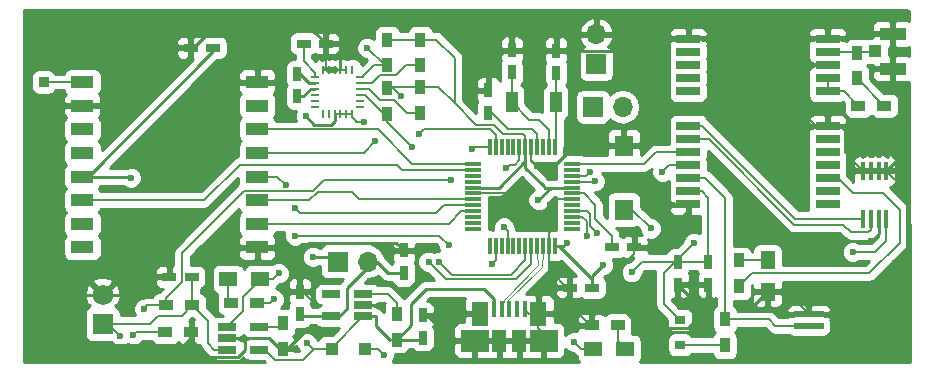
<source format=gbr>
G04 #@! TF.FileFunction,Copper,L1,Top,Signal*
%FSLAX46Y46*%
G04 Gerber Fmt 4.6, Leading zero omitted, Abs format (unit mm)*
G04 Created by KiCad (PCBNEW 4.0.7) date 01/01/18 20:23:55*
%MOMM*%
%LPD*%
G01*
G04 APERTURE LIST*
%ADD10C,0.100000*%
%ADD11R,0.300000X1.450000*%
%ADD12R,1.450000X0.300000*%
%ADD13R,1.200000X0.750000*%
%ADD14R,2.000000X0.800000*%
%ADD15R,1.950000X1.050000*%
%ADD16R,2.500000X0.500000*%
%ADD17R,1.100000X1.100000*%
%ADD18R,1.500000X1.300000*%
%ADD19R,1.300000X1.500000*%
%ADD20R,0.900000X0.800000*%
%ADD21R,1.750000X1.750000*%
%ADD22C,1.750000*%
%ADD23R,0.450000X1.380000*%
%ADD24R,1.475000X2.100000*%
%ADD25R,2.375000X1.900000*%
%ADD26R,1.175000X1.900000*%
%ADD27R,1.600000X1.800000*%
%ADD28R,1.560000X0.650000*%
%ADD29R,0.700000X0.290000*%
%ADD30R,0.290000X0.700000*%
%ADD31R,0.457200X1.524000*%
%ADD32R,1.000000X1.800000*%
%ADD33R,1.050000X1.000000*%
%ADD34R,2.200000X1.050000*%
%ADD35R,0.750000X1.200000*%
%ADD36R,0.900000X1.200000*%
%ADD37R,1.200000X0.900000*%
%ADD38R,1.700000X1.700000*%
%ADD39O,1.700000X1.700000*%
%ADD40R,0.850000X0.850000*%
%ADD41C,0.600000*%
%ADD42C,0.203200*%
%ADD43C,0.254000*%
%ADD44C,0.152400*%
%ADD45C,0.101600*%
%ADD46C,0.125000*%
G04 APERTURE END LIST*
D10*
D11*
X154593000Y-105180000D03*
X154093000Y-105180000D03*
X153593000Y-105180000D03*
X153093000Y-105180000D03*
X152593000Y-105180000D03*
X152093000Y-105180000D03*
X151593000Y-105180000D03*
X151093000Y-105180000D03*
X150593000Y-105180000D03*
X149593000Y-105180000D03*
X149093000Y-105180000D03*
D12*
X147643000Y-106630000D03*
X147643000Y-107130000D03*
X147643000Y-107630000D03*
X147643000Y-108130000D03*
X147643000Y-108630000D03*
X147643000Y-109130000D03*
X147643000Y-109630000D03*
X147643000Y-110130000D03*
X147643000Y-110630000D03*
X147643000Y-111130000D03*
X147643000Y-111630000D03*
X147643000Y-112130000D03*
D11*
X150093000Y-105180000D03*
X149093000Y-113550000D03*
X149593000Y-113580000D03*
X150093000Y-113580000D03*
X150593000Y-113580000D03*
X151093000Y-113580000D03*
X151593000Y-113580000D03*
X152093000Y-113580000D03*
X152593000Y-113580000D03*
X153093000Y-113580000D03*
X154093000Y-113580000D03*
X154593000Y-113580000D03*
X153593000Y-113580000D03*
D12*
X156043000Y-112130000D03*
X156043000Y-111630000D03*
X156043000Y-111130000D03*
X156043000Y-110630000D03*
X156043000Y-110130000D03*
X156043000Y-109630000D03*
X156043000Y-109130000D03*
X156043000Y-108630000D03*
X156043000Y-108130000D03*
X156043000Y-107630000D03*
X156043000Y-107130000D03*
X156043000Y-106630000D03*
D13*
X157750000Y-117100000D03*
X155850000Y-117100000D03*
D14*
X177686000Y-110045000D03*
X177686000Y-108945000D03*
X177686000Y-107845000D03*
X177686000Y-106745000D03*
X177686000Y-105645000D03*
X177686000Y-104545000D03*
X177686000Y-103445000D03*
X177686000Y-100445000D03*
X177686000Y-99345000D03*
X177686000Y-98245000D03*
X177686000Y-97145000D03*
X177686000Y-96045000D03*
X165886000Y-96045000D03*
X165886000Y-97145000D03*
X165886000Y-98245000D03*
X165886000Y-99345000D03*
X165886000Y-100445000D03*
X165886000Y-103445000D03*
X165886000Y-104545000D03*
X165886000Y-105645000D03*
X165886000Y-106745000D03*
X165886000Y-107845000D03*
X165886000Y-108945000D03*
X165886000Y-110045000D03*
D15*
X114600000Y-99700000D03*
X114600000Y-101700000D03*
X114600000Y-103700000D03*
X114600000Y-105700000D03*
X114600000Y-107700000D03*
X114600000Y-109700000D03*
X114600000Y-111700000D03*
X114600000Y-113700000D03*
X129400000Y-113700000D03*
X129400000Y-111700000D03*
X129400000Y-109700000D03*
X129400000Y-107700000D03*
X129400000Y-105700000D03*
X129400000Y-103700000D03*
X129400000Y-101700000D03*
X129400000Y-99700000D03*
D16*
X176089840Y-119357500D03*
X176089840Y-120357500D03*
D17*
X135700000Y-122300000D03*
X138500000Y-122300000D03*
D18*
X129650000Y-116400000D03*
X126950000Y-116400000D03*
X160550000Y-122300000D03*
X157850000Y-122300000D03*
D19*
X172600000Y-117450000D03*
X172600000Y-114750000D03*
D20*
X165200000Y-121950000D03*
X165200000Y-119850000D03*
D21*
X116300000Y-120200000D03*
D22*
X116300000Y-117700000D03*
D23*
X149437500Y-118940000D03*
X150087500Y-118940000D03*
X150737500Y-118940000D03*
X151387500Y-118940000D03*
X152037500Y-118940000D03*
D24*
X148275000Y-119300000D03*
X153200000Y-119300000D03*
D25*
X147827500Y-121600000D03*
X153647500Y-121600000D03*
D26*
X149897500Y-121600000D03*
X151577500Y-121600000D03*
D27*
X160443440Y-105100000D03*
X160443440Y-110500000D03*
D28*
X138350000Y-119550000D03*
X138350000Y-118600000D03*
X138350000Y-117650000D03*
X135650000Y-117650000D03*
X135650000Y-119550000D03*
X126850000Y-120450000D03*
X126850000Y-121400000D03*
X126850000Y-122350000D03*
X129550000Y-122350000D03*
X129550000Y-120450000D03*
D29*
X138063680Y-99291800D03*
X138063680Y-99791800D03*
X138063680Y-100291800D03*
X138063680Y-100791800D03*
X138063680Y-101291800D03*
X138063680Y-101791800D03*
D30*
X137438680Y-102416800D03*
X136938680Y-102416800D03*
X136438680Y-102416800D03*
X135938680Y-102416800D03*
X135438680Y-102416800D03*
X134938680Y-102416800D03*
D29*
X134313680Y-101791800D03*
X134313680Y-101291800D03*
X134313680Y-100791800D03*
X134313680Y-100291800D03*
X134313680Y-99791800D03*
X134313680Y-99291800D03*
D30*
X134938680Y-98666800D03*
X135438680Y-98666800D03*
X135938680Y-98666800D03*
X136438680Y-98666800D03*
X136938680Y-98666800D03*
X137438680Y-98666800D03*
D31*
X182653200Y-107221000D03*
X182018200Y-107221000D03*
X181357800Y-107221000D03*
X180722800Y-107221000D03*
X180722800Y-111285000D03*
X181357800Y-111285000D03*
X182018200Y-111285000D03*
X182653200Y-111285000D03*
D32*
X150933360Y-101394240D03*
X154683360Y-101394240D03*
D33*
X181675000Y-97100000D03*
D34*
X183200000Y-95625000D03*
X183200000Y-98575000D03*
D35*
X143400000Y-121350000D03*
X143400000Y-119450000D03*
X141800000Y-115850000D03*
X141800000Y-113950000D03*
X133000000Y-119350000D03*
X133000000Y-117450000D03*
D13*
X123850000Y-116200000D03*
X121950000Y-116200000D03*
X125650000Y-96800000D03*
X123750000Y-96800000D03*
D35*
X148952480Y-102283280D03*
X148952480Y-100383280D03*
X154703040Y-98930480D03*
X154703040Y-97030480D03*
X150943840Y-98889840D03*
X150943840Y-96989840D03*
D13*
X159400000Y-113700000D03*
X161300000Y-113700000D03*
X133313360Y-96442240D03*
X135213360Y-96442240D03*
D35*
X132800000Y-100900000D03*
X132800000Y-99000000D03*
X167600000Y-114950000D03*
X167600000Y-116850000D03*
X165000000Y-114950000D03*
X165000000Y-116850000D03*
D36*
X180200000Y-99400000D03*
X180200000Y-97200000D03*
X131600000Y-120100000D03*
X131600000Y-122300000D03*
X141200000Y-121500000D03*
X141200000Y-119300000D03*
D37*
X129400000Y-118400000D03*
X127200000Y-118400000D03*
X123900000Y-118600000D03*
X121700000Y-118600000D03*
X121600000Y-120900000D03*
X123800000Y-120900000D03*
X159900000Y-120300000D03*
X157700000Y-120300000D03*
D36*
X140400000Y-100193640D03*
X140400000Y-102393640D03*
X140400000Y-96100000D03*
X140400000Y-98300000D03*
X143200000Y-100100000D03*
X143200000Y-102300000D03*
X143200000Y-96100000D03*
X143200000Y-98300000D03*
X170200000Y-117000000D03*
X170200000Y-114800000D03*
D37*
X180300000Y-101700000D03*
X182500000Y-101700000D03*
D36*
X169000000Y-122000000D03*
X169000000Y-119800000D03*
D38*
X157800000Y-101800000D03*
D39*
X160340000Y-101800000D03*
D38*
X158100000Y-98200000D03*
D39*
X158100000Y-95660000D03*
D38*
X136200000Y-114900000D03*
D39*
X138740000Y-114900000D03*
D40*
X111300000Y-99700000D03*
D41*
X131200000Y-115900000D03*
X132600000Y-112700000D03*
X145600000Y-113500000D03*
X150300000Y-112000000D03*
X183400000Y-115000000D03*
X181400000Y-113200000D03*
X166800000Y-118700000D03*
X171200000Y-118800000D03*
X139900000Y-118600000D03*
X145100000Y-120800000D03*
X134200000Y-120700000D03*
X134200000Y-118400000D03*
X153100000Y-106800000D03*
X154200000Y-110100000D03*
X140100000Y-122800000D03*
X117800000Y-121200000D03*
X133600000Y-121800000D03*
X130800000Y-118100000D03*
X118700000Y-107800000D03*
X133500000Y-102600000D03*
X134100000Y-114500000D03*
X158700000Y-115200000D03*
X161100000Y-115800000D03*
X153200000Y-109700000D03*
X155600000Y-113300000D03*
X138400000Y-103100000D03*
X141600000Y-100900000D03*
X166400000Y-113300000D03*
X179800000Y-114100000D03*
X143100000Y-104100000D03*
X139400000Y-104700000D03*
X131800000Y-108400000D03*
X132600000Y-110400000D03*
X156200000Y-121700000D03*
X149300000Y-115100000D03*
X138700000Y-96800000D03*
X144800000Y-114900000D03*
X143900000Y-114900000D03*
X142500000Y-105200000D03*
X162700000Y-112100000D03*
X158200000Y-112500000D03*
X158000000Y-108100000D03*
X157600000Y-107300000D03*
X163700000Y-107300000D03*
X157300000Y-112700000D03*
X145800000Y-108000000D03*
X150500000Y-107000000D03*
X119800000Y-118900000D03*
X118900000Y-121100000D03*
X147600000Y-105400000D03*
D42*
X150593000Y-113580000D02*
X150593000Y-112293000D01*
X130700000Y-116400000D02*
X129650000Y-116400000D01*
X131200000Y-115900000D02*
X130700000Y-116400000D01*
X144800000Y-112700000D02*
X132600000Y-112700000D01*
X145600000Y-113500000D02*
X144800000Y-112700000D01*
X150593000Y-112293000D02*
X150300000Y-112000000D01*
X129650000Y-116400000D02*
X129650000Y-116450000D01*
X129650000Y-116450000D02*
X128200000Y-117900000D01*
X128200000Y-117900000D02*
X128200000Y-119100000D01*
X128200000Y-119100000D02*
X126850000Y-120450000D01*
D43*
X182018200Y-111285000D02*
X182018200Y-112581800D01*
X183450000Y-115050000D02*
X184250000Y-115050000D01*
D44*
X183400000Y-115000000D02*
X183450000Y-115050000D01*
D43*
X182018200Y-112581800D02*
X181400000Y-113200000D01*
X183200000Y-98575000D02*
X183200000Y-100200000D01*
X183700000Y-106174200D02*
X182653200Y-107221000D01*
X183700000Y-100700000D02*
X183700000Y-106174200D01*
X183200000Y-100200000D02*
X183700000Y-100700000D01*
D44*
X182653200Y-107221000D02*
X182018200Y-107221000D01*
X180722800Y-107221000D02*
X181357800Y-107221000D01*
D43*
X166800000Y-118700000D02*
X166800000Y-119557202D01*
X166800000Y-119557202D02*
X165853201Y-120504001D01*
X165853201Y-120504001D02*
X161957201Y-120504001D01*
X161957201Y-120504001D02*
X159400000Y-117946800D01*
X172600000Y-117450000D02*
X172550000Y-117450000D01*
X172550000Y-117450000D02*
X171200000Y-118800000D01*
X166800000Y-118700000D02*
X165000000Y-116900000D01*
X165000000Y-116900000D02*
X165000000Y-116850000D01*
X138350000Y-118600000D02*
X139900000Y-118600000D01*
X154703040Y-97030480D02*
X155369520Y-97030480D01*
X156740000Y-95660000D02*
X158100000Y-95660000D01*
X155369520Y-97030480D02*
X156740000Y-95660000D01*
X143400000Y-119450000D02*
X143750000Y-119450000D01*
X143750000Y-119450000D02*
X145100000Y-120800000D01*
X133000000Y-117450000D02*
X133000000Y-114100000D01*
X141150000Y-113300000D02*
X141800000Y-113950000D01*
X133800000Y-113300000D02*
X141150000Y-113300000D01*
X133000000Y-114100000D02*
X133800000Y-113300000D01*
D44*
X129400000Y-113700000D02*
X131800000Y-113700000D01*
X133000000Y-114900000D02*
X133000000Y-117450000D01*
X131800000Y-113700000D02*
X133000000Y-114900000D01*
D42*
X131600000Y-122300000D02*
X131900000Y-122300000D01*
D43*
X131900000Y-122300000D02*
X133500000Y-120700000D01*
X133500000Y-120700000D02*
X134200000Y-120700000D01*
D42*
X134200000Y-118400000D02*
X133250000Y-117450000D01*
X133250000Y-117450000D02*
X133000000Y-117450000D01*
X160443440Y-105100000D02*
X161600000Y-105100000D01*
D43*
X162500000Y-99528960D02*
X160001520Y-97030480D01*
X162500000Y-104200000D02*
X162500000Y-99528960D01*
X161600000Y-105100000D02*
X162500000Y-104200000D01*
D42*
X159400000Y-116178200D02*
X159400000Y-117800000D01*
X159400000Y-117800000D02*
X159400000Y-117946800D01*
X153200000Y-119300000D02*
X153200000Y-120553200D01*
X153200000Y-120553200D02*
X153647500Y-121000700D01*
X153647500Y-121000700D02*
X153647500Y-121600000D01*
D43*
X127900000Y-95300000D02*
X125475000Y-95300000D01*
X125475000Y-95300000D02*
X123975000Y-96800000D01*
D42*
X123975000Y-96800000D02*
X123750000Y-96800000D01*
D43*
X129400000Y-96800000D02*
X127900000Y-95300000D01*
X129400000Y-99700000D02*
X129400000Y-96800000D01*
D42*
X129400000Y-99700000D02*
X129400000Y-98971800D01*
X123750000Y-96800000D02*
X123750000Y-97378200D01*
D43*
X123750000Y-97378200D02*
X119428200Y-101700000D01*
X119428200Y-101700000D02*
X115778200Y-101700000D01*
X115778200Y-101700000D02*
X114600000Y-101700000D01*
D42*
X143400000Y-119450000D02*
X148125000Y-119450000D01*
X148125000Y-119450000D02*
X148275000Y-119300000D01*
X123800000Y-120900000D02*
X123800000Y-121400000D01*
D43*
X114500000Y-117700000D02*
X116300000Y-117700000D01*
X114300000Y-117900000D02*
X114500000Y-117700000D01*
X114300000Y-120900000D02*
X114300000Y-117900000D01*
D42*
X115400000Y-122000000D02*
X114300000Y-120900000D01*
D43*
X123200000Y-122000000D02*
X115400000Y-122000000D01*
X123800000Y-121400000D02*
X123200000Y-122000000D01*
D42*
X123800000Y-120900000D02*
X123800000Y-121500000D01*
D43*
X128400000Y-122400000D02*
X128400000Y-121400000D01*
X127800000Y-123000000D02*
X128400000Y-122400000D01*
X125300000Y-123000000D02*
X127800000Y-123000000D01*
X123800000Y-121500000D02*
X125300000Y-123000000D01*
D42*
X128400000Y-121400000D02*
X128300000Y-121500000D01*
X128300000Y-121500000D02*
X128300000Y-121400000D01*
X131600000Y-122300000D02*
X131300000Y-122300000D01*
D43*
X131300000Y-122300000D02*
X130400000Y-121400000D01*
X130400000Y-121400000D02*
X128400000Y-121400000D01*
D42*
X128400000Y-121400000D02*
X128300000Y-121400000D01*
D43*
X128300000Y-121400000D02*
X126850000Y-121400000D01*
X116300000Y-117700000D02*
X119100000Y-117700000D01*
X119100000Y-117700000D02*
X120600000Y-116200000D01*
X120600000Y-116200000D02*
X121950000Y-116200000D01*
D42*
X177686000Y-103445000D02*
X176745000Y-103445000D01*
X176745000Y-103445000D02*
X175700000Y-102400000D01*
X176655000Y-98245000D02*
X177686000Y-98245000D01*
X175700000Y-99200000D02*
X176655000Y-98245000D01*
X175700000Y-102400000D02*
X175700000Y-99200000D01*
X129400000Y-99700000D02*
X129400000Y-97700000D01*
D43*
X134171120Y-95400000D02*
X135213360Y-96442240D01*
X131700000Y-95400000D02*
X134171120Y-95400000D01*
X129400000Y-97700000D02*
X131700000Y-95400000D01*
D42*
X138350000Y-118600000D02*
X137700000Y-118600000D01*
D43*
X148952480Y-100383280D02*
X148952480Y-98552480D01*
X136438680Y-95861320D02*
X136438680Y-98666800D01*
X137700000Y-94600000D02*
X136438680Y-95861320D01*
X145000000Y-94600000D02*
X137700000Y-94600000D01*
X148952480Y-98552480D02*
X145000000Y-94600000D01*
D42*
X148952480Y-100383280D02*
X148952480Y-98447520D01*
X150410160Y-96989840D02*
X150943840Y-96989840D01*
D43*
X148952480Y-98447520D02*
X150410160Y-96989840D01*
D42*
X154700000Y-109630000D02*
X154670000Y-109630000D01*
X152593000Y-106293000D02*
X152593000Y-105180000D01*
X153100000Y-106800000D02*
X152593000Y-106293000D01*
X154670000Y-109630000D02*
X154200000Y-110100000D01*
X147643000Y-109130000D02*
X151030000Y-109130000D01*
X154093000Y-112193000D02*
X154093000Y-113580000D01*
X151030000Y-109130000D02*
X154093000Y-112193000D01*
X154093000Y-113580000D02*
X154093000Y-110107000D01*
X154570000Y-109630000D02*
X154700000Y-109630000D01*
X154700000Y-109630000D02*
X156043000Y-109630000D01*
X154093000Y-110107000D02*
X154570000Y-109630000D01*
X152593000Y-105180000D02*
X152593000Y-106393000D01*
X152593000Y-106393000D02*
X153100000Y-106900000D01*
D43*
X153100000Y-106900000D02*
X154400000Y-106900000D01*
X154400000Y-106900000D02*
X156200000Y-105100000D01*
X156200000Y-105100000D02*
X160443440Y-105100000D01*
D42*
X153200000Y-119300000D02*
X152397500Y-119300000D01*
X152397500Y-119300000D02*
X152037500Y-118940000D01*
X143400000Y-119450000D02*
X143400000Y-119000000D01*
X143400000Y-119000000D02*
X143700000Y-119300000D01*
X155850000Y-117100000D02*
X155850000Y-117678200D01*
X155850000Y-117678200D02*
X154228200Y-119300000D01*
X154228200Y-119300000D02*
X154140700Y-119300000D01*
X154140700Y-119300000D02*
X153200000Y-119300000D01*
X155850000Y-117100000D02*
X155850000Y-118600000D01*
X155850000Y-118600000D02*
X157550000Y-120300000D01*
X157550000Y-120300000D02*
X157700000Y-120300000D01*
X159400000Y-117946800D02*
X157700000Y-119646800D01*
X157700000Y-119646800D02*
X157700000Y-120300000D01*
X161300000Y-113700000D02*
X161300000Y-114278200D01*
X161300000Y-114278200D02*
X159400000Y-116178200D01*
X165886000Y-110045000D02*
X165886000Y-110648200D01*
X165886000Y-110648200D02*
X162834200Y-113700000D01*
X162834200Y-113700000D02*
X162103200Y-113700000D01*
X162103200Y-113700000D02*
X161300000Y-113700000D01*
X154093000Y-113580000D02*
X154093000Y-115568000D01*
X154093000Y-115568000D02*
X155625000Y-117100000D01*
X155625000Y-117100000D02*
X155850000Y-117100000D01*
X134938680Y-98666800D02*
X136938680Y-98666800D01*
X135213360Y-96442240D02*
X135213360Y-98392120D01*
X135213360Y-98392120D02*
X134938680Y-98666800D01*
X165000000Y-116850000D02*
X167600000Y-116850000D01*
X177686000Y-96045000D02*
X179255000Y-96045000D01*
X179675000Y-95625000D02*
X183200000Y-95625000D01*
X179255000Y-96045000D02*
X179675000Y-95625000D01*
X177686000Y-96045000D02*
X176455000Y-96045000D01*
X176545000Y-98245000D02*
X177686000Y-98245000D01*
X176000000Y-97700000D02*
X176545000Y-98245000D01*
X176000000Y-96500000D02*
X176000000Y-97700000D01*
X176455000Y-96045000D02*
X176000000Y-96500000D01*
X176089840Y-119357500D02*
X179942500Y-119357500D01*
X184400000Y-108967800D02*
X182653200Y-107221000D01*
X184400000Y-114900000D02*
X184400000Y-108967800D01*
X179942500Y-119357500D02*
X184250000Y-115050000D01*
X184250000Y-115050000D02*
X184400000Y-114900000D01*
X172600000Y-117450000D02*
X174182340Y-117450000D01*
X174182340Y-117450000D02*
X176089840Y-119357500D01*
X180722800Y-107221000D02*
X180722800Y-107195600D01*
X180722800Y-107195600D02*
X179168320Y-105641120D01*
X178780680Y-103445000D02*
X177686000Y-103445000D01*
X179168320Y-103832640D02*
X178780680Y-103445000D01*
X179168320Y-105641120D02*
X179168320Y-103832640D01*
X180722800Y-107221000D02*
X182653200Y-107221000D01*
D43*
X154703040Y-97030480D02*
X160001520Y-97030480D01*
X160001520Y-97030480D02*
X160987000Y-96045000D01*
X160987000Y-96045000D02*
X165886000Y-96045000D01*
D42*
X148952480Y-100383280D02*
X148952480Y-98468160D01*
D43*
X150430800Y-96989840D02*
X154662400Y-96989840D01*
D42*
X148952480Y-98468160D02*
X150430800Y-96989840D01*
X154662400Y-96989840D02*
X154703040Y-97030480D01*
X116300000Y-120200000D02*
X116800000Y-120200000D01*
X116800000Y-120200000D02*
X117800000Y-121200000D01*
X139600000Y-122300000D02*
X138500000Y-122300000D01*
X140100000Y-122800000D02*
X139600000Y-122300000D01*
X126850000Y-122350000D02*
X125750000Y-122350000D01*
X125200000Y-119900000D02*
X123900000Y-118600000D01*
X125200000Y-121800000D02*
X125200000Y-119900000D01*
X125750000Y-122350000D02*
X125200000Y-121800000D01*
X123900000Y-118600000D02*
X123900000Y-116250000D01*
X123900000Y-116250000D02*
X123850000Y-116200000D01*
X116300000Y-120200000D02*
X120300000Y-120200000D01*
X123000000Y-119500000D02*
X123900000Y-118600000D01*
X121000000Y-119500000D02*
X123000000Y-119500000D01*
X120300000Y-120200000D02*
X121000000Y-119500000D01*
X129400000Y-118400000D02*
X130500000Y-118400000D01*
X134100000Y-122300000D02*
X135700000Y-122300000D01*
X133600000Y-121800000D02*
X134100000Y-122300000D01*
X130500000Y-118400000D02*
X130800000Y-118100000D01*
X129550000Y-122350000D02*
X130050000Y-122350000D01*
X130050000Y-122350000D02*
X130900000Y-123200000D01*
X130900000Y-123200000D02*
X133300000Y-123200000D01*
X133300000Y-123200000D02*
X134200000Y-122300000D01*
X134200000Y-122300000D02*
X135700000Y-122300000D01*
X135700000Y-122300000D02*
X135700000Y-122200000D01*
X135700000Y-122200000D02*
X138350000Y-119550000D01*
D43*
X141200000Y-121500000D02*
X142400000Y-120300000D01*
X149437500Y-118037500D02*
X149437500Y-118940000D01*
X148600000Y-117200000D02*
X149437500Y-118037500D01*
X143700000Y-117200000D02*
X148600000Y-117200000D01*
X142400000Y-118500000D02*
X143700000Y-117200000D01*
X142400000Y-120300000D02*
X142400000Y-118500000D01*
X141200000Y-121500000D02*
X143250000Y-121500000D01*
D42*
X143250000Y-121500000D02*
X143400000Y-121350000D01*
D43*
X139450000Y-119550000D02*
X139450000Y-120350000D01*
D42*
X140600000Y-121500000D02*
X141200000Y-121500000D01*
D43*
X139450000Y-120350000D02*
X140600000Y-121500000D01*
X139450000Y-119550000D02*
X138350000Y-119550000D01*
D42*
X129550000Y-120450000D02*
X131250000Y-120450000D01*
X131250000Y-120450000D02*
X131600000Y-120100000D01*
X129600000Y-120400000D02*
X129550000Y-120450000D01*
X154703040Y-98930480D02*
X154703040Y-101374560D01*
X154703040Y-101374560D02*
X154683360Y-101394240D01*
X154683360Y-101394240D02*
X154683360Y-105089640D01*
X154683360Y-105089640D02*
X154593000Y-105180000D01*
D44*
X154683360Y-105089640D02*
X154593000Y-105180000D01*
D42*
X150933360Y-101394240D02*
X150933360Y-98900320D01*
X150933360Y-98900320D02*
X150943840Y-98889840D01*
X154093000Y-105180000D02*
X154093000Y-103751800D01*
X152431960Y-102892840D02*
X150933360Y-101394240D01*
X153234040Y-102892840D02*
X152431960Y-102892840D01*
X154093000Y-103751800D02*
X153234040Y-102892840D01*
X148952480Y-102283280D02*
X149252240Y-102283280D01*
X149252240Y-102283280D02*
X150664440Y-103695480D01*
X152676120Y-103695480D02*
X153093000Y-104112360D01*
X150664440Y-103695480D02*
X152676120Y-103695480D01*
X153093000Y-104112360D02*
X153093000Y-105180000D01*
D45*
X149252240Y-102283280D02*
X150618720Y-103649760D01*
X150618720Y-103649760D02*
X152630400Y-103649760D01*
X152630400Y-103649760D02*
X153093000Y-104112360D01*
X153093000Y-104112360D02*
X153093000Y-105180000D01*
D43*
X118600000Y-107700000D02*
X114600000Y-107700000D01*
X118700000Y-107800000D02*
X118600000Y-107700000D01*
X135800000Y-114500000D02*
X134100000Y-114500000D01*
X134200000Y-103300000D02*
X135600000Y-103300000D01*
X133500000Y-102600000D02*
X134200000Y-103300000D01*
X135600000Y-103300000D02*
X135938680Y-102961320D01*
X135938680Y-102961320D02*
X135938680Y-102416800D01*
D44*
X135800000Y-114500000D02*
X136200000Y-114900000D01*
X136938680Y-102416800D02*
X137438680Y-102416800D01*
X135938680Y-102416800D02*
X136438680Y-102416800D01*
D42*
X143200000Y-96100000D02*
X144500000Y-96100000D01*
X146100000Y-97700000D02*
X146100000Y-101500000D01*
X144500000Y-96100000D02*
X146100000Y-97700000D01*
D43*
X158700000Y-115200000D02*
X157750000Y-116150000D01*
X157750000Y-116150000D02*
X157750000Y-117100000D01*
D42*
X165000000Y-114950000D02*
X161950000Y-114950000D01*
X161950000Y-114950000D02*
X161100000Y-115800000D01*
X143200000Y-100100000D02*
X144700000Y-100100000D01*
X144700000Y-100100000D02*
X146100000Y-101500000D01*
X152093000Y-104293000D02*
X152093000Y-105180000D01*
X146100000Y-101500000D02*
X147900000Y-103300000D01*
X147900000Y-103300000D02*
X149400000Y-103300000D01*
X149400000Y-103300000D02*
X150200000Y-104100000D01*
X150200000Y-104100000D02*
X151900000Y-104100000D01*
X151900000Y-104100000D02*
X152093000Y-104293000D01*
D43*
X154900000Y-113580000D02*
X155320000Y-113580000D01*
X154270000Y-108630000D02*
X156043000Y-108630000D01*
X153200000Y-109700000D02*
X154270000Y-108630000D01*
X155320000Y-113580000D02*
X155600000Y-113300000D01*
X156043000Y-108630000D02*
X153730000Y-108630000D01*
X153730000Y-108630000D02*
X153550000Y-108450000D01*
X152093000Y-106993000D02*
X152093000Y-105180000D01*
X153550000Y-108450000D02*
X152093000Y-106993000D01*
D42*
X152093000Y-105180000D02*
X152093000Y-106407000D01*
D43*
X152093000Y-106407000D02*
X149870000Y-108630000D01*
X149870000Y-108630000D02*
X147643000Y-108630000D01*
X154593000Y-113580000D02*
X154900000Y-113580000D01*
D42*
X154900000Y-113580000D02*
X154946200Y-113580000D01*
D43*
X154946200Y-113580000D02*
X157750000Y-116383800D01*
D42*
X157750000Y-116383800D02*
X157750000Y-116521800D01*
X157750000Y-116521800D02*
X157750000Y-117100000D01*
X140400000Y-96100000D02*
X143200000Y-96100000D01*
X137438680Y-102416800D02*
X135938680Y-102416800D01*
X137800000Y-103100000D02*
X137800000Y-102983120D01*
X137800000Y-102983120D02*
X137438680Y-102621800D01*
X137438680Y-102621800D02*
X137438680Y-102416800D01*
X138400000Y-103100000D02*
X137800000Y-103100000D01*
X140400000Y-100193640D02*
X140893640Y-100193640D01*
X140893640Y-100193640D02*
X141600000Y-100900000D01*
X143200000Y-100100000D02*
X140493640Y-100100000D01*
X140493640Y-100100000D02*
X140400000Y-100193640D01*
X182653200Y-111285000D02*
X182653200Y-113146800D01*
X166400000Y-113300000D02*
X165000000Y-114700000D01*
X181700000Y-114100000D02*
X179800000Y-114100000D01*
X182653200Y-113146800D02*
X181700000Y-114100000D01*
X165000000Y-114700000D02*
X165000000Y-114950000D01*
X165000000Y-114950000D02*
X164750000Y-114950000D01*
X164750000Y-114950000D02*
X163800000Y-115900000D01*
X163800000Y-118500000D02*
X165150000Y-119850000D01*
X163800000Y-115900000D02*
X163800000Y-118500000D01*
X165150000Y-119850000D02*
X165200000Y-119850000D01*
X165000000Y-114950000D02*
X165000000Y-115100000D01*
X165000000Y-114950000D02*
X167600000Y-114950000D01*
X165886000Y-108945000D02*
X167045000Y-108945000D01*
X167600000Y-109500000D02*
X167600000Y-114950000D01*
X167045000Y-108945000D02*
X167600000Y-109500000D01*
X114600000Y-107700000D02*
X115050000Y-107700000D01*
D43*
X115050000Y-107700000D02*
X125650000Y-97100000D01*
D42*
X125650000Y-97100000D02*
X125650000Y-96800000D01*
X129400000Y-105700000D02*
X138400000Y-105700000D01*
X149593000Y-104193000D02*
X149593000Y-105180000D01*
X149100000Y-103700000D02*
X149593000Y-104193000D01*
X143500000Y-103700000D02*
X149100000Y-103700000D01*
X143100000Y-104100000D02*
X143500000Y-103700000D01*
X138400000Y-105700000D02*
X139400000Y-104700000D01*
X129400000Y-103700000D02*
X139600000Y-103700000D01*
X139600000Y-103700000D02*
X142530000Y-106630000D01*
X142530000Y-106630000D02*
X147068000Y-106630000D01*
X147068000Y-106630000D02*
X147643000Y-106630000D01*
X114600000Y-109700000D02*
X124900000Y-109700000D01*
X124900000Y-109700000D02*
X127900000Y-106700000D01*
X127900000Y-106700000D02*
X141200000Y-106700000D01*
X141200000Y-106700000D02*
X141630000Y-107130000D01*
X141630000Y-107130000D02*
X146812330Y-107130000D01*
X146812330Y-107130000D02*
X147643000Y-107130000D01*
X129400000Y-109700000D02*
X133800000Y-109700000D01*
X138030000Y-109630000D02*
X147643000Y-109630000D01*
X137400000Y-109000000D02*
X138030000Y-109630000D01*
X134500000Y-109000000D02*
X137400000Y-109000000D01*
X133800000Y-109700000D02*
X134500000Y-109000000D01*
X147573000Y-109700000D02*
X147643000Y-109630000D01*
X147643000Y-110130000D02*
X145170000Y-110130000D01*
X131100000Y-107700000D02*
X129400000Y-107700000D01*
X131800000Y-108400000D02*
X131100000Y-107700000D01*
X133000000Y-110800000D02*
X132600000Y-110400000D01*
X144500000Y-110800000D02*
X133000000Y-110800000D01*
X145170000Y-110130000D02*
X144500000Y-110800000D01*
X129400000Y-111700000D02*
X145600000Y-111700000D01*
X146670000Y-110630000D02*
X147643000Y-110630000D01*
X145600000Y-111700000D02*
X146670000Y-110630000D01*
X149593000Y-113580000D02*
X149593000Y-114807000D01*
X156800000Y-122300000D02*
X156200000Y-121700000D01*
X156800000Y-122300000D02*
X157850000Y-122300000D01*
X149593000Y-114807000D02*
X149300000Y-115100000D01*
X152093000Y-113580000D02*
X152093000Y-114807000D01*
X138700000Y-96800000D02*
X140200000Y-98300000D01*
X145900000Y-116000000D02*
X144800000Y-114900000D01*
X150900000Y-116000000D02*
X145900000Y-116000000D01*
X152093000Y-114807000D02*
X150900000Y-116000000D01*
X140200000Y-98300000D02*
X140400000Y-98300000D01*
X139260480Y-98300000D02*
X140400000Y-98300000D01*
X138063680Y-99291800D02*
X138268680Y-99291800D01*
X138268680Y-99291800D02*
X139260480Y-98300000D01*
X140400000Y-102393640D02*
X140400000Y-103100000D01*
X152593000Y-115107000D02*
X152593000Y-113580000D01*
X151300000Y-116400000D02*
X152593000Y-115107000D01*
X145400000Y-116400000D02*
X151300000Y-116400000D01*
X143900000Y-114900000D02*
X145400000Y-116400000D01*
X140400000Y-103100000D02*
X142500000Y-105200000D01*
X138063680Y-100791800D02*
X138491800Y-100791800D01*
X138491800Y-100791800D02*
X140093640Y-102393640D01*
X140093640Y-102393640D02*
X140400000Y-102393640D01*
D46*
X150260000Y-118124334D02*
X150260000Y-118302500D01*
X153190500Y-115193834D02*
X150260000Y-118124334D01*
X150260000Y-118302500D02*
X150087500Y-118475000D01*
X150087500Y-118475000D02*
X150087500Y-118940000D01*
X153093000Y-114667500D02*
X153190500Y-114765000D01*
X153093000Y-113580000D02*
X153093000Y-114667500D01*
X153190500Y-114765000D02*
X153190500Y-115193834D01*
X153093000Y-113580000D02*
X153093000Y-113648665D01*
X153495500Y-115320166D02*
X150565000Y-118250666D01*
X150565000Y-118250666D02*
X150565000Y-118302500D01*
X150565000Y-118302500D02*
X150737500Y-118475000D01*
X150737500Y-118475000D02*
X150737500Y-118940000D01*
X153593000Y-113580000D02*
X153593000Y-114667500D01*
X153593000Y-114667500D02*
X153495500Y-114765000D01*
X153495500Y-114765000D02*
X153495500Y-115320166D01*
D42*
X156043000Y-110630000D02*
X157330000Y-110630000D01*
X162700000Y-112100000D02*
X161100000Y-110500000D01*
D44*
X157600000Y-111900000D02*
X158200000Y-112500000D01*
X157600000Y-110900000D02*
X157600000Y-111900000D01*
D42*
X157330000Y-110630000D02*
X157600000Y-110900000D01*
D44*
X161100000Y-110500000D02*
X160443440Y-110500000D01*
D42*
X158000000Y-111300000D02*
X158000000Y-110100000D01*
X158000000Y-110100000D02*
X157030000Y-109130000D01*
X157030000Y-109130000D02*
X156971200Y-109130000D01*
X156971200Y-109130000D02*
X156043000Y-109130000D01*
X159400000Y-113700000D02*
X159400000Y-112700000D01*
X159400000Y-112700000D02*
X158000000Y-111300000D01*
X156043000Y-108130000D02*
X157970000Y-108130000D01*
X157970000Y-108130000D02*
X158000000Y-108100000D01*
X156043000Y-107630000D02*
X157270000Y-107630000D01*
X157270000Y-107630000D02*
X157600000Y-107300000D01*
X180722800Y-111285000D02*
X174931600Y-111285000D01*
X167091600Y-103445000D02*
X165886000Y-103445000D01*
X174931600Y-111285000D02*
X167091600Y-103445000D01*
X165886000Y-104545000D02*
X167617560Y-104545000D01*
X181357800Y-112199400D02*
X181357800Y-111285000D01*
X181139360Y-112417840D02*
X181357800Y-112199400D01*
X179645840Y-112417840D02*
X181139360Y-112417840D01*
X178990520Y-111762520D02*
X179645840Y-112417840D01*
X174835080Y-111762520D02*
X178990520Y-111762520D01*
X167617560Y-104545000D02*
X174835080Y-111762520D01*
X177686000Y-107845000D02*
X178545000Y-107845000D01*
X178545000Y-107845000D02*
X179800000Y-109100000D01*
X179800000Y-109100000D02*
X182400000Y-109100000D01*
X182400000Y-109100000D02*
X183800000Y-110500000D01*
X183800000Y-110500000D02*
X183800000Y-113300000D01*
X183800000Y-113300000D02*
X181200000Y-115900000D01*
X181200000Y-115900000D02*
X171300000Y-115900000D01*
X171300000Y-115900000D02*
X170200000Y-117000000D01*
X177686000Y-100445000D02*
X177686000Y-99345000D01*
X177686000Y-100445000D02*
X179045000Y-100445000D01*
X179045000Y-100445000D02*
X180300000Y-101700000D01*
X156043000Y-106630000D02*
X162170000Y-106630000D01*
X163155000Y-105645000D02*
X165886000Y-105645000D01*
X162170000Y-106630000D02*
X163155000Y-105645000D01*
D44*
X156043000Y-111130000D02*
X156930000Y-111130000D01*
X164255000Y-106745000D02*
X165886000Y-106745000D01*
X163700000Y-107300000D02*
X164255000Y-106745000D01*
X157300000Y-111500000D02*
X157300000Y-112700000D01*
X156930000Y-111130000D02*
X157300000Y-111500000D01*
D42*
X169000000Y-119800000D02*
X169000000Y-109500000D01*
X167345000Y-107845000D02*
X165886000Y-107845000D01*
X169000000Y-109500000D02*
X167345000Y-107845000D01*
X169000000Y-119800000D02*
X172700000Y-119800000D01*
X173257500Y-120357500D02*
X176089840Y-120357500D01*
X172700000Y-119800000D02*
X173257500Y-120357500D01*
X133313360Y-96442240D02*
X133313360Y-97913360D01*
X133313360Y-97913360D02*
X134313680Y-98913680D01*
X134313680Y-98913680D02*
X134313680Y-99291800D01*
D43*
X134313680Y-100291800D02*
X133908200Y-100291800D01*
X133300000Y-100900000D02*
X132800000Y-100900000D01*
X133908200Y-100291800D02*
X133300000Y-100900000D01*
X134313680Y-99791800D02*
X133791800Y-99791800D01*
X133791800Y-99791800D02*
X133000000Y-99000000D01*
X133000000Y-99000000D02*
X132800000Y-99000000D01*
D42*
X126950000Y-116400000D02*
X126950000Y-118150000D01*
X126950000Y-118150000D02*
X127200000Y-118400000D01*
X159900000Y-120300000D02*
X159900000Y-121650000D01*
X159900000Y-121650000D02*
X160550000Y-122300000D01*
X170200000Y-114800000D02*
X172550000Y-114800000D01*
X172550000Y-114800000D02*
X172600000Y-114750000D01*
X165200000Y-121950000D02*
X168950000Y-121950000D01*
X168950000Y-121950000D02*
X169000000Y-122000000D01*
X182500000Y-101700000D02*
X180200000Y-99400000D01*
X138350000Y-117650000D02*
X140450000Y-117650000D01*
X141200000Y-118400000D02*
X141200000Y-119300000D01*
X140450000Y-117650000D02*
X141200000Y-118400000D01*
X138063680Y-100291800D02*
X138891800Y-100291800D01*
X142100000Y-102300000D02*
X143200000Y-102300000D01*
X141000000Y-101200000D02*
X142100000Y-102300000D01*
X139800000Y-101200000D02*
X141000000Y-101200000D01*
X138891800Y-100291800D02*
X139800000Y-101200000D01*
X138063680Y-99791800D02*
X139108200Y-99791800D01*
X139108200Y-99791800D02*
X139771399Y-99128601D01*
X139771399Y-99128601D02*
X141171399Y-99128601D01*
X142000000Y-98300000D02*
X143200000Y-98300000D01*
X141171399Y-99128601D02*
X142000000Y-98300000D01*
X177686000Y-97145000D02*
X181630000Y-97145000D01*
X181630000Y-97145000D02*
X181675000Y-97100000D01*
D44*
X114600000Y-99700000D02*
X111300000Y-99700000D01*
D42*
X134086614Y-108946399D02*
X135033013Y-108000000D01*
X121700000Y-117946800D02*
X123021399Y-116625401D01*
X123021399Y-116625401D02*
X123021399Y-114167119D01*
X121700000Y-118600000D02*
X121700000Y-117946800D01*
X123021399Y-114167119D02*
X128242119Y-108946399D01*
X145375736Y-108000000D02*
X145800000Y-108000000D01*
X135033013Y-108000000D02*
X145375736Y-108000000D01*
X128242119Y-108946399D02*
X134086614Y-108946399D01*
X151199999Y-106700001D02*
X151593000Y-106307000D01*
X151593000Y-106307000D02*
X151593000Y-105180000D01*
X150500000Y-107000000D02*
X150799999Y-106700001D01*
X150799999Y-106700001D02*
X151199999Y-106700001D01*
X121700000Y-118600000D02*
X121700000Y-118200000D01*
X121600000Y-120900000D02*
X119100000Y-120900000D01*
X120100000Y-118600000D02*
X121700000Y-118600000D01*
X119800000Y-118900000D02*
X120100000Y-118600000D01*
X119100000Y-120900000D02*
X118900000Y-121100000D01*
X121100000Y-120900000D02*
X121600000Y-120900000D01*
X149093000Y-105180000D02*
X147820000Y-105180000D01*
X147820000Y-105180000D02*
X147600000Y-105400000D01*
D44*
X138740000Y-114900000D02*
X139500000Y-114900000D01*
D43*
X139500000Y-114900000D02*
X140450000Y-115850000D01*
X140450000Y-115850000D02*
X141800000Y-115850000D01*
D44*
X135650000Y-119550000D02*
X136350000Y-119550000D01*
D43*
X136350000Y-119550000D02*
X137000000Y-118900000D01*
X137000000Y-117100000D02*
X138740000Y-115360000D01*
X137000000Y-118900000D02*
X137000000Y-117100000D01*
D44*
X138740000Y-115360000D02*
X138740000Y-114900000D01*
D43*
X135650000Y-119550000D02*
X133200000Y-119550000D01*
D42*
X133200000Y-119550000D02*
X133000000Y-119350000D01*
D43*
G36*
X184383006Y-93649144D02*
X184411447Y-93690769D01*
X184453841Y-93718049D01*
X184499831Y-93726734D01*
X184573424Y-93726832D01*
X184576100Y-94527045D01*
X184426310Y-94465000D01*
X183485750Y-94465000D01*
X183327000Y-94623750D01*
X183327000Y-95498000D01*
X183347000Y-95498000D01*
X183347000Y-95752000D01*
X183327000Y-95752000D01*
X183327000Y-96626250D01*
X183485750Y-96785000D01*
X184426310Y-96785000D01*
X184583434Y-96719917D01*
X184585980Y-97481138D01*
X184426310Y-97415000D01*
X183485750Y-97415000D01*
X183327000Y-97573750D01*
X183327000Y-98448000D01*
X183347000Y-98448000D01*
X183347000Y-98702000D01*
X183327000Y-98702000D01*
X183327000Y-99576250D01*
X183485750Y-99735000D01*
X184426310Y-99735000D01*
X184593287Y-99665836D01*
X184672575Y-123373000D01*
X161779517Y-123373000D01*
X161896431Y-123201890D01*
X161947440Y-122950000D01*
X161947440Y-121650000D01*
X161903162Y-121414683D01*
X161764090Y-121198559D01*
X161551890Y-121053569D01*
X161300000Y-121002560D01*
X161095973Y-121002560D01*
X161096431Y-121001890D01*
X161147440Y-120750000D01*
X161147440Y-119850000D01*
X161103162Y-119614683D01*
X160964090Y-119398559D01*
X160751890Y-119253569D01*
X160500000Y-119202560D01*
X159300000Y-119202560D01*
X159064683Y-119246838D01*
X158848559Y-119385910D01*
X158802031Y-119454006D01*
X158659698Y-119311673D01*
X158426309Y-119215000D01*
X157985750Y-119215000D01*
X157827000Y-119373750D01*
X157827000Y-120173000D01*
X157847000Y-120173000D01*
X157847000Y-120427000D01*
X157827000Y-120427000D01*
X157827000Y-120447000D01*
X157573000Y-120447000D01*
X157573000Y-120427000D01*
X156623750Y-120427000D01*
X156465000Y-120585750D01*
X156465000Y-120797634D01*
X156386799Y-120765162D01*
X156014833Y-120764838D01*
X155671057Y-120906883D01*
X155470000Y-121107589D01*
X155470000Y-120523690D01*
X155373327Y-120290301D01*
X155194698Y-120111673D01*
X154961309Y-120015000D01*
X154572500Y-120015000D01*
X154572500Y-119723690D01*
X156465000Y-119723690D01*
X156465000Y-120014250D01*
X156623750Y-120173000D01*
X157573000Y-120173000D01*
X157573000Y-119373750D01*
X157414250Y-119215000D01*
X156973691Y-119215000D01*
X156740302Y-119311673D01*
X156561673Y-119490301D01*
X156465000Y-119723690D01*
X154572500Y-119723690D01*
X154572500Y-119585750D01*
X154413750Y-119427000D01*
X153327000Y-119427000D01*
X153327000Y-119447000D01*
X153073000Y-119447000D01*
X153073000Y-119427000D01*
X153053000Y-119427000D01*
X153053000Y-119173000D01*
X153073000Y-119173000D01*
X153073000Y-117773750D01*
X153327000Y-117773750D01*
X153327000Y-119173000D01*
X154413750Y-119173000D01*
X154572500Y-119014250D01*
X154572500Y-118123690D01*
X154475827Y-117890301D01*
X154297198Y-117711673D01*
X154063809Y-117615000D01*
X153485750Y-117615000D01*
X153327000Y-117773750D01*
X153073000Y-117773750D01*
X152914250Y-117615000D01*
X152308750Y-117615000D01*
X152289346Y-117634404D01*
X152164502Y-117686116D01*
X152164502Y-117637578D01*
X152416330Y-117385750D01*
X154615000Y-117385750D01*
X154615000Y-117601310D01*
X154711673Y-117834699D01*
X154890302Y-118013327D01*
X155123691Y-118110000D01*
X155564250Y-118110000D01*
X155723000Y-117951250D01*
X155723000Y-117227000D01*
X154773750Y-117227000D01*
X154615000Y-117385750D01*
X152416330Y-117385750D01*
X153203390Y-116598690D01*
X154615000Y-116598690D01*
X154615000Y-116814250D01*
X154773750Y-116973000D01*
X155723000Y-116973000D01*
X155723000Y-116248750D01*
X155564250Y-116090000D01*
X155123691Y-116090000D01*
X154890302Y-116186673D01*
X154711673Y-116365301D01*
X154615000Y-116598690D01*
X153203390Y-116598690D01*
X153988707Y-115813373D01*
X154029341Y-115752560D01*
X154139906Y-115587088D01*
X154193000Y-115320166D01*
X154193000Y-115000880D01*
X154237406Y-114934422D01*
X154241922Y-114911721D01*
X154312830Y-114926080D01*
X154326750Y-114940000D01*
X154369310Y-114940000D01*
X154373335Y-114938333D01*
X154443000Y-114952440D01*
X154743000Y-114952440D01*
X154978317Y-114908162D01*
X155111215Y-114822645D01*
X156378570Y-116090000D01*
X156135750Y-116090000D01*
X155977000Y-116248750D01*
X155977000Y-116973000D01*
X155997000Y-116973000D01*
X155997000Y-117227000D01*
X155977000Y-117227000D01*
X155977000Y-117951250D01*
X156135750Y-118110000D01*
X156576309Y-118110000D01*
X156809698Y-118013327D01*
X156811068Y-118011957D01*
X156898110Y-118071431D01*
X157150000Y-118122440D01*
X158350000Y-118122440D01*
X158585317Y-118078162D01*
X158801441Y-117939090D01*
X158946431Y-117726890D01*
X158997440Y-117475000D01*
X158997440Y-116725000D01*
X158953162Y-116489683D01*
X158814090Y-116273559D01*
X158748730Y-116228900D01*
X158842505Y-116135125D01*
X158885167Y-116135162D01*
X159228943Y-115993117D01*
X159492192Y-115730327D01*
X159634838Y-115386799D01*
X159635162Y-115014833D01*
X159514348Y-114722440D01*
X160000000Y-114722440D01*
X160235317Y-114678162D01*
X160338646Y-114611671D01*
X160340302Y-114613327D01*
X160573691Y-114710000D01*
X161014250Y-114710000D01*
X161172998Y-114551252D01*
X161172998Y-114685292D01*
X160993384Y-114864906D01*
X160914833Y-114864838D01*
X160571057Y-115006883D01*
X160307808Y-115269673D01*
X160165162Y-115613201D01*
X160164838Y-115985167D01*
X160306883Y-116328943D01*
X160569673Y-116592192D01*
X160913201Y-116734838D01*
X161285167Y-116735162D01*
X161628943Y-116593117D01*
X161892192Y-116330327D01*
X162034838Y-115986799D01*
X162034908Y-115906802D01*
X162255110Y-115686600D01*
X163105848Y-115686600D01*
X163063400Y-115900000D01*
X163063400Y-118500000D01*
X163119470Y-118781885D01*
X163279145Y-119020855D01*
X164102560Y-119844270D01*
X164102560Y-120250000D01*
X164146838Y-120485317D01*
X164285910Y-120701441D01*
X164498110Y-120846431D01*
X164750000Y-120897440D01*
X165650000Y-120897440D01*
X165885317Y-120853162D01*
X166101441Y-120714090D01*
X166246431Y-120501890D01*
X166297440Y-120250000D01*
X166297440Y-119450000D01*
X166253162Y-119214683D01*
X166114090Y-118998559D01*
X165901890Y-118853569D01*
X165650000Y-118802560D01*
X165144270Y-118802560D01*
X164536600Y-118194890D01*
X164536600Y-118085000D01*
X164714250Y-118085000D01*
X164873000Y-117926250D01*
X164873000Y-116977000D01*
X165127000Y-116977000D01*
X165127000Y-117926250D01*
X165285750Y-118085000D01*
X165501310Y-118085000D01*
X165734699Y-117988327D01*
X165913327Y-117809698D01*
X166010000Y-117576309D01*
X166010000Y-117135750D01*
X166590000Y-117135750D01*
X166590000Y-117576309D01*
X166686673Y-117809698D01*
X166865301Y-117988327D01*
X167098690Y-118085000D01*
X167314250Y-118085000D01*
X167473000Y-117926250D01*
X167473000Y-116977000D01*
X166748750Y-116977000D01*
X166590000Y-117135750D01*
X166010000Y-117135750D01*
X165851250Y-116977000D01*
X165127000Y-116977000D01*
X164873000Y-116977000D01*
X164853000Y-116977000D01*
X164853000Y-116723000D01*
X164873000Y-116723000D01*
X164873000Y-116703000D01*
X165127000Y-116703000D01*
X165127000Y-116723000D01*
X165851250Y-116723000D01*
X166010000Y-116564250D01*
X166010000Y-116123691D01*
X165913327Y-115890302D01*
X165911957Y-115888932D01*
X165971431Y-115801890D01*
X165994778Y-115686600D01*
X166603263Y-115686600D01*
X166621838Y-115785317D01*
X166688329Y-115888646D01*
X166686673Y-115890302D01*
X166590000Y-116123691D01*
X166590000Y-116564250D01*
X166748750Y-116723000D01*
X167473000Y-116723000D01*
X167473000Y-116703000D01*
X167727000Y-116703000D01*
X167727000Y-116723000D01*
X167747000Y-116723000D01*
X167747000Y-116977000D01*
X167727000Y-116977000D01*
X167727000Y-117926250D01*
X167885750Y-118085000D01*
X168101310Y-118085000D01*
X168263400Y-118017860D01*
X168263400Y-118629838D01*
X168098559Y-118735910D01*
X167953569Y-118948110D01*
X167902560Y-119200000D01*
X167902560Y-120400000D01*
X167946838Y-120635317D01*
X168085910Y-120851441D01*
X168155711Y-120899134D01*
X168098559Y-120935910D01*
X167953569Y-121148110D01*
X167940347Y-121213400D01*
X166187988Y-121213400D01*
X166114090Y-121098559D01*
X165901890Y-120953569D01*
X165650000Y-120902560D01*
X164750000Y-120902560D01*
X164514683Y-120946838D01*
X164298559Y-121085910D01*
X164153569Y-121298110D01*
X164102560Y-121550000D01*
X164102560Y-122350000D01*
X164146838Y-122585317D01*
X164285910Y-122801441D01*
X164498110Y-122946431D01*
X164750000Y-122997440D01*
X165650000Y-122997440D01*
X165885317Y-122953162D01*
X166101441Y-122814090D01*
X166188551Y-122686600D01*
X167918855Y-122686600D01*
X167946838Y-122835317D01*
X168085910Y-123051441D01*
X168298110Y-123196431D01*
X168550000Y-123247440D01*
X169450000Y-123247440D01*
X169685317Y-123203162D01*
X169901441Y-123064090D01*
X170046431Y-122851890D01*
X170097440Y-122600000D01*
X170097440Y-121400000D01*
X170053162Y-121164683D01*
X169914090Y-120948559D01*
X169844289Y-120900866D01*
X169901441Y-120864090D01*
X170046431Y-120651890D01*
X170069778Y-120536600D01*
X172394890Y-120536600D01*
X172736645Y-120878355D01*
X172975615Y-121038030D01*
X173257500Y-121094100D01*
X174427207Y-121094100D01*
X174587950Y-121203931D01*
X174839840Y-121254940D01*
X177339840Y-121254940D01*
X177575157Y-121210662D01*
X177791281Y-121071590D01*
X177936271Y-120859390D01*
X177987280Y-120607500D01*
X177987280Y-120107500D01*
X177943002Y-119872183D01*
X177927502Y-119848095D01*
X177974840Y-119733810D01*
X177974840Y-119641250D01*
X177816090Y-119482500D01*
X177450652Y-119482500D01*
X177339840Y-119460060D01*
X174839840Y-119460060D01*
X174720582Y-119482500D01*
X174363590Y-119482500D01*
X174225190Y-119620900D01*
X173562610Y-119620900D01*
X173220855Y-119279145D01*
X172981885Y-119119470D01*
X172700000Y-119063400D01*
X170071737Y-119063400D01*
X170056269Y-118981190D01*
X174204840Y-118981190D01*
X174204840Y-119073750D01*
X174363590Y-119232500D01*
X175962840Y-119232500D01*
X175962840Y-118631250D01*
X176216840Y-118631250D01*
X176216840Y-119232500D01*
X177816090Y-119232500D01*
X177974840Y-119073750D01*
X177974840Y-118981190D01*
X177878167Y-118747801D01*
X177699538Y-118569173D01*
X177466149Y-118472500D01*
X176375590Y-118472500D01*
X176216840Y-118631250D01*
X175962840Y-118631250D01*
X175804090Y-118472500D01*
X174713531Y-118472500D01*
X174480142Y-118569173D01*
X174301513Y-118747801D01*
X174204840Y-118981190D01*
X170056269Y-118981190D01*
X170053162Y-118964683D01*
X169914090Y-118748559D01*
X169736600Y-118627285D01*
X169736600Y-118244726D01*
X169750000Y-118247440D01*
X170650000Y-118247440D01*
X170885317Y-118203162D01*
X171101441Y-118064090D01*
X171246431Y-117851890D01*
X171269949Y-117735750D01*
X171315000Y-117735750D01*
X171315000Y-118326309D01*
X171411673Y-118559698D01*
X171590301Y-118738327D01*
X171823690Y-118835000D01*
X172314250Y-118835000D01*
X172473000Y-118676250D01*
X172473000Y-117577000D01*
X172727000Y-117577000D01*
X172727000Y-118676250D01*
X172885750Y-118835000D01*
X173376310Y-118835000D01*
X173609699Y-118738327D01*
X173788327Y-118559698D01*
X173885000Y-118326309D01*
X173885000Y-117735750D01*
X173726250Y-117577000D01*
X172727000Y-117577000D01*
X172473000Y-117577000D01*
X171473750Y-117577000D01*
X171315000Y-117735750D01*
X171269949Y-117735750D01*
X171297440Y-117600000D01*
X171297440Y-116944270D01*
X171315000Y-116926710D01*
X171315000Y-117164250D01*
X171473750Y-117323000D01*
X172473000Y-117323000D01*
X172473000Y-117303000D01*
X172727000Y-117303000D01*
X172727000Y-117323000D01*
X173726250Y-117323000D01*
X173885000Y-117164250D01*
X173885000Y-116636600D01*
X181200000Y-116636600D01*
X181481885Y-116580530D01*
X181720855Y-116420855D01*
X184320855Y-113820855D01*
X184480530Y-113581885D01*
X184536600Y-113300000D01*
X184536600Y-110500000D01*
X184480530Y-110218115D01*
X184320855Y-109979145D01*
X182959710Y-108618000D01*
X183008110Y-108618000D01*
X183241499Y-108521327D01*
X183420127Y-108342698D01*
X183516800Y-108109309D01*
X183516800Y-107506750D01*
X183358050Y-107348000D01*
X182767500Y-107348000D01*
X182767500Y-107368000D01*
X182743050Y-107368000D01*
X182723050Y-107348000D01*
X180652950Y-107348000D01*
X180632950Y-107368000D01*
X180608500Y-107368000D01*
X180608500Y-107348000D01*
X180017950Y-107348000D01*
X179859200Y-107506750D01*
X179859200Y-108109309D01*
X179864985Y-108123275D01*
X179333440Y-107591730D01*
X179333440Y-107445000D01*
X179304179Y-107289493D01*
X179333440Y-107145000D01*
X179333440Y-106345000D01*
X179331124Y-106332691D01*
X179859200Y-106332691D01*
X179859200Y-106935250D01*
X180017950Y-107094000D01*
X180608500Y-107094000D01*
X180608500Y-107049550D01*
X180652950Y-107094000D01*
X182723050Y-107094000D01*
X182767500Y-107049550D01*
X182767500Y-107094000D01*
X183358050Y-107094000D01*
X183516800Y-106935250D01*
X183516800Y-106332691D01*
X183420127Y-106099302D01*
X183241499Y-105920673D01*
X183008110Y-105824000D01*
X182926250Y-105824000D01*
X182767500Y-105982750D01*
X182767500Y-106081675D01*
X182606499Y-105920673D01*
X182385128Y-105828978D01*
X182380150Y-105824000D01*
X182291250Y-105824000D01*
X182286272Y-105828978D01*
X182064901Y-105920673D01*
X182005500Y-105980074D01*
X181946099Y-105920673D01*
X181768089Y-105846939D01*
X181745150Y-105824000D01*
X181630850Y-105824000D01*
X181607911Y-105846939D01*
X181429901Y-105920673D01*
X181370500Y-105980074D01*
X181311099Y-105920673D01*
X181089728Y-105828978D01*
X181084750Y-105824000D01*
X180995850Y-105824000D01*
X180990872Y-105828978D01*
X180769501Y-105920673D01*
X180608500Y-106081675D01*
X180608500Y-105982750D01*
X180449750Y-105824000D01*
X180367890Y-105824000D01*
X180134501Y-105920673D01*
X179955873Y-106099302D01*
X179859200Y-106332691D01*
X179331124Y-106332691D01*
X179304179Y-106189493D01*
X179333440Y-106045000D01*
X179333440Y-105245000D01*
X179304179Y-105089493D01*
X179333440Y-104945000D01*
X179333440Y-104145000D01*
X179307081Y-104004914D01*
X179321000Y-103971310D01*
X179321000Y-103730750D01*
X179162250Y-103572000D01*
X178972182Y-103572000D01*
X178937890Y-103548569D01*
X178686000Y-103497560D01*
X176686000Y-103497560D01*
X176450683Y-103541838D01*
X176403810Y-103572000D01*
X176209750Y-103572000D01*
X176051000Y-103730750D01*
X176051000Y-103971310D01*
X176066268Y-104008171D01*
X176038560Y-104145000D01*
X176038560Y-104945000D01*
X176067821Y-105100507D01*
X176038560Y-105245000D01*
X176038560Y-106045000D01*
X176067821Y-106200507D01*
X176038560Y-106345000D01*
X176038560Y-107145000D01*
X176067821Y-107300507D01*
X176038560Y-107445000D01*
X176038560Y-108245000D01*
X176067821Y-108400507D01*
X176038560Y-108545000D01*
X176038560Y-109345000D01*
X176067821Y-109500507D01*
X176038560Y-109645000D01*
X176038560Y-110445000D01*
X176058016Y-110548400D01*
X175236710Y-110548400D01*
X167612455Y-102924145D01*
X167604292Y-102918690D01*
X176051000Y-102918690D01*
X176051000Y-103159250D01*
X176209750Y-103318000D01*
X177559000Y-103318000D01*
X177559000Y-102568750D01*
X177813000Y-102568750D01*
X177813000Y-103318000D01*
X179162250Y-103318000D01*
X179321000Y-103159250D01*
X179321000Y-102918690D01*
X179224327Y-102685301D01*
X179045698Y-102506673D01*
X178812309Y-102410000D01*
X177971750Y-102410000D01*
X177813000Y-102568750D01*
X177559000Y-102568750D01*
X177400250Y-102410000D01*
X176559691Y-102410000D01*
X176326302Y-102506673D01*
X176147673Y-102685301D01*
X176051000Y-102918690D01*
X167604292Y-102918690D01*
X167496066Y-102846376D01*
X167489162Y-102809683D01*
X167350090Y-102593559D01*
X167137890Y-102448569D01*
X166886000Y-102397560D01*
X164886000Y-102397560D01*
X164650683Y-102441838D01*
X164434559Y-102580910D01*
X164289569Y-102793110D01*
X164238560Y-103045000D01*
X164238560Y-103845000D01*
X164267821Y-104000507D01*
X164238560Y-104145000D01*
X164238560Y-104908400D01*
X163155000Y-104908400D01*
X162873115Y-104964470D01*
X162634145Y-105124145D01*
X161878440Y-105879850D01*
X161878440Y-105385750D01*
X161719690Y-105227000D01*
X160570440Y-105227000D01*
X160570440Y-105247000D01*
X160316440Y-105247000D01*
X160316440Y-105227000D01*
X159167190Y-105227000D01*
X159008440Y-105385750D01*
X159008440Y-105893400D01*
X157034278Y-105893400D01*
X157019890Y-105883569D01*
X156768000Y-105832560D01*
X155390440Y-105832560D01*
X155390440Y-105238048D01*
X155419960Y-105089640D01*
X155419960Y-104073691D01*
X159008440Y-104073691D01*
X159008440Y-104814250D01*
X159167190Y-104973000D01*
X160316440Y-104973000D01*
X160316440Y-103723750D01*
X160570440Y-103723750D01*
X160570440Y-104973000D01*
X161719690Y-104973000D01*
X161878440Y-104814250D01*
X161878440Y-104073691D01*
X161781767Y-103840302D01*
X161603139Y-103661673D01*
X161369750Y-103565000D01*
X160729190Y-103565000D01*
X160570440Y-103723750D01*
X160316440Y-103723750D01*
X160157690Y-103565000D01*
X159517130Y-103565000D01*
X159283741Y-103661673D01*
X159105113Y-103840302D01*
X159008440Y-104073691D01*
X155419960Y-104073691D01*
X155419960Y-102896576D01*
X155634801Y-102758330D01*
X155779791Y-102546130D01*
X155830800Y-102294240D01*
X155830800Y-100950000D01*
X156302560Y-100950000D01*
X156302560Y-102650000D01*
X156346838Y-102885317D01*
X156485910Y-103101441D01*
X156698110Y-103246431D01*
X156950000Y-103297440D01*
X158650000Y-103297440D01*
X158885317Y-103253162D01*
X159101441Y-103114090D01*
X159246431Y-102901890D01*
X159260086Y-102834459D01*
X159289946Y-102879147D01*
X159771715Y-103201054D01*
X160340000Y-103314093D01*
X160908285Y-103201054D01*
X161390054Y-102879147D01*
X161711961Y-102397378D01*
X161825000Y-101829093D01*
X161825000Y-101770907D01*
X161711961Y-101202622D01*
X161390054Y-100720853D01*
X160908285Y-100398946D01*
X160340000Y-100285907D01*
X159771715Y-100398946D01*
X159289946Y-100720853D01*
X159262150Y-100762452D01*
X159253162Y-100714683D01*
X159114090Y-100498559D01*
X158901890Y-100353569D01*
X158650000Y-100302560D01*
X156950000Y-100302560D01*
X156714683Y-100346838D01*
X156498559Y-100485910D01*
X156353569Y-100698110D01*
X156302560Y-100950000D01*
X155830800Y-100950000D01*
X155830800Y-100494240D01*
X155786522Y-100258923D01*
X155647450Y-100042799D01*
X155544562Y-99972499D01*
X155674471Y-99782370D01*
X155725480Y-99530480D01*
X155725480Y-98330480D01*
X155681202Y-98095163D01*
X155614711Y-97991834D01*
X155616367Y-97990178D01*
X155713040Y-97756789D01*
X155713040Y-97350000D01*
X156602560Y-97350000D01*
X156602560Y-99050000D01*
X156646838Y-99285317D01*
X156785910Y-99501441D01*
X156998110Y-99646431D01*
X157250000Y-99697440D01*
X158950000Y-99697440D01*
X159185317Y-99653162D01*
X159401441Y-99514090D01*
X159546431Y-99301890D01*
X159597440Y-99050000D01*
X159597440Y-97350000D01*
X159553162Y-97114683D01*
X159414090Y-96898559D01*
X159201890Y-96753569D01*
X159159576Y-96745000D01*
X164238560Y-96745000D01*
X164238560Y-97545000D01*
X164267821Y-97700507D01*
X164238560Y-97845000D01*
X164238560Y-98645000D01*
X164267821Y-98800507D01*
X164238560Y-98945000D01*
X164238560Y-99745000D01*
X164267821Y-99900507D01*
X164238560Y-100045000D01*
X164238560Y-100845000D01*
X164282838Y-101080317D01*
X164421910Y-101296441D01*
X164634110Y-101441431D01*
X164886000Y-101492440D01*
X166886000Y-101492440D01*
X167121317Y-101448162D01*
X167337441Y-101309090D01*
X167482431Y-101096890D01*
X167533440Y-100845000D01*
X167533440Y-100045000D01*
X167504179Y-99889493D01*
X167533440Y-99745000D01*
X167533440Y-98945000D01*
X167504179Y-98789493D01*
X167533440Y-98645000D01*
X167533440Y-97845000D01*
X167504179Y-97689493D01*
X167533440Y-97545000D01*
X167533440Y-96745000D01*
X176038560Y-96745000D01*
X176038560Y-97545000D01*
X176064919Y-97685086D01*
X176051000Y-97718690D01*
X176051000Y-97959250D01*
X176209750Y-98118000D01*
X176399818Y-98118000D01*
X176434110Y-98141431D01*
X176686000Y-98192440D01*
X177833000Y-98192440D01*
X177833000Y-98297560D01*
X176686000Y-98297560D01*
X176450683Y-98341838D01*
X176403810Y-98372000D01*
X176209750Y-98372000D01*
X176051000Y-98530750D01*
X176051000Y-98771310D01*
X176066268Y-98808171D01*
X176038560Y-98945000D01*
X176038560Y-99745000D01*
X176067821Y-99900507D01*
X176038560Y-100045000D01*
X176038560Y-100845000D01*
X176082838Y-101080317D01*
X176221910Y-101296441D01*
X176434110Y-101441431D01*
X176686000Y-101492440D01*
X178686000Y-101492440D01*
X178921317Y-101448162D01*
X178973119Y-101414829D01*
X179052560Y-101494270D01*
X179052560Y-102150000D01*
X179096838Y-102385317D01*
X179235910Y-102601441D01*
X179448110Y-102746431D01*
X179700000Y-102797440D01*
X180900000Y-102797440D01*
X181135317Y-102753162D01*
X181351441Y-102614090D01*
X181399134Y-102544289D01*
X181435910Y-102601441D01*
X181648110Y-102746431D01*
X181900000Y-102797440D01*
X183100000Y-102797440D01*
X183335317Y-102753162D01*
X183551441Y-102614090D01*
X183696431Y-102401890D01*
X183747440Y-102150000D01*
X183747440Y-101250000D01*
X183703162Y-101014683D01*
X183564090Y-100798559D01*
X183351890Y-100653569D01*
X183100000Y-100602560D01*
X182444270Y-100602560D01*
X181297440Y-99455730D01*
X181297440Y-98860750D01*
X181465000Y-98860750D01*
X181465000Y-99226309D01*
X181561673Y-99459698D01*
X181740301Y-99638327D01*
X181973690Y-99735000D01*
X182914250Y-99735000D01*
X183073000Y-99576250D01*
X183073000Y-98702000D01*
X181623750Y-98702000D01*
X181465000Y-98860750D01*
X181297440Y-98860750D01*
X181297440Y-98800000D01*
X181253162Y-98564683D01*
X181114090Y-98348559D01*
X181044289Y-98300866D01*
X181101441Y-98264090D01*
X181117337Y-98240826D01*
X181150000Y-98247440D01*
X181465000Y-98247440D01*
X181465000Y-98289250D01*
X181623750Y-98448000D01*
X183073000Y-98448000D01*
X183073000Y-97573750D01*
X182914250Y-97415000D01*
X182847440Y-97415000D01*
X182847440Y-96785000D01*
X182914250Y-96785000D01*
X183073000Y-96626250D01*
X183073000Y-95752000D01*
X181623750Y-95752000D01*
X181465000Y-95910750D01*
X181465000Y-95952560D01*
X181150000Y-95952560D01*
X180914683Y-95996838D01*
X180903021Y-96004342D01*
X180901890Y-96003569D01*
X180650000Y-95952560D01*
X179750000Y-95952560D01*
X179514683Y-95996838D01*
X179298559Y-96135910D01*
X179228579Y-96238329D01*
X179162250Y-96172000D01*
X178972182Y-96172000D01*
X178937890Y-96148569D01*
X178686000Y-96097560D01*
X176686000Y-96097560D01*
X176450683Y-96141838D01*
X176403810Y-96172000D01*
X176209750Y-96172000D01*
X176051000Y-96330750D01*
X176051000Y-96571310D01*
X176066268Y-96608171D01*
X176038560Y-96745000D01*
X167533440Y-96745000D01*
X167507081Y-96604914D01*
X167521000Y-96571310D01*
X167521000Y-96330750D01*
X167362250Y-96172000D01*
X167172182Y-96172000D01*
X167137890Y-96148569D01*
X166886000Y-96097560D01*
X164886000Y-96097560D01*
X164650683Y-96141838D01*
X164603810Y-96172000D01*
X164409750Y-96172000D01*
X164251000Y-96330750D01*
X164251000Y-96571310D01*
X164266268Y-96608171D01*
X164238560Y-96745000D01*
X159159576Y-96745000D01*
X159093893Y-96731699D01*
X159371645Y-96426924D01*
X159541476Y-96016890D01*
X159420155Y-95787000D01*
X158227000Y-95787000D01*
X158227000Y-95807000D01*
X157973000Y-95807000D01*
X157973000Y-95787000D01*
X156779845Y-95787000D01*
X156658524Y-96016890D01*
X156828355Y-96426924D01*
X157104501Y-96729937D01*
X157014683Y-96746838D01*
X156798559Y-96885910D01*
X156653569Y-97098110D01*
X156602560Y-97350000D01*
X155713040Y-97350000D01*
X155713040Y-97316230D01*
X155554290Y-97157480D01*
X154830040Y-97157480D01*
X154830040Y-97177480D01*
X154576040Y-97177480D01*
X154576040Y-97157480D01*
X153851790Y-97157480D01*
X153693040Y-97316230D01*
X153693040Y-97756789D01*
X153789713Y-97990178D01*
X153791083Y-97991548D01*
X153731609Y-98078590D01*
X153680600Y-98330480D01*
X153680600Y-99530480D01*
X153724878Y-99765797D01*
X153847235Y-99955946D01*
X153731919Y-100030150D01*
X153586929Y-100242350D01*
X153535920Y-100494240D01*
X153535920Y-102225670D01*
X153515925Y-102212310D01*
X153234040Y-102156240D01*
X152737070Y-102156240D01*
X152080800Y-101499970D01*
X152080800Y-100494240D01*
X152036522Y-100258923D01*
X151897450Y-100042799D01*
X151768790Y-99954889D01*
X151770281Y-99953930D01*
X151915271Y-99741730D01*
X151966280Y-99489840D01*
X151966280Y-98289840D01*
X151922002Y-98054523D01*
X151855511Y-97951194D01*
X151857167Y-97949538D01*
X151953840Y-97716149D01*
X151953840Y-97275590D01*
X151795090Y-97116840D01*
X151070840Y-97116840D01*
X151070840Y-97136840D01*
X150816840Y-97136840D01*
X150816840Y-97116840D01*
X150092590Y-97116840D01*
X149933840Y-97275590D01*
X149933840Y-97716149D01*
X150030513Y-97949538D01*
X150031883Y-97950908D01*
X149972409Y-98037950D01*
X149921400Y-98289840D01*
X149921400Y-99489840D01*
X149944830Y-99614361D01*
X149865807Y-99423582D01*
X149687179Y-99244953D01*
X149453790Y-99148280D01*
X149238230Y-99148280D01*
X149079480Y-99307030D01*
X149079480Y-100256280D01*
X149099480Y-100256280D01*
X149099480Y-100510280D01*
X149079480Y-100510280D01*
X149079480Y-100530280D01*
X148825480Y-100530280D01*
X148825480Y-100510280D01*
X148101230Y-100510280D01*
X147942480Y-100669030D01*
X147942480Y-101109589D01*
X148039153Y-101342978D01*
X148040523Y-101344348D01*
X147981049Y-101431390D01*
X147930040Y-101683280D01*
X147930040Y-102288330D01*
X146836600Y-101194890D01*
X146836600Y-99656971D01*
X147942480Y-99656971D01*
X147942480Y-100097530D01*
X148101230Y-100256280D01*
X148825480Y-100256280D01*
X148825480Y-99307030D01*
X148666730Y-99148280D01*
X148451170Y-99148280D01*
X148217781Y-99244953D01*
X148039153Y-99423582D01*
X147942480Y-99656971D01*
X146836600Y-99656971D01*
X146836600Y-97700000D01*
X146780530Y-97418115D01*
X146620855Y-97179145D01*
X145705241Y-96263531D01*
X149933840Y-96263531D01*
X149933840Y-96704090D01*
X150092590Y-96862840D01*
X150816840Y-96862840D01*
X150816840Y-95913590D01*
X151070840Y-95913590D01*
X151070840Y-96862840D01*
X151795090Y-96862840D01*
X151953840Y-96704090D01*
X151953840Y-96304171D01*
X153693040Y-96304171D01*
X153693040Y-96744730D01*
X153851790Y-96903480D01*
X154576040Y-96903480D01*
X154576040Y-95954230D01*
X154830040Y-95954230D01*
X154830040Y-96903480D01*
X155554290Y-96903480D01*
X155713040Y-96744730D01*
X155713040Y-96304171D01*
X155616367Y-96070782D01*
X155437739Y-95892153D01*
X155204350Y-95795480D01*
X154988790Y-95795480D01*
X154830040Y-95954230D01*
X154576040Y-95954230D01*
X154417290Y-95795480D01*
X154201730Y-95795480D01*
X153968341Y-95892153D01*
X153789713Y-96070782D01*
X153693040Y-96304171D01*
X151953840Y-96304171D01*
X151953840Y-96263531D01*
X151857167Y-96030142D01*
X151678539Y-95851513D01*
X151445150Y-95754840D01*
X151229590Y-95754840D01*
X151070840Y-95913590D01*
X150816840Y-95913590D01*
X150658090Y-95754840D01*
X150442530Y-95754840D01*
X150209141Y-95851513D01*
X150030513Y-96030142D01*
X149933840Y-96263531D01*
X145705241Y-96263531D01*
X145020855Y-95579145D01*
X144781885Y-95419470D01*
X144500000Y-95363400D01*
X144271737Y-95363400D01*
X144260393Y-95303110D01*
X156658524Y-95303110D01*
X156779845Y-95533000D01*
X157973000Y-95533000D01*
X157973000Y-94339181D01*
X158227000Y-94339181D01*
X158227000Y-95533000D01*
X159420155Y-95533000D01*
X159427706Y-95518690D01*
X164251000Y-95518690D01*
X164251000Y-95759250D01*
X164409750Y-95918000D01*
X165759000Y-95918000D01*
X165759000Y-95168750D01*
X166013000Y-95168750D01*
X166013000Y-95918000D01*
X167362250Y-95918000D01*
X167521000Y-95759250D01*
X167521000Y-95518690D01*
X176051000Y-95518690D01*
X176051000Y-95759250D01*
X176209750Y-95918000D01*
X177559000Y-95918000D01*
X177559000Y-95168750D01*
X177813000Y-95168750D01*
X177813000Y-95918000D01*
X179162250Y-95918000D01*
X179321000Y-95759250D01*
X179321000Y-95518690D01*
X179224327Y-95285301D01*
X179045698Y-95106673D01*
X178812309Y-95010000D01*
X177971750Y-95010000D01*
X177813000Y-95168750D01*
X177559000Y-95168750D01*
X177400250Y-95010000D01*
X176559691Y-95010000D01*
X176326302Y-95106673D01*
X176147673Y-95285301D01*
X176051000Y-95518690D01*
X167521000Y-95518690D01*
X167424327Y-95285301D01*
X167245698Y-95106673D01*
X167012309Y-95010000D01*
X166171750Y-95010000D01*
X166013000Y-95168750D01*
X165759000Y-95168750D01*
X165600250Y-95010000D01*
X164759691Y-95010000D01*
X164526302Y-95106673D01*
X164347673Y-95285301D01*
X164251000Y-95518690D01*
X159427706Y-95518690D01*
X159541476Y-95303110D01*
X159405035Y-94973691D01*
X181465000Y-94973691D01*
X181465000Y-95339250D01*
X181623750Y-95498000D01*
X183073000Y-95498000D01*
X183073000Y-94623750D01*
X182914250Y-94465000D01*
X181973690Y-94465000D01*
X181740301Y-94561673D01*
X181561673Y-94740302D01*
X181465000Y-94973691D01*
X159405035Y-94973691D01*
X159371645Y-94893076D01*
X158981358Y-94464817D01*
X158456892Y-94218514D01*
X158227000Y-94339181D01*
X157973000Y-94339181D01*
X157743108Y-94218514D01*
X157218642Y-94464817D01*
X156828355Y-94893076D01*
X156658524Y-95303110D01*
X144260393Y-95303110D01*
X144253162Y-95264683D01*
X144114090Y-95048559D01*
X143901890Y-94903569D01*
X143650000Y-94852560D01*
X142750000Y-94852560D01*
X142514683Y-94896838D01*
X142298559Y-95035910D01*
X142153569Y-95248110D01*
X142130222Y-95363400D01*
X141471737Y-95363400D01*
X141453162Y-95264683D01*
X141314090Y-95048559D01*
X141101890Y-94903569D01*
X140850000Y-94852560D01*
X139950000Y-94852560D01*
X139714683Y-94896838D01*
X139498559Y-95035910D01*
X139353569Y-95248110D01*
X139302560Y-95500000D01*
X139302560Y-96080167D01*
X139230327Y-96007808D01*
X138886799Y-95865162D01*
X138514833Y-95864838D01*
X138171057Y-96006883D01*
X137907808Y-96269673D01*
X137765162Y-96613201D01*
X137764838Y-96985167D01*
X137906883Y-97328943D01*
X138169673Y-97592192D01*
X138513201Y-97734838D01*
X138593198Y-97734908D01*
X138688530Y-97830240D01*
X138226504Y-98292266D01*
X138186842Y-98081483D01*
X138047770Y-97865359D01*
X137835570Y-97720369D01*
X137583680Y-97669360D01*
X137293680Y-97669360D01*
X137215480Y-97684074D01*
X137209989Y-97681800D01*
X137169930Y-97681800D01*
X137156571Y-97695159D01*
X137058363Y-97713638D01*
X136948949Y-97784044D01*
X136943378Y-97778473D01*
X136709989Y-97681800D01*
X136667371Y-97681800D01*
X136438680Y-97776527D01*
X136209989Y-97681800D01*
X136167371Y-97681800D01*
X135938680Y-97776527D01*
X135709989Y-97681800D01*
X135667371Y-97681800D01*
X135438680Y-97776527D01*
X135209989Y-97681800D01*
X135167371Y-97681800D01*
X134933982Y-97778473D01*
X134866180Y-97846275D01*
X134866180Y-97840550D01*
X134707430Y-97681800D01*
X134667371Y-97681800D01*
X134433982Y-97778473D01*
X134327082Y-97885372D01*
X134049960Y-97608250D01*
X134049960Y-97438977D01*
X134148677Y-97420402D01*
X134252006Y-97353911D01*
X134253662Y-97355567D01*
X134487051Y-97452240D01*
X134927610Y-97452240D01*
X135086360Y-97293490D01*
X135086360Y-96569240D01*
X135340360Y-96569240D01*
X135340360Y-97293490D01*
X135499110Y-97452240D01*
X135939669Y-97452240D01*
X136173058Y-97355567D01*
X136351687Y-97176939D01*
X136448360Y-96943550D01*
X136448360Y-96727990D01*
X136289610Y-96569240D01*
X135340360Y-96569240D01*
X135086360Y-96569240D01*
X135066360Y-96569240D01*
X135066360Y-96315240D01*
X135086360Y-96315240D01*
X135086360Y-95590990D01*
X135340360Y-95590990D01*
X135340360Y-96315240D01*
X136289610Y-96315240D01*
X136448360Y-96156490D01*
X136448360Y-95940930D01*
X136351687Y-95707541D01*
X136173058Y-95528913D01*
X135939669Y-95432240D01*
X135499110Y-95432240D01*
X135340360Y-95590990D01*
X135086360Y-95590990D01*
X134927610Y-95432240D01*
X134487051Y-95432240D01*
X134253662Y-95528913D01*
X134252292Y-95530283D01*
X134165250Y-95470809D01*
X133913360Y-95419800D01*
X132713360Y-95419800D01*
X132478043Y-95464078D01*
X132261919Y-95603150D01*
X132116929Y-95815350D01*
X132065920Y-96067240D01*
X132065920Y-96817240D01*
X132110198Y-97052557D01*
X132249270Y-97268681D01*
X132461470Y-97413671D01*
X132576760Y-97437018D01*
X132576760Y-97752560D01*
X132425000Y-97752560D01*
X132189683Y-97796838D01*
X131973559Y-97935910D01*
X131828569Y-98148110D01*
X131777560Y-98400000D01*
X131777560Y-99600000D01*
X131821838Y-99835317D01*
X131895620Y-99949978D01*
X131828569Y-100048110D01*
X131777560Y-100300000D01*
X131777560Y-101500000D01*
X131821838Y-101735317D01*
X131960910Y-101951441D01*
X132173110Y-102096431D01*
X132425000Y-102147440D01*
X132675516Y-102147440D01*
X132565162Y-102413201D01*
X132564838Y-102785167D01*
X132638482Y-102963400D01*
X130982625Y-102963400D01*
X130978162Y-102939683D01*
X130839090Y-102723559D01*
X130806975Y-102701616D01*
X130826441Y-102689090D01*
X130971431Y-102476890D01*
X131022440Y-102225000D01*
X131022440Y-101175000D01*
X130978162Y-100939683D01*
X130839090Y-100723559D01*
X130800698Y-100697327D01*
X130913327Y-100584699D01*
X131010000Y-100351310D01*
X131010000Y-99985750D01*
X130851250Y-99827000D01*
X129527000Y-99827000D01*
X129527000Y-99847000D01*
X129273000Y-99847000D01*
X129273000Y-99827000D01*
X127948750Y-99827000D01*
X127790000Y-99985750D01*
X127790000Y-100351310D01*
X127886673Y-100584699D01*
X127997487Y-100695513D01*
X127973559Y-100710910D01*
X127828569Y-100923110D01*
X127777560Y-101175000D01*
X127777560Y-102225000D01*
X127821838Y-102460317D01*
X127960910Y-102676441D01*
X127993025Y-102698384D01*
X127973559Y-102710910D01*
X127828569Y-102923110D01*
X127777560Y-103175000D01*
X127777560Y-104225000D01*
X127821838Y-104460317D01*
X127960910Y-104676441D01*
X127993025Y-104698384D01*
X127973559Y-104710910D01*
X127828569Y-104923110D01*
X127777560Y-105175000D01*
X127777560Y-105987755D01*
X127618115Y-106019470D01*
X127445455Y-106134838D01*
X127379145Y-106179145D01*
X124594890Y-108963400D01*
X116182625Y-108963400D01*
X116178162Y-108939683D01*
X116039090Y-108723559D01*
X116006975Y-108701616D01*
X116026441Y-108689090D01*
X116171431Y-108476890D01*
X116174446Y-108462000D01*
X118039708Y-108462000D01*
X118169673Y-108592192D01*
X118513201Y-108734838D01*
X118885167Y-108735162D01*
X119228943Y-108593117D01*
X119492192Y-108330327D01*
X119634838Y-107986799D01*
X119635162Y-107614833D01*
X119493117Y-107271057D01*
X119230327Y-107007808D01*
X118886799Y-106865162D01*
X118514833Y-106864838D01*
X118337767Y-106938000D01*
X116889630Y-106938000D01*
X124778940Y-99048690D01*
X127790000Y-99048690D01*
X127790000Y-99414250D01*
X127948750Y-99573000D01*
X129273000Y-99573000D01*
X129273000Y-98698750D01*
X129527000Y-98698750D01*
X129527000Y-99573000D01*
X130851250Y-99573000D01*
X131010000Y-99414250D01*
X131010000Y-99048690D01*
X130913327Y-98815301D01*
X130734698Y-98636673D01*
X130501309Y-98540000D01*
X129685750Y-98540000D01*
X129527000Y-98698750D01*
X129273000Y-98698750D01*
X129114250Y-98540000D01*
X128298691Y-98540000D01*
X128065302Y-98636673D01*
X127886673Y-98815301D01*
X127790000Y-99048690D01*
X124778940Y-99048690D01*
X126005191Y-97822440D01*
X126250000Y-97822440D01*
X126485317Y-97778162D01*
X126701441Y-97639090D01*
X126846431Y-97426890D01*
X126897440Y-97175000D01*
X126897440Y-96425000D01*
X126853162Y-96189683D01*
X126714090Y-95973559D01*
X126501890Y-95828569D01*
X126250000Y-95777560D01*
X125050000Y-95777560D01*
X124814683Y-95821838D01*
X124711354Y-95888329D01*
X124709698Y-95886673D01*
X124476309Y-95790000D01*
X124035750Y-95790000D01*
X123877000Y-95948750D01*
X123877000Y-96673000D01*
X123897000Y-96673000D01*
X123897000Y-96927000D01*
X123877000Y-96927000D01*
X123877000Y-97651250D01*
X123949060Y-97723310D01*
X116222440Y-105449930D01*
X116222440Y-105175000D01*
X116178162Y-104939683D01*
X116039090Y-104723559D01*
X116006975Y-104701616D01*
X116026441Y-104689090D01*
X116171431Y-104476890D01*
X116222440Y-104225000D01*
X116222440Y-103175000D01*
X116178162Y-102939683D01*
X116039090Y-102723559D01*
X116000698Y-102697327D01*
X116113327Y-102584699D01*
X116210000Y-102351310D01*
X116210000Y-101985750D01*
X116051250Y-101827000D01*
X114727000Y-101827000D01*
X114727000Y-101847000D01*
X114473000Y-101847000D01*
X114473000Y-101827000D01*
X113148750Y-101827000D01*
X112990000Y-101985750D01*
X112990000Y-102351310D01*
X113086673Y-102584699D01*
X113197487Y-102695513D01*
X113173559Y-102710910D01*
X113028569Y-102923110D01*
X112977560Y-103175000D01*
X112977560Y-104225000D01*
X113021838Y-104460317D01*
X113160910Y-104676441D01*
X113193025Y-104698384D01*
X113173559Y-104710910D01*
X113028569Y-104923110D01*
X112977560Y-105175000D01*
X112977560Y-106225000D01*
X113021838Y-106460317D01*
X113160910Y-106676441D01*
X113193025Y-106698384D01*
X113173559Y-106710910D01*
X113028569Y-106923110D01*
X112977560Y-107175000D01*
X112977560Y-108225000D01*
X113021838Y-108460317D01*
X113160910Y-108676441D01*
X113193025Y-108698384D01*
X113173559Y-108710910D01*
X113028569Y-108923110D01*
X112977560Y-109175000D01*
X112977560Y-110225000D01*
X113021838Y-110460317D01*
X113160910Y-110676441D01*
X113193025Y-110698384D01*
X113173559Y-110710910D01*
X113028569Y-110923110D01*
X112977560Y-111175000D01*
X112977560Y-112225000D01*
X113021838Y-112460317D01*
X113160910Y-112676441D01*
X113193025Y-112698384D01*
X113173559Y-112710910D01*
X113028569Y-112923110D01*
X112977560Y-113175000D01*
X112977560Y-114225000D01*
X113021838Y-114460317D01*
X113160910Y-114676441D01*
X113373110Y-114821431D01*
X113625000Y-114872440D01*
X115575000Y-114872440D01*
X115810317Y-114828162D01*
X116026441Y-114689090D01*
X116171431Y-114476890D01*
X116222440Y-114225000D01*
X116222440Y-113175000D01*
X116178162Y-112939683D01*
X116039090Y-112723559D01*
X116006975Y-112701616D01*
X116026441Y-112689090D01*
X116171431Y-112476890D01*
X116222440Y-112225000D01*
X116222440Y-111175000D01*
X116178162Y-110939683D01*
X116039090Y-110723559D01*
X116006975Y-110701616D01*
X116026441Y-110689090D01*
X116171431Y-110476890D01*
X116179590Y-110436600D01*
X124900000Y-110436600D01*
X125181885Y-110380530D01*
X125420855Y-110220855D01*
X127777560Y-107864150D01*
X127777560Y-108225000D01*
X127804793Y-108369731D01*
X127721264Y-108425544D01*
X122500544Y-113646264D01*
X122340869Y-113885234D01*
X122284799Y-114167119D01*
X122284799Y-115190000D01*
X122235750Y-115190000D01*
X122077000Y-115348750D01*
X122077000Y-116073000D01*
X122097000Y-116073000D01*
X122097000Y-116327000D01*
X122077000Y-116327000D01*
X122077000Y-116347000D01*
X121823000Y-116347000D01*
X121823000Y-116327000D01*
X120873750Y-116327000D01*
X120715000Y-116485750D01*
X120715000Y-116701310D01*
X120811673Y-116934699D01*
X120990302Y-117113327D01*
X121223691Y-117210000D01*
X121395090Y-117210000D01*
X121179145Y-117425945D01*
X121127952Y-117502560D01*
X121100000Y-117502560D01*
X120864683Y-117546838D01*
X120648559Y-117685910D01*
X120527285Y-117863400D01*
X120100000Y-117863400D01*
X119818115Y-117919470D01*
X119750041Y-117964956D01*
X119614833Y-117964838D01*
X119271057Y-118106883D01*
X119007808Y-118369673D01*
X118865162Y-118713201D01*
X118864838Y-119085167D01*
X119006883Y-119428943D01*
X119041280Y-119463400D01*
X117822440Y-119463400D01*
X117822440Y-119325000D01*
X117778162Y-119089683D01*
X117639090Y-118873559D01*
X117437774Y-118736006D01*
X117476694Y-118697086D01*
X117362062Y-118582454D01*
X117615953Y-118499116D01*
X117821590Y-117934694D01*
X117795579Y-117334542D01*
X117615953Y-116900884D01*
X117362060Y-116817545D01*
X116479605Y-117700000D01*
X116493748Y-117714143D01*
X116314143Y-117893748D01*
X116300000Y-117879605D01*
X116285858Y-117893748D01*
X116106253Y-117714143D01*
X116120395Y-117700000D01*
X115237940Y-116817545D01*
X114984047Y-116900884D01*
X114778410Y-117465306D01*
X114804421Y-118065458D01*
X114984047Y-118499116D01*
X115237938Y-118582454D01*
X115123306Y-118697086D01*
X115164356Y-118738136D01*
X114973559Y-118860910D01*
X114828569Y-119073110D01*
X114777560Y-119325000D01*
X114777560Y-121075000D01*
X114821838Y-121310317D01*
X114960910Y-121526441D01*
X115173110Y-121671431D01*
X115425000Y-121722440D01*
X117004196Y-121722440D01*
X117006883Y-121728943D01*
X117269673Y-121992192D01*
X117613201Y-122134838D01*
X117985167Y-122135162D01*
X118328943Y-121993117D01*
X118412309Y-121909896D01*
X118713201Y-122034838D01*
X119085167Y-122035162D01*
X119428943Y-121893117D01*
X119685908Y-121636600D01*
X120429838Y-121636600D01*
X120535910Y-121801441D01*
X120748110Y-121946431D01*
X121000000Y-121997440D01*
X122200000Y-121997440D01*
X122435317Y-121953162D01*
X122651441Y-121814090D01*
X122697969Y-121745994D01*
X122840302Y-121888327D01*
X123073691Y-121985000D01*
X123514250Y-121985000D01*
X123673000Y-121826250D01*
X123673000Y-121027000D01*
X123653000Y-121027000D01*
X123653000Y-120773000D01*
X123673000Y-120773000D01*
X123673000Y-119973750D01*
X123620480Y-119921230D01*
X123844270Y-119697440D01*
X123955730Y-119697440D01*
X124079520Y-119821230D01*
X123927000Y-119973750D01*
X123927000Y-120773000D01*
X123947000Y-120773000D01*
X123947000Y-121027000D01*
X123927000Y-121027000D01*
X123927000Y-121826250D01*
X124085750Y-121985000D01*
X124500199Y-121985000D01*
X124519470Y-122081885D01*
X124679145Y-122320855D01*
X125229145Y-122870855D01*
X125468115Y-123030530D01*
X125555360Y-123047884D01*
X125605910Y-123126441D01*
X125818110Y-123271431D01*
X126070000Y-123322440D01*
X127630000Y-123322440D01*
X127865317Y-123278162D01*
X128081441Y-123139090D01*
X128201233Y-122963768D01*
X128305910Y-123126441D01*
X128518110Y-123271431D01*
X128770000Y-123322440D01*
X129980730Y-123322440D01*
X130031290Y-123373000D01*
X109627000Y-123373000D01*
X109627000Y-116637940D01*
X115417545Y-116637940D01*
X116300000Y-117520395D01*
X117182455Y-116637940D01*
X117099116Y-116384047D01*
X116534694Y-116178410D01*
X115934542Y-116204421D01*
X115500884Y-116384047D01*
X115417545Y-116637940D01*
X109627000Y-116637940D01*
X109627000Y-115698690D01*
X120715000Y-115698690D01*
X120715000Y-115914250D01*
X120873750Y-116073000D01*
X121823000Y-116073000D01*
X121823000Y-115348750D01*
X121664250Y-115190000D01*
X121223691Y-115190000D01*
X120990302Y-115286673D01*
X120811673Y-115465301D01*
X120715000Y-115698690D01*
X109627000Y-115698690D01*
X109627000Y-99275000D01*
X110227560Y-99275000D01*
X110227560Y-100125000D01*
X110271838Y-100360317D01*
X110410910Y-100576441D01*
X110623110Y-100721431D01*
X110875000Y-100772440D01*
X111725000Y-100772440D01*
X111960317Y-100728162D01*
X112176441Y-100589090D01*
X112297988Y-100411200D01*
X113012596Y-100411200D01*
X113021838Y-100460317D01*
X113160910Y-100676441D01*
X113199302Y-100702673D01*
X113086673Y-100815301D01*
X112990000Y-101048690D01*
X112990000Y-101414250D01*
X113148750Y-101573000D01*
X114473000Y-101573000D01*
X114473000Y-101553000D01*
X114727000Y-101553000D01*
X114727000Y-101573000D01*
X116051250Y-101573000D01*
X116210000Y-101414250D01*
X116210000Y-101048690D01*
X116113327Y-100815301D01*
X116002513Y-100704487D01*
X116026441Y-100689090D01*
X116171431Y-100476890D01*
X116222440Y-100225000D01*
X116222440Y-99175000D01*
X116178162Y-98939683D01*
X116039090Y-98723559D01*
X115826890Y-98578569D01*
X115575000Y-98527560D01*
X113625000Y-98527560D01*
X113389683Y-98571838D01*
X113173559Y-98710910D01*
X113028569Y-98923110D01*
X113015266Y-98988800D01*
X112295420Y-98988800D01*
X112189090Y-98823559D01*
X111976890Y-98678569D01*
X111725000Y-98627560D01*
X110875000Y-98627560D01*
X110639683Y-98671838D01*
X110423559Y-98810910D01*
X110278569Y-99023110D01*
X110227560Y-99275000D01*
X109627000Y-99275000D01*
X109627000Y-97085750D01*
X122515000Y-97085750D01*
X122515000Y-97301310D01*
X122611673Y-97534699D01*
X122790302Y-97713327D01*
X123023691Y-97810000D01*
X123464250Y-97810000D01*
X123623000Y-97651250D01*
X123623000Y-96927000D01*
X122673750Y-96927000D01*
X122515000Y-97085750D01*
X109627000Y-97085750D01*
X109627000Y-96298690D01*
X122515000Y-96298690D01*
X122515000Y-96514250D01*
X122673750Y-96673000D01*
X123623000Y-96673000D01*
X123623000Y-95948750D01*
X123464250Y-95790000D01*
X123023691Y-95790000D01*
X122790302Y-95886673D01*
X122611673Y-96065301D01*
X122515000Y-96298690D01*
X109627000Y-96298690D01*
X109627000Y-93627000D01*
X184378522Y-93627000D01*
X184383006Y-93649144D01*
X184383006Y-93649144D01*
G37*
X184383006Y-93649144D02*
X184411447Y-93690769D01*
X184453841Y-93718049D01*
X184499831Y-93726734D01*
X184573424Y-93726832D01*
X184576100Y-94527045D01*
X184426310Y-94465000D01*
X183485750Y-94465000D01*
X183327000Y-94623750D01*
X183327000Y-95498000D01*
X183347000Y-95498000D01*
X183347000Y-95752000D01*
X183327000Y-95752000D01*
X183327000Y-96626250D01*
X183485750Y-96785000D01*
X184426310Y-96785000D01*
X184583434Y-96719917D01*
X184585980Y-97481138D01*
X184426310Y-97415000D01*
X183485750Y-97415000D01*
X183327000Y-97573750D01*
X183327000Y-98448000D01*
X183347000Y-98448000D01*
X183347000Y-98702000D01*
X183327000Y-98702000D01*
X183327000Y-99576250D01*
X183485750Y-99735000D01*
X184426310Y-99735000D01*
X184593287Y-99665836D01*
X184672575Y-123373000D01*
X161779517Y-123373000D01*
X161896431Y-123201890D01*
X161947440Y-122950000D01*
X161947440Y-121650000D01*
X161903162Y-121414683D01*
X161764090Y-121198559D01*
X161551890Y-121053569D01*
X161300000Y-121002560D01*
X161095973Y-121002560D01*
X161096431Y-121001890D01*
X161147440Y-120750000D01*
X161147440Y-119850000D01*
X161103162Y-119614683D01*
X160964090Y-119398559D01*
X160751890Y-119253569D01*
X160500000Y-119202560D01*
X159300000Y-119202560D01*
X159064683Y-119246838D01*
X158848559Y-119385910D01*
X158802031Y-119454006D01*
X158659698Y-119311673D01*
X158426309Y-119215000D01*
X157985750Y-119215000D01*
X157827000Y-119373750D01*
X157827000Y-120173000D01*
X157847000Y-120173000D01*
X157847000Y-120427000D01*
X157827000Y-120427000D01*
X157827000Y-120447000D01*
X157573000Y-120447000D01*
X157573000Y-120427000D01*
X156623750Y-120427000D01*
X156465000Y-120585750D01*
X156465000Y-120797634D01*
X156386799Y-120765162D01*
X156014833Y-120764838D01*
X155671057Y-120906883D01*
X155470000Y-121107589D01*
X155470000Y-120523690D01*
X155373327Y-120290301D01*
X155194698Y-120111673D01*
X154961309Y-120015000D01*
X154572500Y-120015000D01*
X154572500Y-119723690D01*
X156465000Y-119723690D01*
X156465000Y-120014250D01*
X156623750Y-120173000D01*
X157573000Y-120173000D01*
X157573000Y-119373750D01*
X157414250Y-119215000D01*
X156973691Y-119215000D01*
X156740302Y-119311673D01*
X156561673Y-119490301D01*
X156465000Y-119723690D01*
X154572500Y-119723690D01*
X154572500Y-119585750D01*
X154413750Y-119427000D01*
X153327000Y-119427000D01*
X153327000Y-119447000D01*
X153073000Y-119447000D01*
X153073000Y-119427000D01*
X153053000Y-119427000D01*
X153053000Y-119173000D01*
X153073000Y-119173000D01*
X153073000Y-117773750D01*
X153327000Y-117773750D01*
X153327000Y-119173000D01*
X154413750Y-119173000D01*
X154572500Y-119014250D01*
X154572500Y-118123690D01*
X154475827Y-117890301D01*
X154297198Y-117711673D01*
X154063809Y-117615000D01*
X153485750Y-117615000D01*
X153327000Y-117773750D01*
X153073000Y-117773750D01*
X152914250Y-117615000D01*
X152308750Y-117615000D01*
X152289346Y-117634404D01*
X152164502Y-117686116D01*
X152164502Y-117637578D01*
X152416330Y-117385750D01*
X154615000Y-117385750D01*
X154615000Y-117601310D01*
X154711673Y-117834699D01*
X154890302Y-118013327D01*
X155123691Y-118110000D01*
X155564250Y-118110000D01*
X155723000Y-117951250D01*
X155723000Y-117227000D01*
X154773750Y-117227000D01*
X154615000Y-117385750D01*
X152416330Y-117385750D01*
X153203390Y-116598690D01*
X154615000Y-116598690D01*
X154615000Y-116814250D01*
X154773750Y-116973000D01*
X155723000Y-116973000D01*
X155723000Y-116248750D01*
X155564250Y-116090000D01*
X155123691Y-116090000D01*
X154890302Y-116186673D01*
X154711673Y-116365301D01*
X154615000Y-116598690D01*
X153203390Y-116598690D01*
X153988707Y-115813373D01*
X154029341Y-115752560D01*
X154139906Y-115587088D01*
X154193000Y-115320166D01*
X154193000Y-115000880D01*
X154237406Y-114934422D01*
X154241922Y-114911721D01*
X154312830Y-114926080D01*
X154326750Y-114940000D01*
X154369310Y-114940000D01*
X154373335Y-114938333D01*
X154443000Y-114952440D01*
X154743000Y-114952440D01*
X154978317Y-114908162D01*
X155111215Y-114822645D01*
X156378570Y-116090000D01*
X156135750Y-116090000D01*
X155977000Y-116248750D01*
X155977000Y-116973000D01*
X155997000Y-116973000D01*
X155997000Y-117227000D01*
X155977000Y-117227000D01*
X155977000Y-117951250D01*
X156135750Y-118110000D01*
X156576309Y-118110000D01*
X156809698Y-118013327D01*
X156811068Y-118011957D01*
X156898110Y-118071431D01*
X157150000Y-118122440D01*
X158350000Y-118122440D01*
X158585317Y-118078162D01*
X158801441Y-117939090D01*
X158946431Y-117726890D01*
X158997440Y-117475000D01*
X158997440Y-116725000D01*
X158953162Y-116489683D01*
X158814090Y-116273559D01*
X158748730Y-116228900D01*
X158842505Y-116135125D01*
X158885167Y-116135162D01*
X159228943Y-115993117D01*
X159492192Y-115730327D01*
X159634838Y-115386799D01*
X159635162Y-115014833D01*
X159514348Y-114722440D01*
X160000000Y-114722440D01*
X160235317Y-114678162D01*
X160338646Y-114611671D01*
X160340302Y-114613327D01*
X160573691Y-114710000D01*
X161014250Y-114710000D01*
X161172998Y-114551252D01*
X161172998Y-114685292D01*
X160993384Y-114864906D01*
X160914833Y-114864838D01*
X160571057Y-115006883D01*
X160307808Y-115269673D01*
X160165162Y-115613201D01*
X160164838Y-115985167D01*
X160306883Y-116328943D01*
X160569673Y-116592192D01*
X160913201Y-116734838D01*
X161285167Y-116735162D01*
X161628943Y-116593117D01*
X161892192Y-116330327D01*
X162034838Y-115986799D01*
X162034908Y-115906802D01*
X162255110Y-115686600D01*
X163105848Y-115686600D01*
X163063400Y-115900000D01*
X163063400Y-118500000D01*
X163119470Y-118781885D01*
X163279145Y-119020855D01*
X164102560Y-119844270D01*
X164102560Y-120250000D01*
X164146838Y-120485317D01*
X164285910Y-120701441D01*
X164498110Y-120846431D01*
X164750000Y-120897440D01*
X165650000Y-120897440D01*
X165885317Y-120853162D01*
X166101441Y-120714090D01*
X166246431Y-120501890D01*
X166297440Y-120250000D01*
X166297440Y-119450000D01*
X166253162Y-119214683D01*
X166114090Y-118998559D01*
X165901890Y-118853569D01*
X165650000Y-118802560D01*
X165144270Y-118802560D01*
X164536600Y-118194890D01*
X164536600Y-118085000D01*
X164714250Y-118085000D01*
X164873000Y-117926250D01*
X164873000Y-116977000D01*
X165127000Y-116977000D01*
X165127000Y-117926250D01*
X165285750Y-118085000D01*
X165501310Y-118085000D01*
X165734699Y-117988327D01*
X165913327Y-117809698D01*
X166010000Y-117576309D01*
X166010000Y-117135750D01*
X166590000Y-117135750D01*
X166590000Y-117576309D01*
X166686673Y-117809698D01*
X166865301Y-117988327D01*
X167098690Y-118085000D01*
X167314250Y-118085000D01*
X167473000Y-117926250D01*
X167473000Y-116977000D01*
X166748750Y-116977000D01*
X166590000Y-117135750D01*
X166010000Y-117135750D01*
X165851250Y-116977000D01*
X165127000Y-116977000D01*
X164873000Y-116977000D01*
X164853000Y-116977000D01*
X164853000Y-116723000D01*
X164873000Y-116723000D01*
X164873000Y-116703000D01*
X165127000Y-116703000D01*
X165127000Y-116723000D01*
X165851250Y-116723000D01*
X166010000Y-116564250D01*
X166010000Y-116123691D01*
X165913327Y-115890302D01*
X165911957Y-115888932D01*
X165971431Y-115801890D01*
X165994778Y-115686600D01*
X166603263Y-115686600D01*
X166621838Y-115785317D01*
X166688329Y-115888646D01*
X166686673Y-115890302D01*
X166590000Y-116123691D01*
X166590000Y-116564250D01*
X166748750Y-116723000D01*
X167473000Y-116723000D01*
X167473000Y-116703000D01*
X167727000Y-116703000D01*
X167727000Y-116723000D01*
X167747000Y-116723000D01*
X167747000Y-116977000D01*
X167727000Y-116977000D01*
X167727000Y-117926250D01*
X167885750Y-118085000D01*
X168101310Y-118085000D01*
X168263400Y-118017860D01*
X168263400Y-118629838D01*
X168098559Y-118735910D01*
X167953569Y-118948110D01*
X167902560Y-119200000D01*
X167902560Y-120400000D01*
X167946838Y-120635317D01*
X168085910Y-120851441D01*
X168155711Y-120899134D01*
X168098559Y-120935910D01*
X167953569Y-121148110D01*
X167940347Y-121213400D01*
X166187988Y-121213400D01*
X166114090Y-121098559D01*
X165901890Y-120953569D01*
X165650000Y-120902560D01*
X164750000Y-120902560D01*
X164514683Y-120946838D01*
X164298559Y-121085910D01*
X164153569Y-121298110D01*
X164102560Y-121550000D01*
X164102560Y-122350000D01*
X164146838Y-122585317D01*
X164285910Y-122801441D01*
X164498110Y-122946431D01*
X164750000Y-122997440D01*
X165650000Y-122997440D01*
X165885317Y-122953162D01*
X166101441Y-122814090D01*
X166188551Y-122686600D01*
X167918855Y-122686600D01*
X167946838Y-122835317D01*
X168085910Y-123051441D01*
X168298110Y-123196431D01*
X168550000Y-123247440D01*
X169450000Y-123247440D01*
X169685317Y-123203162D01*
X169901441Y-123064090D01*
X170046431Y-122851890D01*
X170097440Y-122600000D01*
X170097440Y-121400000D01*
X170053162Y-121164683D01*
X169914090Y-120948559D01*
X169844289Y-120900866D01*
X169901441Y-120864090D01*
X170046431Y-120651890D01*
X170069778Y-120536600D01*
X172394890Y-120536600D01*
X172736645Y-120878355D01*
X172975615Y-121038030D01*
X173257500Y-121094100D01*
X174427207Y-121094100D01*
X174587950Y-121203931D01*
X174839840Y-121254940D01*
X177339840Y-121254940D01*
X177575157Y-121210662D01*
X177791281Y-121071590D01*
X177936271Y-120859390D01*
X177987280Y-120607500D01*
X177987280Y-120107500D01*
X177943002Y-119872183D01*
X177927502Y-119848095D01*
X177974840Y-119733810D01*
X177974840Y-119641250D01*
X177816090Y-119482500D01*
X177450652Y-119482500D01*
X177339840Y-119460060D01*
X174839840Y-119460060D01*
X174720582Y-119482500D01*
X174363590Y-119482500D01*
X174225190Y-119620900D01*
X173562610Y-119620900D01*
X173220855Y-119279145D01*
X172981885Y-119119470D01*
X172700000Y-119063400D01*
X170071737Y-119063400D01*
X170056269Y-118981190D01*
X174204840Y-118981190D01*
X174204840Y-119073750D01*
X174363590Y-119232500D01*
X175962840Y-119232500D01*
X175962840Y-118631250D01*
X176216840Y-118631250D01*
X176216840Y-119232500D01*
X177816090Y-119232500D01*
X177974840Y-119073750D01*
X177974840Y-118981190D01*
X177878167Y-118747801D01*
X177699538Y-118569173D01*
X177466149Y-118472500D01*
X176375590Y-118472500D01*
X176216840Y-118631250D01*
X175962840Y-118631250D01*
X175804090Y-118472500D01*
X174713531Y-118472500D01*
X174480142Y-118569173D01*
X174301513Y-118747801D01*
X174204840Y-118981190D01*
X170056269Y-118981190D01*
X170053162Y-118964683D01*
X169914090Y-118748559D01*
X169736600Y-118627285D01*
X169736600Y-118244726D01*
X169750000Y-118247440D01*
X170650000Y-118247440D01*
X170885317Y-118203162D01*
X171101441Y-118064090D01*
X171246431Y-117851890D01*
X171269949Y-117735750D01*
X171315000Y-117735750D01*
X171315000Y-118326309D01*
X171411673Y-118559698D01*
X171590301Y-118738327D01*
X171823690Y-118835000D01*
X172314250Y-118835000D01*
X172473000Y-118676250D01*
X172473000Y-117577000D01*
X172727000Y-117577000D01*
X172727000Y-118676250D01*
X172885750Y-118835000D01*
X173376310Y-118835000D01*
X173609699Y-118738327D01*
X173788327Y-118559698D01*
X173885000Y-118326309D01*
X173885000Y-117735750D01*
X173726250Y-117577000D01*
X172727000Y-117577000D01*
X172473000Y-117577000D01*
X171473750Y-117577000D01*
X171315000Y-117735750D01*
X171269949Y-117735750D01*
X171297440Y-117600000D01*
X171297440Y-116944270D01*
X171315000Y-116926710D01*
X171315000Y-117164250D01*
X171473750Y-117323000D01*
X172473000Y-117323000D01*
X172473000Y-117303000D01*
X172727000Y-117303000D01*
X172727000Y-117323000D01*
X173726250Y-117323000D01*
X173885000Y-117164250D01*
X173885000Y-116636600D01*
X181200000Y-116636600D01*
X181481885Y-116580530D01*
X181720855Y-116420855D01*
X184320855Y-113820855D01*
X184480530Y-113581885D01*
X184536600Y-113300000D01*
X184536600Y-110500000D01*
X184480530Y-110218115D01*
X184320855Y-109979145D01*
X182959710Y-108618000D01*
X183008110Y-108618000D01*
X183241499Y-108521327D01*
X183420127Y-108342698D01*
X183516800Y-108109309D01*
X183516800Y-107506750D01*
X183358050Y-107348000D01*
X182767500Y-107348000D01*
X182767500Y-107368000D01*
X182743050Y-107368000D01*
X182723050Y-107348000D01*
X180652950Y-107348000D01*
X180632950Y-107368000D01*
X180608500Y-107368000D01*
X180608500Y-107348000D01*
X180017950Y-107348000D01*
X179859200Y-107506750D01*
X179859200Y-108109309D01*
X179864985Y-108123275D01*
X179333440Y-107591730D01*
X179333440Y-107445000D01*
X179304179Y-107289493D01*
X179333440Y-107145000D01*
X179333440Y-106345000D01*
X179331124Y-106332691D01*
X179859200Y-106332691D01*
X179859200Y-106935250D01*
X180017950Y-107094000D01*
X180608500Y-107094000D01*
X180608500Y-107049550D01*
X180652950Y-107094000D01*
X182723050Y-107094000D01*
X182767500Y-107049550D01*
X182767500Y-107094000D01*
X183358050Y-107094000D01*
X183516800Y-106935250D01*
X183516800Y-106332691D01*
X183420127Y-106099302D01*
X183241499Y-105920673D01*
X183008110Y-105824000D01*
X182926250Y-105824000D01*
X182767500Y-105982750D01*
X182767500Y-106081675D01*
X182606499Y-105920673D01*
X182385128Y-105828978D01*
X182380150Y-105824000D01*
X182291250Y-105824000D01*
X182286272Y-105828978D01*
X182064901Y-105920673D01*
X182005500Y-105980074D01*
X181946099Y-105920673D01*
X181768089Y-105846939D01*
X181745150Y-105824000D01*
X181630850Y-105824000D01*
X181607911Y-105846939D01*
X181429901Y-105920673D01*
X181370500Y-105980074D01*
X181311099Y-105920673D01*
X181089728Y-105828978D01*
X181084750Y-105824000D01*
X180995850Y-105824000D01*
X180990872Y-105828978D01*
X180769501Y-105920673D01*
X180608500Y-106081675D01*
X180608500Y-105982750D01*
X180449750Y-105824000D01*
X180367890Y-105824000D01*
X180134501Y-105920673D01*
X179955873Y-106099302D01*
X179859200Y-106332691D01*
X179331124Y-106332691D01*
X179304179Y-106189493D01*
X179333440Y-106045000D01*
X179333440Y-105245000D01*
X179304179Y-105089493D01*
X179333440Y-104945000D01*
X179333440Y-104145000D01*
X179307081Y-104004914D01*
X179321000Y-103971310D01*
X179321000Y-103730750D01*
X179162250Y-103572000D01*
X178972182Y-103572000D01*
X178937890Y-103548569D01*
X178686000Y-103497560D01*
X176686000Y-103497560D01*
X176450683Y-103541838D01*
X176403810Y-103572000D01*
X176209750Y-103572000D01*
X176051000Y-103730750D01*
X176051000Y-103971310D01*
X176066268Y-104008171D01*
X176038560Y-104145000D01*
X176038560Y-104945000D01*
X176067821Y-105100507D01*
X176038560Y-105245000D01*
X176038560Y-106045000D01*
X176067821Y-106200507D01*
X176038560Y-106345000D01*
X176038560Y-107145000D01*
X176067821Y-107300507D01*
X176038560Y-107445000D01*
X176038560Y-108245000D01*
X176067821Y-108400507D01*
X176038560Y-108545000D01*
X176038560Y-109345000D01*
X176067821Y-109500507D01*
X176038560Y-109645000D01*
X176038560Y-110445000D01*
X176058016Y-110548400D01*
X175236710Y-110548400D01*
X167612455Y-102924145D01*
X167604292Y-102918690D01*
X176051000Y-102918690D01*
X176051000Y-103159250D01*
X176209750Y-103318000D01*
X177559000Y-103318000D01*
X177559000Y-102568750D01*
X177813000Y-102568750D01*
X177813000Y-103318000D01*
X179162250Y-103318000D01*
X179321000Y-103159250D01*
X179321000Y-102918690D01*
X179224327Y-102685301D01*
X179045698Y-102506673D01*
X178812309Y-102410000D01*
X177971750Y-102410000D01*
X177813000Y-102568750D01*
X177559000Y-102568750D01*
X177400250Y-102410000D01*
X176559691Y-102410000D01*
X176326302Y-102506673D01*
X176147673Y-102685301D01*
X176051000Y-102918690D01*
X167604292Y-102918690D01*
X167496066Y-102846376D01*
X167489162Y-102809683D01*
X167350090Y-102593559D01*
X167137890Y-102448569D01*
X166886000Y-102397560D01*
X164886000Y-102397560D01*
X164650683Y-102441838D01*
X164434559Y-102580910D01*
X164289569Y-102793110D01*
X164238560Y-103045000D01*
X164238560Y-103845000D01*
X164267821Y-104000507D01*
X164238560Y-104145000D01*
X164238560Y-104908400D01*
X163155000Y-104908400D01*
X162873115Y-104964470D01*
X162634145Y-105124145D01*
X161878440Y-105879850D01*
X161878440Y-105385750D01*
X161719690Y-105227000D01*
X160570440Y-105227000D01*
X160570440Y-105247000D01*
X160316440Y-105247000D01*
X160316440Y-105227000D01*
X159167190Y-105227000D01*
X159008440Y-105385750D01*
X159008440Y-105893400D01*
X157034278Y-105893400D01*
X157019890Y-105883569D01*
X156768000Y-105832560D01*
X155390440Y-105832560D01*
X155390440Y-105238048D01*
X155419960Y-105089640D01*
X155419960Y-104073691D01*
X159008440Y-104073691D01*
X159008440Y-104814250D01*
X159167190Y-104973000D01*
X160316440Y-104973000D01*
X160316440Y-103723750D01*
X160570440Y-103723750D01*
X160570440Y-104973000D01*
X161719690Y-104973000D01*
X161878440Y-104814250D01*
X161878440Y-104073691D01*
X161781767Y-103840302D01*
X161603139Y-103661673D01*
X161369750Y-103565000D01*
X160729190Y-103565000D01*
X160570440Y-103723750D01*
X160316440Y-103723750D01*
X160157690Y-103565000D01*
X159517130Y-103565000D01*
X159283741Y-103661673D01*
X159105113Y-103840302D01*
X159008440Y-104073691D01*
X155419960Y-104073691D01*
X155419960Y-102896576D01*
X155634801Y-102758330D01*
X155779791Y-102546130D01*
X155830800Y-102294240D01*
X155830800Y-100950000D01*
X156302560Y-100950000D01*
X156302560Y-102650000D01*
X156346838Y-102885317D01*
X156485910Y-103101441D01*
X156698110Y-103246431D01*
X156950000Y-103297440D01*
X158650000Y-103297440D01*
X158885317Y-103253162D01*
X159101441Y-103114090D01*
X159246431Y-102901890D01*
X159260086Y-102834459D01*
X159289946Y-102879147D01*
X159771715Y-103201054D01*
X160340000Y-103314093D01*
X160908285Y-103201054D01*
X161390054Y-102879147D01*
X161711961Y-102397378D01*
X161825000Y-101829093D01*
X161825000Y-101770907D01*
X161711961Y-101202622D01*
X161390054Y-100720853D01*
X160908285Y-100398946D01*
X160340000Y-100285907D01*
X159771715Y-100398946D01*
X159289946Y-100720853D01*
X159262150Y-100762452D01*
X159253162Y-100714683D01*
X159114090Y-100498559D01*
X158901890Y-100353569D01*
X158650000Y-100302560D01*
X156950000Y-100302560D01*
X156714683Y-100346838D01*
X156498559Y-100485910D01*
X156353569Y-100698110D01*
X156302560Y-100950000D01*
X155830800Y-100950000D01*
X155830800Y-100494240D01*
X155786522Y-100258923D01*
X155647450Y-100042799D01*
X155544562Y-99972499D01*
X155674471Y-99782370D01*
X155725480Y-99530480D01*
X155725480Y-98330480D01*
X155681202Y-98095163D01*
X155614711Y-97991834D01*
X155616367Y-97990178D01*
X155713040Y-97756789D01*
X155713040Y-97350000D01*
X156602560Y-97350000D01*
X156602560Y-99050000D01*
X156646838Y-99285317D01*
X156785910Y-99501441D01*
X156998110Y-99646431D01*
X157250000Y-99697440D01*
X158950000Y-99697440D01*
X159185317Y-99653162D01*
X159401441Y-99514090D01*
X159546431Y-99301890D01*
X159597440Y-99050000D01*
X159597440Y-97350000D01*
X159553162Y-97114683D01*
X159414090Y-96898559D01*
X159201890Y-96753569D01*
X159159576Y-96745000D01*
X164238560Y-96745000D01*
X164238560Y-97545000D01*
X164267821Y-97700507D01*
X164238560Y-97845000D01*
X164238560Y-98645000D01*
X164267821Y-98800507D01*
X164238560Y-98945000D01*
X164238560Y-99745000D01*
X164267821Y-99900507D01*
X164238560Y-100045000D01*
X164238560Y-100845000D01*
X164282838Y-101080317D01*
X164421910Y-101296441D01*
X164634110Y-101441431D01*
X164886000Y-101492440D01*
X166886000Y-101492440D01*
X167121317Y-101448162D01*
X167337441Y-101309090D01*
X167482431Y-101096890D01*
X167533440Y-100845000D01*
X167533440Y-100045000D01*
X167504179Y-99889493D01*
X167533440Y-99745000D01*
X167533440Y-98945000D01*
X167504179Y-98789493D01*
X167533440Y-98645000D01*
X167533440Y-97845000D01*
X167504179Y-97689493D01*
X167533440Y-97545000D01*
X167533440Y-96745000D01*
X176038560Y-96745000D01*
X176038560Y-97545000D01*
X176064919Y-97685086D01*
X176051000Y-97718690D01*
X176051000Y-97959250D01*
X176209750Y-98118000D01*
X176399818Y-98118000D01*
X176434110Y-98141431D01*
X176686000Y-98192440D01*
X177833000Y-98192440D01*
X177833000Y-98297560D01*
X176686000Y-98297560D01*
X176450683Y-98341838D01*
X176403810Y-98372000D01*
X176209750Y-98372000D01*
X176051000Y-98530750D01*
X176051000Y-98771310D01*
X176066268Y-98808171D01*
X176038560Y-98945000D01*
X176038560Y-99745000D01*
X176067821Y-99900507D01*
X176038560Y-100045000D01*
X176038560Y-100845000D01*
X176082838Y-101080317D01*
X176221910Y-101296441D01*
X176434110Y-101441431D01*
X176686000Y-101492440D01*
X178686000Y-101492440D01*
X178921317Y-101448162D01*
X178973119Y-101414829D01*
X179052560Y-101494270D01*
X179052560Y-102150000D01*
X179096838Y-102385317D01*
X179235910Y-102601441D01*
X179448110Y-102746431D01*
X179700000Y-102797440D01*
X180900000Y-102797440D01*
X181135317Y-102753162D01*
X181351441Y-102614090D01*
X181399134Y-102544289D01*
X181435910Y-102601441D01*
X181648110Y-102746431D01*
X181900000Y-102797440D01*
X183100000Y-102797440D01*
X183335317Y-102753162D01*
X183551441Y-102614090D01*
X183696431Y-102401890D01*
X183747440Y-102150000D01*
X183747440Y-101250000D01*
X183703162Y-101014683D01*
X183564090Y-100798559D01*
X183351890Y-100653569D01*
X183100000Y-100602560D01*
X182444270Y-100602560D01*
X181297440Y-99455730D01*
X181297440Y-98860750D01*
X181465000Y-98860750D01*
X181465000Y-99226309D01*
X181561673Y-99459698D01*
X181740301Y-99638327D01*
X181973690Y-99735000D01*
X182914250Y-99735000D01*
X183073000Y-99576250D01*
X183073000Y-98702000D01*
X181623750Y-98702000D01*
X181465000Y-98860750D01*
X181297440Y-98860750D01*
X181297440Y-98800000D01*
X181253162Y-98564683D01*
X181114090Y-98348559D01*
X181044289Y-98300866D01*
X181101441Y-98264090D01*
X181117337Y-98240826D01*
X181150000Y-98247440D01*
X181465000Y-98247440D01*
X181465000Y-98289250D01*
X181623750Y-98448000D01*
X183073000Y-98448000D01*
X183073000Y-97573750D01*
X182914250Y-97415000D01*
X182847440Y-97415000D01*
X182847440Y-96785000D01*
X182914250Y-96785000D01*
X183073000Y-96626250D01*
X183073000Y-95752000D01*
X181623750Y-95752000D01*
X181465000Y-95910750D01*
X181465000Y-95952560D01*
X181150000Y-95952560D01*
X180914683Y-95996838D01*
X180903021Y-96004342D01*
X180901890Y-96003569D01*
X180650000Y-95952560D01*
X179750000Y-95952560D01*
X179514683Y-95996838D01*
X179298559Y-96135910D01*
X179228579Y-96238329D01*
X179162250Y-96172000D01*
X178972182Y-96172000D01*
X178937890Y-96148569D01*
X178686000Y-96097560D01*
X176686000Y-96097560D01*
X176450683Y-96141838D01*
X176403810Y-96172000D01*
X176209750Y-96172000D01*
X176051000Y-96330750D01*
X176051000Y-96571310D01*
X176066268Y-96608171D01*
X176038560Y-96745000D01*
X167533440Y-96745000D01*
X167507081Y-96604914D01*
X167521000Y-96571310D01*
X167521000Y-96330750D01*
X167362250Y-96172000D01*
X167172182Y-96172000D01*
X167137890Y-96148569D01*
X166886000Y-96097560D01*
X164886000Y-96097560D01*
X164650683Y-96141838D01*
X164603810Y-96172000D01*
X164409750Y-96172000D01*
X164251000Y-96330750D01*
X164251000Y-96571310D01*
X164266268Y-96608171D01*
X164238560Y-96745000D01*
X159159576Y-96745000D01*
X159093893Y-96731699D01*
X159371645Y-96426924D01*
X159541476Y-96016890D01*
X159420155Y-95787000D01*
X158227000Y-95787000D01*
X158227000Y-95807000D01*
X157973000Y-95807000D01*
X157973000Y-95787000D01*
X156779845Y-95787000D01*
X156658524Y-96016890D01*
X156828355Y-96426924D01*
X157104501Y-96729937D01*
X157014683Y-96746838D01*
X156798559Y-96885910D01*
X156653569Y-97098110D01*
X156602560Y-97350000D01*
X155713040Y-97350000D01*
X155713040Y-97316230D01*
X155554290Y-97157480D01*
X154830040Y-97157480D01*
X154830040Y-97177480D01*
X154576040Y-97177480D01*
X154576040Y-97157480D01*
X153851790Y-97157480D01*
X153693040Y-97316230D01*
X153693040Y-97756789D01*
X153789713Y-97990178D01*
X153791083Y-97991548D01*
X153731609Y-98078590D01*
X153680600Y-98330480D01*
X153680600Y-99530480D01*
X153724878Y-99765797D01*
X153847235Y-99955946D01*
X153731919Y-100030150D01*
X153586929Y-100242350D01*
X153535920Y-100494240D01*
X153535920Y-102225670D01*
X153515925Y-102212310D01*
X153234040Y-102156240D01*
X152737070Y-102156240D01*
X152080800Y-101499970D01*
X152080800Y-100494240D01*
X152036522Y-100258923D01*
X151897450Y-100042799D01*
X151768790Y-99954889D01*
X151770281Y-99953930D01*
X151915271Y-99741730D01*
X151966280Y-99489840D01*
X151966280Y-98289840D01*
X151922002Y-98054523D01*
X151855511Y-97951194D01*
X151857167Y-97949538D01*
X151953840Y-97716149D01*
X151953840Y-97275590D01*
X151795090Y-97116840D01*
X151070840Y-97116840D01*
X151070840Y-97136840D01*
X150816840Y-97136840D01*
X150816840Y-97116840D01*
X150092590Y-97116840D01*
X149933840Y-97275590D01*
X149933840Y-97716149D01*
X150030513Y-97949538D01*
X150031883Y-97950908D01*
X149972409Y-98037950D01*
X149921400Y-98289840D01*
X149921400Y-99489840D01*
X149944830Y-99614361D01*
X149865807Y-99423582D01*
X149687179Y-99244953D01*
X149453790Y-99148280D01*
X149238230Y-99148280D01*
X149079480Y-99307030D01*
X149079480Y-100256280D01*
X149099480Y-100256280D01*
X149099480Y-100510280D01*
X149079480Y-100510280D01*
X149079480Y-100530280D01*
X148825480Y-100530280D01*
X148825480Y-100510280D01*
X148101230Y-100510280D01*
X147942480Y-100669030D01*
X147942480Y-101109589D01*
X148039153Y-101342978D01*
X148040523Y-101344348D01*
X147981049Y-101431390D01*
X147930040Y-101683280D01*
X147930040Y-102288330D01*
X146836600Y-101194890D01*
X146836600Y-99656971D01*
X147942480Y-99656971D01*
X147942480Y-100097530D01*
X148101230Y-100256280D01*
X148825480Y-100256280D01*
X148825480Y-99307030D01*
X148666730Y-99148280D01*
X148451170Y-99148280D01*
X148217781Y-99244953D01*
X148039153Y-99423582D01*
X147942480Y-99656971D01*
X146836600Y-99656971D01*
X146836600Y-97700000D01*
X146780530Y-97418115D01*
X146620855Y-97179145D01*
X145705241Y-96263531D01*
X149933840Y-96263531D01*
X149933840Y-96704090D01*
X150092590Y-96862840D01*
X150816840Y-96862840D01*
X150816840Y-95913590D01*
X151070840Y-95913590D01*
X151070840Y-96862840D01*
X151795090Y-96862840D01*
X151953840Y-96704090D01*
X151953840Y-96304171D01*
X153693040Y-96304171D01*
X153693040Y-96744730D01*
X153851790Y-96903480D01*
X154576040Y-96903480D01*
X154576040Y-95954230D01*
X154830040Y-95954230D01*
X154830040Y-96903480D01*
X155554290Y-96903480D01*
X155713040Y-96744730D01*
X155713040Y-96304171D01*
X155616367Y-96070782D01*
X155437739Y-95892153D01*
X155204350Y-95795480D01*
X154988790Y-95795480D01*
X154830040Y-95954230D01*
X154576040Y-95954230D01*
X154417290Y-95795480D01*
X154201730Y-95795480D01*
X153968341Y-95892153D01*
X153789713Y-96070782D01*
X153693040Y-96304171D01*
X151953840Y-96304171D01*
X151953840Y-96263531D01*
X151857167Y-96030142D01*
X151678539Y-95851513D01*
X151445150Y-95754840D01*
X151229590Y-95754840D01*
X151070840Y-95913590D01*
X150816840Y-95913590D01*
X150658090Y-95754840D01*
X150442530Y-95754840D01*
X150209141Y-95851513D01*
X150030513Y-96030142D01*
X149933840Y-96263531D01*
X145705241Y-96263531D01*
X145020855Y-95579145D01*
X144781885Y-95419470D01*
X144500000Y-95363400D01*
X144271737Y-95363400D01*
X144260393Y-95303110D01*
X156658524Y-95303110D01*
X156779845Y-95533000D01*
X157973000Y-95533000D01*
X157973000Y-94339181D01*
X158227000Y-94339181D01*
X158227000Y-95533000D01*
X159420155Y-95533000D01*
X159427706Y-95518690D01*
X164251000Y-95518690D01*
X164251000Y-95759250D01*
X164409750Y-95918000D01*
X165759000Y-95918000D01*
X165759000Y-95168750D01*
X166013000Y-95168750D01*
X166013000Y-95918000D01*
X167362250Y-95918000D01*
X167521000Y-95759250D01*
X167521000Y-95518690D01*
X176051000Y-95518690D01*
X176051000Y-95759250D01*
X176209750Y-95918000D01*
X177559000Y-95918000D01*
X177559000Y-95168750D01*
X177813000Y-95168750D01*
X177813000Y-95918000D01*
X179162250Y-95918000D01*
X179321000Y-95759250D01*
X179321000Y-95518690D01*
X179224327Y-95285301D01*
X179045698Y-95106673D01*
X178812309Y-95010000D01*
X177971750Y-95010000D01*
X177813000Y-95168750D01*
X177559000Y-95168750D01*
X177400250Y-95010000D01*
X176559691Y-95010000D01*
X176326302Y-95106673D01*
X176147673Y-95285301D01*
X176051000Y-95518690D01*
X167521000Y-95518690D01*
X167424327Y-95285301D01*
X167245698Y-95106673D01*
X167012309Y-95010000D01*
X166171750Y-95010000D01*
X166013000Y-95168750D01*
X165759000Y-95168750D01*
X165600250Y-95010000D01*
X164759691Y-95010000D01*
X164526302Y-95106673D01*
X164347673Y-95285301D01*
X164251000Y-95518690D01*
X159427706Y-95518690D01*
X159541476Y-95303110D01*
X159405035Y-94973691D01*
X181465000Y-94973691D01*
X181465000Y-95339250D01*
X181623750Y-95498000D01*
X183073000Y-95498000D01*
X183073000Y-94623750D01*
X182914250Y-94465000D01*
X181973690Y-94465000D01*
X181740301Y-94561673D01*
X181561673Y-94740302D01*
X181465000Y-94973691D01*
X159405035Y-94973691D01*
X159371645Y-94893076D01*
X158981358Y-94464817D01*
X158456892Y-94218514D01*
X158227000Y-94339181D01*
X157973000Y-94339181D01*
X157743108Y-94218514D01*
X157218642Y-94464817D01*
X156828355Y-94893076D01*
X156658524Y-95303110D01*
X144260393Y-95303110D01*
X144253162Y-95264683D01*
X144114090Y-95048559D01*
X143901890Y-94903569D01*
X143650000Y-94852560D01*
X142750000Y-94852560D01*
X142514683Y-94896838D01*
X142298559Y-95035910D01*
X142153569Y-95248110D01*
X142130222Y-95363400D01*
X141471737Y-95363400D01*
X141453162Y-95264683D01*
X141314090Y-95048559D01*
X141101890Y-94903569D01*
X140850000Y-94852560D01*
X139950000Y-94852560D01*
X139714683Y-94896838D01*
X139498559Y-95035910D01*
X139353569Y-95248110D01*
X139302560Y-95500000D01*
X139302560Y-96080167D01*
X139230327Y-96007808D01*
X138886799Y-95865162D01*
X138514833Y-95864838D01*
X138171057Y-96006883D01*
X137907808Y-96269673D01*
X137765162Y-96613201D01*
X137764838Y-96985167D01*
X137906883Y-97328943D01*
X138169673Y-97592192D01*
X138513201Y-97734838D01*
X138593198Y-97734908D01*
X138688530Y-97830240D01*
X138226504Y-98292266D01*
X138186842Y-98081483D01*
X138047770Y-97865359D01*
X137835570Y-97720369D01*
X137583680Y-97669360D01*
X137293680Y-97669360D01*
X137215480Y-97684074D01*
X137209989Y-97681800D01*
X137169930Y-97681800D01*
X137156571Y-97695159D01*
X137058363Y-97713638D01*
X136948949Y-97784044D01*
X136943378Y-97778473D01*
X136709989Y-97681800D01*
X136667371Y-97681800D01*
X136438680Y-97776527D01*
X136209989Y-97681800D01*
X136167371Y-97681800D01*
X135938680Y-97776527D01*
X135709989Y-97681800D01*
X135667371Y-97681800D01*
X135438680Y-97776527D01*
X135209989Y-97681800D01*
X135167371Y-97681800D01*
X134933982Y-97778473D01*
X134866180Y-97846275D01*
X134866180Y-97840550D01*
X134707430Y-97681800D01*
X134667371Y-97681800D01*
X134433982Y-97778473D01*
X134327082Y-97885372D01*
X134049960Y-97608250D01*
X134049960Y-97438977D01*
X134148677Y-97420402D01*
X134252006Y-97353911D01*
X134253662Y-97355567D01*
X134487051Y-97452240D01*
X134927610Y-97452240D01*
X135086360Y-97293490D01*
X135086360Y-96569240D01*
X135340360Y-96569240D01*
X135340360Y-97293490D01*
X135499110Y-97452240D01*
X135939669Y-97452240D01*
X136173058Y-97355567D01*
X136351687Y-97176939D01*
X136448360Y-96943550D01*
X136448360Y-96727990D01*
X136289610Y-96569240D01*
X135340360Y-96569240D01*
X135086360Y-96569240D01*
X135066360Y-96569240D01*
X135066360Y-96315240D01*
X135086360Y-96315240D01*
X135086360Y-95590990D01*
X135340360Y-95590990D01*
X135340360Y-96315240D01*
X136289610Y-96315240D01*
X136448360Y-96156490D01*
X136448360Y-95940930D01*
X136351687Y-95707541D01*
X136173058Y-95528913D01*
X135939669Y-95432240D01*
X135499110Y-95432240D01*
X135340360Y-95590990D01*
X135086360Y-95590990D01*
X134927610Y-95432240D01*
X134487051Y-95432240D01*
X134253662Y-95528913D01*
X134252292Y-95530283D01*
X134165250Y-95470809D01*
X133913360Y-95419800D01*
X132713360Y-95419800D01*
X132478043Y-95464078D01*
X132261919Y-95603150D01*
X132116929Y-95815350D01*
X132065920Y-96067240D01*
X132065920Y-96817240D01*
X132110198Y-97052557D01*
X132249270Y-97268681D01*
X132461470Y-97413671D01*
X132576760Y-97437018D01*
X132576760Y-97752560D01*
X132425000Y-97752560D01*
X132189683Y-97796838D01*
X131973559Y-97935910D01*
X131828569Y-98148110D01*
X131777560Y-98400000D01*
X131777560Y-99600000D01*
X131821838Y-99835317D01*
X131895620Y-99949978D01*
X131828569Y-100048110D01*
X131777560Y-100300000D01*
X131777560Y-101500000D01*
X131821838Y-101735317D01*
X131960910Y-101951441D01*
X132173110Y-102096431D01*
X132425000Y-102147440D01*
X132675516Y-102147440D01*
X132565162Y-102413201D01*
X132564838Y-102785167D01*
X132638482Y-102963400D01*
X130982625Y-102963400D01*
X130978162Y-102939683D01*
X130839090Y-102723559D01*
X130806975Y-102701616D01*
X130826441Y-102689090D01*
X130971431Y-102476890D01*
X131022440Y-102225000D01*
X131022440Y-101175000D01*
X130978162Y-100939683D01*
X130839090Y-100723559D01*
X130800698Y-100697327D01*
X130913327Y-100584699D01*
X131010000Y-100351310D01*
X131010000Y-99985750D01*
X130851250Y-99827000D01*
X129527000Y-99827000D01*
X129527000Y-99847000D01*
X129273000Y-99847000D01*
X129273000Y-99827000D01*
X127948750Y-99827000D01*
X127790000Y-99985750D01*
X127790000Y-100351310D01*
X127886673Y-100584699D01*
X127997487Y-100695513D01*
X127973559Y-100710910D01*
X127828569Y-100923110D01*
X127777560Y-101175000D01*
X127777560Y-102225000D01*
X127821838Y-102460317D01*
X127960910Y-102676441D01*
X127993025Y-102698384D01*
X127973559Y-102710910D01*
X127828569Y-102923110D01*
X127777560Y-103175000D01*
X127777560Y-104225000D01*
X127821838Y-104460317D01*
X127960910Y-104676441D01*
X127993025Y-104698384D01*
X127973559Y-104710910D01*
X127828569Y-104923110D01*
X127777560Y-105175000D01*
X127777560Y-105987755D01*
X127618115Y-106019470D01*
X127445455Y-106134838D01*
X127379145Y-106179145D01*
X124594890Y-108963400D01*
X116182625Y-108963400D01*
X116178162Y-108939683D01*
X116039090Y-108723559D01*
X116006975Y-108701616D01*
X116026441Y-108689090D01*
X116171431Y-108476890D01*
X116174446Y-108462000D01*
X118039708Y-108462000D01*
X118169673Y-108592192D01*
X118513201Y-108734838D01*
X118885167Y-108735162D01*
X119228943Y-108593117D01*
X119492192Y-108330327D01*
X119634838Y-107986799D01*
X119635162Y-107614833D01*
X119493117Y-107271057D01*
X119230327Y-107007808D01*
X118886799Y-106865162D01*
X118514833Y-106864838D01*
X118337767Y-106938000D01*
X116889630Y-106938000D01*
X124778940Y-99048690D01*
X127790000Y-99048690D01*
X127790000Y-99414250D01*
X127948750Y-99573000D01*
X129273000Y-99573000D01*
X129273000Y-98698750D01*
X129527000Y-98698750D01*
X129527000Y-99573000D01*
X130851250Y-99573000D01*
X131010000Y-99414250D01*
X131010000Y-99048690D01*
X130913327Y-98815301D01*
X130734698Y-98636673D01*
X130501309Y-98540000D01*
X129685750Y-98540000D01*
X129527000Y-98698750D01*
X129273000Y-98698750D01*
X129114250Y-98540000D01*
X128298691Y-98540000D01*
X128065302Y-98636673D01*
X127886673Y-98815301D01*
X127790000Y-99048690D01*
X124778940Y-99048690D01*
X126005191Y-97822440D01*
X126250000Y-97822440D01*
X126485317Y-97778162D01*
X126701441Y-97639090D01*
X126846431Y-97426890D01*
X126897440Y-97175000D01*
X126897440Y-96425000D01*
X126853162Y-96189683D01*
X126714090Y-95973559D01*
X126501890Y-95828569D01*
X126250000Y-95777560D01*
X125050000Y-95777560D01*
X124814683Y-95821838D01*
X124711354Y-95888329D01*
X124709698Y-95886673D01*
X124476309Y-95790000D01*
X124035750Y-95790000D01*
X123877000Y-95948750D01*
X123877000Y-96673000D01*
X123897000Y-96673000D01*
X123897000Y-96927000D01*
X123877000Y-96927000D01*
X123877000Y-97651250D01*
X123949060Y-97723310D01*
X116222440Y-105449930D01*
X116222440Y-105175000D01*
X116178162Y-104939683D01*
X116039090Y-104723559D01*
X116006975Y-104701616D01*
X116026441Y-104689090D01*
X116171431Y-104476890D01*
X116222440Y-104225000D01*
X116222440Y-103175000D01*
X116178162Y-102939683D01*
X116039090Y-102723559D01*
X116000698Y-102697327D01*
X116113327Y-102584699D01*
X116210000Y-102351310D01*
X116210000Y-101985750D01*
X116051250Y-101827000D01*
X114727000Y-101827000D01*
X114727000Y-101847000D01*
X114473000Y-101847000D01*
X114473000Y-101827000D01*
X113148750Y-101827000D01*
X112990000Y-101985750D01*
X112990000Y-102351310D01*
X113086673Y-102584699D01*
X113197487Y-102695513D01*
X113173559Y-102710910D01*
X113028569Y-102923110D01*
X112977560Y-103175000D01*
X112977560Y-104225000D01*
X113021838Y-104460317D01*
X113160910Y-104676441D01*
X113193025Y-104698384D01*
X113173559Y-104710910D01*
X113028569Y-104923110D01*
X112977560Y-105175000D01*
X112977560Y-106225000D01*
X113021838Y-106460317D01*
X113160910Y-106676441D01*
X113193025Y-106698384D01*
X113173559Y-106710910D01*
X113028569Y-106923110D01*
X112977560Y-107175000D01*
X112977560Y-108225000D01*
X113021838Y-108460317D01*
X113160910Y-108676441D01*
X113193025Y-108698384D01*
X113173559Y-108710910D01*
X113028569Y-108923110D01*
X112977560Y-109175000D01*
X112977560Y-110225000D01*
X113021838Y-110460317D01*
X113160910Y-110676441D01*
X113193025Y-110698384D01*
X113173559Y-110710910D01*
X113028569Y-110923110D01*
X112977560Y-111175000D01*
X112977560Y-112225000D01*
X113021838Y-112460317D01*
X113160910Y-112676441D01*
X113193025Y-112698384D01*
X113173559Y-112710910D01*
X113028569Y-112923110D01*
X112977560Y-113175000D01*
X112977560Y-114225000D01*
X113021838Y-114460317D01*
X113160910Y-114676441D01*
X113373110Y-114821431D01*
X113625000Y-114872440D01*
X115575000Y-114872440D01*
X115810317Y-114828162D01*
X116026441Y-114689090D01*
X116171431Y-114476890D01*
X116222440Y-114225000D01*
X116222440Y-113175000D01*
X116178162Y-112939683D01*
X116039090Y-112723559D01*
X116006975Y-112701616D01*
X116026441Y-112689090D01*
X116171431Y-112476890D01*
X116222440Y-112225000D01*
X116222440Y-111175000D01*
X116178162Y-110939683D01*
X116039090Y-110723559D01*
X116006975Y-110701616D01*
X116026441Y-110689090D01*
X116171431Y-110476890D01*
X116179590Y-110436600D01*
X124900000Y-110436600D01*
X125181885Y-110380530D01*
X125420855Y-110220855D01*
X127777560Y-107864150D01*
X127777560Y-108225000D01*
X127804793Y-108369731D01*
X127721264Y-108425544D01*
X122500544Y-113646264D01*
X122340869Y-113885234D01*
X122284799Y-114167119D01*
X122284799Y-115190000D01*
X122235750Y-115190000D01*
X122077000Y-115348750D01*
X122077000Y-116073000D01*
X122097000Y-116073000D01*
X122097000Y-116327000D01*
X122077000Y-116327000D01*
X122077000Y-116347000D01*
X121823000Y-116347000D01*
X121823000Y-116327000D01*
X120873750Y-116327000D01*
X120715000Y-116485750D01*
X120715000Y-116701310D01*
X120811673Y-116934699D01*
X120990302Y-117113327D01*
X121223691Y-117210000D01*
X121395090Y-117210000D01*
X121179145Y-117425945D01*
X121127952Y-117502560D01*
X121100000Y-117502560D01*
X120864683Y-117546838D01*
X120648559Y-117685910D01*
X120527285Y-117863400D01*
X120100000Y-117863400D01*
X119818115Y-117919470D01*
X119750041Y-117964956D01*
X119614833Y-117964838D01*
X119271057Y-118106883D01*
X119007808Y-118369673D01*
X118865162Y-118713201D01*
X118864838Y-119085167D01*
X119006883Y-119428943D01*
X119041280Y-119463400D01*
X117822440Y-119463400D01*
X117822440Y-119325000D01*
X117778162Y-119089683D01*
X117639090Y-118873559D01*
X117437774Y-118736006D01*
X117476694Y-118697086D01*
X117362062Y-118582454D01*
X117615953Y-118499116D01*
X117821590Y-117934694D01*
X117795579Y-117334542D01*
X117615953Y-116900884D01*
X117362060Y-116817545D01*
X116479605Y-117700000D01*
X116493748Y-117714143D01*
X116314143Y-117893748D01*
X116300000Y-117879605D01*
X116285858Y-117893748D01*
X116106253Y-117714143D01*
X116120395Y-117700000D01*
X115237940Y-116817545D01*
X114984047Y-116900884D01*
X114778410Y-117465306D01*
X114804421Y-118065458D01*
X114984047Y-118499116D01*
X115237938Y-118582454D01*
X115123306Y-118697086D01*
X115164356Y-118738136D01*
X114973559Y-118860910D01*
X114828569Y-119073110D01*
X114777560Y-119325000D01*
X114777560Y-121075000D01*
X114821838Y-121310317D01*
X114960910Y-121526441D01*
X115173110Y-121671431D01*
X115425000Y-121722440D01*
X117004196Y-121722440D01*
X117006883Y-121728943D01*
X117269673Y-121992192D01*
X117613201Y-122134838D01*
X117985167Y-122135162D01*
X118328943Y-121993117D01*
X118412309Y-121909896D01*
X118713201Y-122034838D01*
X119085167Y-122035162D01*
X119428943Y-121893117D01*
X119685908Y-121636600D01*
X120429838Y-121636600D01*
X120535910Y-121801441D01*
X120748110Y-121946431D01*
X121000000Y-121997440D01*
X122200000Y-121997440D01*
X122435317Y-121953162D01*
X122651441Y-121814090D01*
X122697969Y-121745994D01*
X122840302Y-121888327D01*
X123073691Y-121985000D01*
X123514250Y-121985000D01*
X123673000Y-121826250D01*
X123673000Y-121027000D01*
X123653000Y-121027000D01*
X123653000Y-120773000D01*
X123673000Y-120773000D01*
X123673000Y-119973750D01*
X123620480Y-119921230D01*
X123844270Y-119697440D01*
X123955730Y-119697440D01*
X124079520Y-119821230D01*
X123927000Y-119973750D01*
X123927000Y-120773000D01*
X123947000Y-120773000D01*
X123947000Y-121027000D01*
X123927000Y-121027000D01*
X123927000Y-121826250D01*
X124085750Y-121985000D01*
X124500199Y-121985000D01*
X124519470Y-122081885D01*
X124679145Y-122320855D01*
X125229145Y-122870855D01*
X125468115Y-123030530D01*
X125555360Y-123047884D01*
X125605910Y-123126441D01*
X125818110Y-123271431D01*
X126070000Y-123322440D01*
X127630000Y-123322440D01*
X127865317Y-123278162D01*
X128081441Y-123139090D01*
X128201233Y-122963768D01*
X128305910Y-123126441D01*
X128518110Y-123271431D01*
X128770000Y-123322440D01*
X129980730Y-123322440D01*
X130031290Y-123373000D01*
X109627000Y-123373000D01*
X109627000Y-116637940D01*
X115417545Y-116637940D01*
X116300000Y-117520395D01*
X117182455Y-116637940D01*
X117099116Y-116384047D01*
X116534694Y-116178410D01*
X115934542Y-116204421D01*
X115500884Y-116384047D01*
X115417545Y-116637940D01*
X109627000Y-116637940D01*
X109627000Y-115698690D01*
X120715000Y-115698690D01*
X120715000Y-115914250D01*
X120873750Y-116073000D01*
X121823000Y-116073000D01*
X121823000Y-115348750D01*
X121664250Y-115190000D01*
X121223691Y-115190000D01*
X120990302Y-115286673D01*
X120811673Y-115465301D01*
X120715000Y-115698690D01*
X109627000Y-115698690D01*
X109627000Y-99275000D01*
X110227560Y-99275000D01*
X110227560Y-100125000D01*
X110271838Y-100360317D01*
X110410910Y-100576441D01*
X110623110Y-100721431D01*
X110875000Y-100772440D01*
X111725000Y-100772440D01*
X111960317Y-100728162D01*
X112176441Y-100589090D01*
X112297988Y-100411200D01*
X113012596Y-100411200D01*
X113021838Y-100460317D01*
X113160910Y-100676441D01*
X113199302Y-100702673D01*
X113086673Y-100815301D01*
X112990000Y-101048690D01*
X112990000Y-101414250D01*
X113148750Y-101573000D01*
X114473000Y-101573000D01*
X114473000Y-101553000D01*
X114727000Y-101553000D01*
X114727000Y-101573000D01*
X116051250Y-101573000D01*
X116210000Y-101414250D01*
X116210000Y-101048690D01*
X116113327Y-100815301D01*
X116002513Y-100704487D01*
X116026441Y-100689090D01*
X116171431Y-100476890D01*
X116222440Y-100225000D01*
X116222440Y-99175000D01*
X116178162Y-98939683D01*
X116039090Y-98723559D01*
X115826890Y-98578569D01*
X115575000Y-98527560D01*
X113625000Y-98527560D01*
X113389683Y-98571838D01*
X113173559Y-98710910D01*
X113028569Y-98923110D01*
X113015266Y-98988800D01*
X112295420Y-98988800D01*
X112189090Y-98823559D01*
X111976890Y-98678569D01*
X111725000Y-98627560D01*
X110875000Y-98627560D01*
X110639683Y-98671838D01*
X110423559Y-98810910D01*
X110278569Y-99023110D01*
X110227560Y-99275000D01*
X109627000Y-99275000D01*
X109627000Y-97085750D01*
X122515000Y-97085750D01*
X122515000Y-97301310D01*
X122611673Y-97534699D01*
X122790302Y-97713327D01*
X123023691Y-97810000D01*
X123464250Y-97810000D01*
X123623000Y-97651250D01*
X123623000Y-96927000D01*
X122673750Y-96927000D01*
X122515000Y-97085750D01*
X109627000Y-97085750D01*
X109627000Y-96298690D01*
X122515000Y-96298690D01*
X122515000Y-96514250D01*
X122673750Y-96673000D01*
X123623000Y-96673000D01*
X123623000Y-95948750D01*
X123464250Y-95790000D01*
X123023691Y-95790000D01*
X122790302Y-95886673D01*
X122611673Y-96065301D01*
X122515000Y-96298690D01*
X109627000Y-96298690D01*
X109627000Y-93627000D01*
X184378522Y-93627000D01*
X184383006Y-93649144D01*
G36*
X146902500Y-118123690D02*
X146902500Y-119014250D01*
X147061250Y-119173000D01*
X148148000Y-119173000D01*
X148148000Y-119153000D01*
X148402000Y-119153000D01*
X148402000Y-119173000D01*
X148422000Y-119173000D01*
X148422000Y-119427000D01*
X148402000Y-119427000D01*
X148402000Y-119447000D01*
X148148000Y-119447000D01*
X148148000Y-119427000D01*
X147061250Y-119427000D01*
X146902500Y-119585750D01*
X146902500Y-120015000D01*
X146513691Y-120015000D01*
X146280302Y-120111673D01*
X146101673Y-120290301D01*
X146005000Y-120523690D01*
X146005000Y-121314250D01*
X146163750Y-121473000D01*
X147700500Y-121473000D01*
X147700500Y-121453000D01*
X147954500Y-121453000D01*
X147954500Y-121473000D01*
X149770500Y-121473000D01*
X149770500Y-121453000D01*
X150024500Y-121453000D01*
X150024500Y-121473000D01*
X151450500Y-121473000D01*
X151450500Y-121453000D01*
X151704500Y-121453000D01*
X151704500Y-121473000D01*
X153520500Y-121473000D01*
X153520500Y-121453000D01*
X153774500Y-121453000D01*
X153774500Y-121473000D01*
X153794500Y-121473000D01*
X153794500Y-121727000D01*
X153774500Y-121727000D01*
X153774500Y-123026250D01*
X153933250Y-123185000D01*
X154961309Y-123185000D01*
X155194698Y-123088327D01*
X155373327Y-122909699D01*
X155470000Y-122676310D01*
X155470000Y-122292170D01*
X155669673Y-122492192D01*
X156013201Y-122634838D01*
X156093198Y-122634908D01*
X156279145Y-122820855D01*
X156452560Y-122936727D01*
X156452560Y-122950000D01*
X156496838Y-123185317D01*
X156617609Y-123373000D01*
X140849444Y-123373000D01*
X140892192Y-123330327D01*
X141034838Y-122986799D01*
X141035046Y-122747440D01*
X141650000Y-122747440D01*
X141885317Y-122703162D01*
X142101441Y-122564090D01*
X142246431Y-122351890D01*
X142264634Y-122262000D01*
X142471182Y-122262000D01*
X142560910Y-122401441D01*
X142773110Y-122546431D01*
X143025000Y-122597440D01*
X143775000Y-122597440D01*
X144010317Y-122553162D01*
X144226441Y-122414090D01*
X144371431Y-122201890D01*
X144422440Y-121950000D01*
X144422440Y-121885750D01*
X146005000Y-121885750D01*
X146005000Y-122676310D01*
X146101673Y-122909699D01*
X146280302Y-123088327D01*
X146513691Y-123185000D01*
X147541750Y-123185000D01*
X147700500Y-123026250D01*
X147700500Y-121727000D01*
X147954500Y-121727000D01*
X147954500Y-123026250D01*
X148113250Y-123185000D01*
X149141309Y-123185000D01*
X149162500Y-123176222D01*
X149183691Y-123185000D01*
X149611750Y-123185000D01*
X149770500Y-123026250D01*
X149770500Y-121727000D01*
X150024500Y-121727000D01*
X150024500Y-123026250D01*
X150183250Y-123185000D01*
X150611309Y-123185000D01*
X150737500Y-123132730D01*
X150863691Y-123185000D01*
X151291750Y-123185000D01*
X151450500Y-123026250D01*
X151450500Y-121727000D01*
X151704500Y-121727000D01*
X151704500Y-123026250D01*
X151863250Y-123185000D01*
X152291309Y-123185000D01*
X152312500Y-123176222D01*
X152333691Y-123185000D01*
X153361750Y-123185000D01*
X153520500Y-123026250D01*
X153520500Y-121727000D01*
X151704500Y-121727000D01*
X151450500Y-121727000D01*
X150024500Y-121727000D01*
X149770500Y-121727000D01*
X147954500Y-121727000D01*
X147700500Y-121727000D01*
X146163750Y-121727000D01*
X146005000Y-121885750D01*
X144422440Y-121885750D01*
X144422440Y-120750000D01*
X144378162Y-120514683D01*
X144311671Y-120411354D01*
X144313327Y-120409698D01*
X144410000Y-120176309D01*
X144410000Y-119735750D01*
X144251250Y-119577000D01*
X143527000Y-119577000D01*
X143527000Y-119597000D01*
X143273000Y-119597000D01*
X143273000Y-119577000D01*
X143253000Y-119577000D01*
X143253000Y-119323000D01*
X143273000Y-119323000D01*
X143273000Y-119303000D01*
X143527000Y-119303000D01*
X143527000Y-119323000D01*
X144251250Y-119323000D01*
X144410000Y-119164250D01*
X144410000Y-118723691D01*
X144313327Y-118490302D01*
X144134699Y-118311673D01*
X143901310Y-118215000D01*
X143762631Y-118215000D01*
X144015631Y-117962000D01*
X146969474Y-117962000D01*
X146902500Y-118123690D01*
X146902500Y-118123690D01*
G37*
X146902500Y-118123690D02*
X146902500Y-119014250D01*
X147061250Y-119173000D01*
X148148000Y-119173000D01*
X148148000Y-119153000D01*
X148402000Y-119153000D01*
X148402000Y-119173000D01*
X148422000Y-119173000D01*
X148422000Y-119427000D01*
X148402000Y-119427000D01*
X148402000Y-119447000D01*
X148148000Y-119447000D01*
X148148000Y-119427000D01*
X147061250Y-119427000D01*
X146902500Y-119585750D01*
X146902500Y-120015000D01*
X146513691Y-120015000D01*
X146280302Y-120111673D01*
X146101673Y-120290301D01*
X146005000Y-120523690D01*
X146005000Y-121314250D01*
X146163750Y-121473000D01*
X147700500Y-121473000D01*
X147700500Y-121453000D01*
X147954500Y-121453000D01*
X147954500Y-121473000D01*
X149770500Y-121473000D01*
X149770500Y-121453000D01*
X150024500Y-121453000D01*
X150024500Y-121473000D01*
X151450500Y-121473000D01*
X151450500Y-121453000D01*
X151704500Y-121453000D01*
X151704500Y-121473000D01*
X153520500Y-121473000D01*
X153520500Y-121453000D01*
X153774500Y-121453000D01*
X153774500Y-121473000D01*
X153794500Y-121473000D01*
X153794500Y-121727000D01*
X153774500Y-121727000D01*
X153774500Y-123026250D01*
X153933250Y-123185000D01*
X154961309Y-123185000D01*
X155194698Y-123088327D01*
X155373327Y-122909699D01*
X155470000Y-122676310D01*
X155470000Y-122292170D01*
X155669673Y-122492192D01*
X156013201Y-122634838D01*
X156093198Y-122634908D01*
X156279145Y-122820855D01*
X156452560Y-122936727D01*
X156452560Y-122950000D01*
X156496838Y-123185317D01*
X156617609Y-123373000D01*
X140849444Y-123373000D01*
X140892192Y-123330327D01*
X141034838Y-122986799D01*
X141035046Y-122747440D01*
X141650000Y-122747440D01*
X141885317Y-122703162D01*
X142101441Y-122564090D01*
X142246431Y-122351890D01*
X142264634Y-122262000D01*
X142471182Y-122262000D01*
X142560910Y-122401441D01*
X142773110Y-122546431D01*
X143025000Y-122597440D01*
X143775000Y-122597440D01*
X144010317Y-122553162D01*
X144226441Y-122414090D01*
X144371431Y-122201890D01*
X144422440Y-121950000D01*
X144422440Y-121885750D01*
X146005000Y-121885750D01*
X146005000Y-122676310D01*
X146101673Y-122909699D01*
X146280302Y-123088327D01*
X146513691Y-123185000D01*
X147541750Y-123185000D01*
X147700500Y-123026250D01*
X147700500Y-121727000D01*
X147954500Y-121727000D01*
X147954500Y-123026250D01*
X148113250Y-123185000D01*
X149141309Y-123185000D01*
X149162500Y-123176222D01*
X149183691Y-123185000D01*
X149611750Y-123185000D01*
X149770500Y-123026250D01*
X149770500Y-121727000D01*
X150024500Y-121727000D01*
X150024500Y-123026250D01*
X150183250Y-123185000D01*
X150611309Y-123185000D01*
X150737500Y-123132730D01*
X150863691Y-123185000D01*
X151291750Y-123185000D01*
X151450500Y-123026250D01*
X151450500Y-121727000D01*
X151704500Y-121727000D01*
X151704500Y-123026250D01*
X151863250Y-123185000D01*
X152291309Y-123185000D01*
X152312500Y-123176222D01*
X152333691Y-123185000D01*
X153361750Y-123185000D01*
X153520500Y-123026250D01*
X153520500Y-121727000D01*
X151704500Y-121727000D01*
X151450500Y-121727000D01*
X150024500Y-121727000D01*
X149770500Y-121727000D01*
X147954500Y-121727000D01*
X147700500Y-121727000D01*
X146163750Y-121727000D01*
X146005000Y-121885750D01*
X144422440Y-121885750D01*
X144422440Y-120750000D01*
X144378162Y-120514683D01*
X144311671Y-120411354D01*
X144313327Y-120409698D01*
X144410000Y-120176309D01*
X144410000Y-119735750D01*
X144251250Y-119577000D01*
X143527000Y-119577000D01*
X143527000Y-119597000D01*
X143273000Y-119597000D01*
X143273000Y-119577000D01*
X143253000Y-119577000D01*
X143253000Y-119323000D01*
X143273000Y-119323000D01*
X143273000Y-119303000D01*
X143527000Y-119303000D01*
X143527000Y-119323000D01*
X144251250Y-119323000D01*
X144410000Y-119164250D01*
X144410000Y-118723691D01*
X144313327Y-118490302D01*
X144134699Y-118311673D01*
X143901310Y-118215000D01*
X143762631Y-118215000D01*
X144015631Y-117962000D01*
X146969474Y-117962000D01*
X146902500Y-118123690D01*
G36*
X132806883Y-122328943D02*
X132941106Y-122463400D01*
X132562650Y-122463400D01*
X132526250Y-122427000D01*
X131727000Y-122427000D01*
X131727000Y-122447000D01*
X131473000Y-122447000D01*
X131473000Y-122427000D01*
X131453000Y-122427000D01*
X131453000Y-122173000D01*
X131473000Y-122173000D01*
X131473000Y-122153000D01*
X131727000Y-122153000D01*
X131727000Y-122173000D01*
X132526250Y-122173000D01*
X132679236Y-122020014D01*
X132806883Y-122328943D01*
X132806883Y-122328943D01*
G37*
X132806883Y-122328943D02*
X132941106Y-122463400D01*
X132562650Y-122463400D01*
X132526250Y-122427000D01*
X131727000Y-122427000D01*
X131727000Y-122447000D01*
X131473000Y-122447000D01*
X131473000Y-122427000D01*
X131453000Y-122427000D01*
X131453000Y-122173000D01*
X131473000Y-122173000D01*
X131473000Y-122153000D01*
X131727000Y-122153000D01*
X131727000Y-122173000D01*
X132526250Y-122173000D01*
X132679236Y-122020014D01*
X132806883Y-122328943D01*
G36*
X128305910Y-121226441D02*
X128518110Y-121371431D01*
X128655120Y-121399176D01*
X128534683Y-121421838D01*
X128318559Y-121560910D01*
X128246144Y-121666894D01*
X128106250Y-121527000D01*
X128025949Y-121527000D01*
X127881890Y-121428569D01*
X127744880Y-121400824D01*
X127865317Y-121378162D01*
X128028743Y-121273000D01*
X128106250Y-121273000D01*
X128245965Y-121133285D01*
X128305910Y-121226441D01*
X128305910Y-121226441D01*
G37*
X128305910Y-121226441D02*
X128518110Y-121371431D01*
X128655120Y-121399176D01*
X128534683Y-121421838D01*
X128318559Y-121560910D01*
X128246144Y-121666894D01*
X128106250Y-121527000D01*
X128025949Y-121527000D01*
X127881890Y-121428569D01*
X127744880Y-121400824D01*
X127865317Y-121378162D01*
X128028743Y-121273000D01*
X128106250Y-121273000D01*
X128245965Y-121133285D01*
X128305910Y-121226441D01*
G36*
X134405910Y-120326441D02*
X134618110Y-120471431D01*
X134870000Y-120522440D01*
X136335850Y-120522440D01*
X135755730Y-121102560D01*
X135150000Y-121102560D01*
X134914683Y-121146838D01*
X134698559Y-121285910D01*
X134553569Y-121498110D01*
X134540347Y-121563400D01*
X134513910Y-121563400D01*
X134393117Y-121271057D01*
X134130327Y-121007808D01*
X133786799Y-120865162D01*
X133414833Y-120864838D01*
X133071057Y-121006883D01*
X132807808Y-121269673D01*
X132683286Y-121569553D01*
X132588327Y-121340302D01*
X132447090Y-121199064D01*
X132501441Y-121164090D01*
X132646431Y-120951890D01*
X132697440Y-120700000D01*
X132697440Y-120597440D01*
X133375000Y-120597440D01*
X133610317Y-120553162D01*
X133826441Y-120414090D01*
X133896196Y-120312000D01*
X134396617Y-120312000D01*
X134405910Y-120326441D01*
X134405910Y-120326441D01*
G37*
X134405910Y-120326441D02*
X134618110Y-120471431D01*
X134870000Y-120522440D01*
X136335850Y-120522440D01*
X135755730Y-121102560D01*
X135150000Y-121102560D01*
X134914683Y-121146838D01*
X134698559Y-121285910D01*
X134553569Y-121498110D01*
X134540347Y-121563400D01*
X134513910Y-121563400D01*
X134393117Y-121271057D01*
X134130327Y-121007808D01*
X133786799Y-120865162D01*
X133414833Y-120864838D01*
X133071057Y-121006883D01*
X132807808Y-121269673D01*
X132683286Y-121569553D01*
X132588327Y-121340302D01*
X132447090Y-121199064D01*
X132501441Y-121164090D01*
X132646431Y-120951890D01*
X132697440Y-120700000D01*
X132697440Y-120597440D01*
X133375000Y-120597440D01*
X133610317Y-120553162D01*
X133826441Y-120414090D01*
X133896196Y-120312000D01*
X134396617Y-120312000D01*
X134405910Y-120326441D01*
G36*
X127821838Y-110460317D02*
X127960910Y-110676441D01*
X127993025Y-110698384D01*
X127973559Y-110710910D01*
X127828569Y-110923110D01*
X127777560Y-111175000D01*
X127777560Y-112225000D01*
X127821838Y-112460317D01*
X127960910Y-112676441D01*
X127999302Y-112702673D01*
X127886673Y-112815301D01*
X127790000Y-113048690D01*
X127790000Y-113414250D01*
X127948750Y-113573000D01*
X129273000Y-113573000D01*
X129273000Y-113553000D01*
X129527000Y-113553000D01*
X129527000Y-113573000D01*
X130851250Y-113573000D01*
X131010000Y-113414250D01*
X131010000Y-113048690D01*
X130913327Y-112815301D01*
X130802513Y-112704487D01*
X130826441Y-112689090D01*
X130971431Y-112476890D01*
X130979590Y-112436600D01*
X131696970Y-112436600D01*
X131665162Y-112513201D01*
X131664838Y-112885167D01*
X131806883Y-113228943D01*
X132069673Y-113492192D01*
X132413201Y-113634838D01*
X132785167Y-113635162D01*
X133128943Y-113493117D01*
X133185559Y-113436600D01*
X135169093Y-113436600D01*
X135114683Y-113446838D01*
X134898559Y-113585910D01*
X134794640Y-113738000D01*
X134660466Y-113738000D01*
X134630327Y-113707808D01*
X134286799Y-113565162D01*
X133914833Y-113564838D01*
X133571057Y-113706883D01*
X133307808Y-113969673D01*
X133165162Y-114313201D01*
X133164838Y-114685167D01*
X133306883Y-115028943D01*
X133569673Y-115292192D01*
X133913201Y-115434838D01*
X134285167Y-115435162D01*
X134628943Y-115293117D01*
X134660114Y-115262000D01*
X134702560Y-115262000D01*
X134702560Y-115750000D01*
X134746838Y-115985317D01*
X134885910Y-116201441D01*
X135098110Y-116346431D01*
X135350000Y-116397440D01*
X136624930Y-116397440D01*
X136461185Y-116561185D01*
X136383425Y-116677560D01*
X134870000Y-116677560D01*
X134634683Y-116721838D01*
X134418559Y-116860910D01*
X134273569Y-117073110D01*
X134222560Y-117325000D01*
X134222560Y-117975000D01*
X134266838Y-118210317D01*
X134405910Y-118426441D01*
X134618110Y-118571431D01*
X134755120Y-118599176D01*
X134634683Y-118621838D01*
X134418559Y-118760910D01*
X134400049Y-118788000D01*
X134022440Y-118788000D01*
X134022440Y-118750000D01*
X133978162Y-118514683D01*
X133911671Y-118411354D01*
X133913327Y-118409698D01*
X134010000Y-118176309D01*
X134010000Y-117735750D01*
X133851250Y-117577000D01*
X133127000Y-117577000D01*
X133127000Y-117597000D01*
X132873000Y-117597000D01*
X132873000Y-117577000D01*
X132148750Y-117577000D01*
X131990000Y-117735750D01*
X131990000Y-118176309D01*
X132086673Y-118409698D01*
X132088043Y-118411068D01*
X132028569Y-118498110D01*
X131977560Y-118750000D01*
X131977560Y-118852560D01*
X131369571Y-118852560D01*
X131592192Y-118630327D01*
X131734838Y-118286799D01*
X131735162Y-117914833D01*
X131593117Y-117571057D01*
X131330327Y-117307808D01*
X131021224Y-117179457D01*
X131047440Y-117050000D01*
X131047440Y-117036727D01*
X131220855Y-116920855D01*
X131306616Y-116835094D01*
X131385167Y-116835162D01*
X131654948Y-116723691D01*
X131990000Y-116723691D01*
X131990000Y-117164250D01*
X132148750Y-117323000D01*
X132873000Y-117323000D01*
X132873000Y-116373750D01*
X133127000Y-116373750D01*
X133127000Y-117323000D01*
X133851250Y-117323000D01*
X134010000Y-117164250D01*
X134010000Y-116723691D01*
X133913327Y-116490302D01*
X133734699Y-116311673D01*
X133501310Y-116215000D01*
X133285750Y-116215000D01*
X133127000Y-116373750D01*
X132873000Y-116373750D01*
X132714250Y-116215000D01*
X132498690Y-116215000D01*
X132265301Y-116311673D01*
X132086673Y-116490302D01*
X131990000Y-116723691D01*
X131654948Y-116723691D01*
X131728943Y-116693117D01*
X131992192Y-116430327D01*
X132134838Y-116086799D01*
X132135162Y-115714833D01*
X131993117Y-115371057D01*
X131730327Y-115107808D01*
X131386799Y-114965162D01*
X131014833Y-114964838D01*
X130671057Y-115106883D01*
X130628944Y-115148922D01*
X130400000Y-115102560D01*
X128900000Y-115102560D01*
X128664683Y-115146838D01*
X128448559Y-115285910D01*
X128303569Y-115498110D01*
X128300919Y-115511197D01*
X128164090Y-115298559D01*
X127951890Y-115153569D01*
X127700000Y-115102560D01*
X126200000Y-115102560D01*
X125964683Y-115146838D01*
X125748559Y-115285910D01*
X125603569Y-115498110D01*
X125552560Y-115750000D01*
X125552560Y-117050000D01*
X125596838Y-117285317D01*
X125735910Y-117501441D01*
X125948110Y-117646431D01*
X126027847Y-117662578D01*
X126003569Y-117698110D01*
X125952560Y-117950000D01*
X125952560Y-118850000D01*
X125996838Y-119085317D01*
X126135910Y-119301441D01*
X126348110Y-119446431D01*
X126501830Y-119477560D01*
X126070000Y-119477560D01*
X125834683Y-119521838D01*
X125821757Y-119530156D01*
X125720855Y-119379145D01*
X125147440Y-118805730D01*
X125147440Y-118150000D01*
X125103162Y-117914683D01*
X124964090Y-117698559D01*
X124751890Y-117553569D01*
X124636600Y-117530222D01*
X124636600Y-117187329D01*
X124685317Y-117178162D01*
X124901441Y-117039090D01*
X125046431Y-116826890D01*
X125097440Y-116575000D01*
X125097440Y-115825000D01*
X125053162Y-115589683D01*
X124914090Y-115373559D01*
X124701890Y-115228569D01*
X124450000Y-115177560D01*
X123757999Y-115177560D01*
X123757999Y-114472229D01*
X124244478Y-113985750D01*
X127790000Y-113985750D01*
X127790000Y-114351310D01*
X127886673Y-114584699D01*
X128065302Y-114763327D01*
X128298691Y-114860000D01*
X129114250Y-114860000D01*
X129273000Y-114701250D01*
X129273000Y-113827000D01*
X129527000Y-113827000D01*
X129527000Y-114701250D01*
X129685750Y-114860000D01*
X130501309Y-114860000D01*
X130734698Y-114763327D01*
X130913327Y-114584699D01*
X131010000Y-114351310D01*
X131010000Y-113985750D01*
X130851250Y-113827000D01*
X129527000Y-113827000D01*
X129273000Y-113827000D01*
X127948750Y-113827000D01*
X127790000Y-113985750D01*
X124244478Y-113985750D01*
X127813615Y-110416613D01*
X127821838Y-110460317D01*
X127821838Y-110460317D01*
G37*
X127821838Y-110460317D02*
X127960910Y-110676441D01*
X127993025Y-110698384D01*
X127973559Y-110710910D01*
X127828569Y-110923110D01*
X127777560Y-111175000D01*
X127777560Y-112225000D01*
X127821838Y-112460317D01*
X127960910Y-112676441D01*
X127999302Y-112702673D01*
X127886673Y-112815301D01*
X127790000Y-113048690D01*
X127790000Y-113414250D01*
X127948750Y-113573000D01*
X129273000Y-113573000D01*
X129273000Y-113553000D01*
X129527000Y-113553000D01*
X129527000Y-113573000D01*
X130851250Y-113573000D01*
X131010000Y-113414250D01*
X131010000Y-113048690D01*
X130913327Y-112815301D01*
X130802513Y-112704487D01*
X130826441Y-112689090D01*
X130971431Y-112476890D01*
X130979590Y-112436600D01*
X131696970Y-112436600D01*
X131665162Y-112513201D01*
X131664838Y-112885167D01*
X131806883Y-113228943D01*
X132069673Y-113492192D01*
X132413201Y-113634838D01*
X132785167Y-113635162D01*
X133128943Y-113493117D01*
X133185559Y-113436600D01*
X135169093Y-113436600D01*
X135114683Y-113446838D01*
X134898559Y-113585910D01*
X134794640Y-113738000D01*
X134660466Y-113738000D01*
X134630327Y-113707808D01*
X134286799Y-113565162D01*
X133914833Y-113564838D01*
X133571057Y-113706883D01*
X133307808Y-113969673D01*
X133165162Y-114313201D01*
X133164838Y-114685167D01*
X133306883Y-115028943D01*
X133569673Y-115292192D01*
X133913201Y-115434838D01*
X134285167Y-115435162D01*
X134628943Y-115293117D01*
X134660114Y-115262000D01*
X134702560Y-115262000D01*
X134702560Y-115750000D01*
X134746838Y-115985317D01*
X134885910Y-116201441D01*
X135098110Y-116346431D01*
X135350000Y-116397440D01*
X136624930Y-116397440D01*
X136461185Y-116561185D01*
X136383425Y-116677560D01*
X134870000Y-116677560D01*
X134634683Y-116721838D01*
X134418559Y-116860910D01*
X134273569Y-117073110D01*
X134222560Y-117325000D01*
X134222560Y-117975000D01*
X134266838Y-118210317D01*
X134405910Y-118426441D01*
X134618110Y-118571431D01*
X134755120Y-118599176D01*
X134634683Y-118621838D01*
X134418559Y-118760910D01*
X134400049Y-118788000D01*
X134022440Y-118788000D01*
X134022440Y-118750000D01*
X133978162Y-118514683D01*
X133911671Y-118411354D01*
X133913327Y-118409698D01*
X134010000Y-118176309D01*
X134010000Y-117735750D01*
X133851250Y-117577000D01*
X133127000Y-117577000D01*
X133127000Y-117597000D01*
X132873000Y-117597000D01*
X132873000Y-117577000D01*
X132148750Y-117577000D01*
X131990000Y-117735750D01*
X131990000Y-118176309D01*
X132086673Y-118409698D01*
X132088043Y-118411068D01*
X132028569Y-118498110D01*
X131977560Y-118750000D01*
X131977560Y-118852560D01*
X131369571Y-118852560D01*
X131592192Y-118630327D01*
X131734838Y-118286799D01*
X131735162Y-117914833D01*
X131593117Y-117571057D01*
X131330327Y-117307808D01*
X131021224Y-117179457D01*
X131047440Y-117050000D01*
X131047440Y-117036727D01*
X131220855Y-116920855D01*
X131306616Y-116835094D01*
X131385167Y-116835162D01*
X131654948Y-116723691D01*
X131990000Y-116723691D01*
X131990000Y-117164250D01*
X132148750Y-117323000D01*
X132873000Y-117323000D01*
X132873000Y-116373750D01*
X133127000Y-116373750D01*
X133127000Y-117323000D01*
X133851250Y-117323000D01*
X134010000Y-117164250D01*
X134010000Y-116723691D01*
X133913327Y-116490302D01*
X133734699Y-116311673D01*
X133501310Y-116215000D01*
X133285750Y-116215000D01*
X133127000Y-116373750D01*
X132873000Y-116373750D01*
X132714250Y-116215000D01*
X132498690Y-116215000D01*
X132265301Y-116311673D01*
X132086673Y-116490302D01*
X131990000Y-116723691D01*
X131654948Y-116723691D01*
X131728943Y-116693117D01*
X131992192Y-116430327D01*
X132134838Y-116086799D01*
X132135162Y-115714833D01*
X131993117Y-115371057D01*
X131730327Y-115107808D01*
X131386799Y-114965162D01*
X131014833Y-114964838D01*
X130671057Y-115106883D01*
X130628944Y-115148922D01*
X130400000Y-115102560D01*
X128900000Y-115102560D01*
X128664683Y-115146838D01*
X128448559Y-115285910D01*
X128303569Y-115498110D01*
X128300919Y-115511197D01*
X128164090Y-115298559D01*
X127951890Y-115153569D01*
X127700000Y-115102560D01*
X126200000Y-115102560D01*
X125964683Y-115146838D01*
X125748559Y-115285910D01*
X125603569Y-115498110D01*
X125552560Y-115750000D01*
X125552560Y-117050000D01*
X125596838Y-117285317D01*
X125735910Y-117501441D01*
X125948110Y-117646431D01*
X126027847Y-117662578D01*
X126003569Y-117698110D01*
X125952560Y-117950000D01*
X125952560Y-118850000D01*
X125996838Y-119085317D01*
X126135910Y-119301441D01*
X126348110Y-119446431D01*
X126501830Y-119477560D01*
X126070000Y-119477560D01*
X125834683Y-119521838D01*
X125821757Y-119530156D01*
X125720855Y-119379145D01*
X125147440Y-118805730D01*
X125147440Y-118150000D01*
X125103162Y-117914683D01*
X124964090Y-117698559D01*
X124751890Y-117553569D01*
X124636600Y-117530222D01*
X124636600Y-117187329D01*
X124685317Y-117178162D01*
X124901441Y-117039090D01*
X125046431Y-116826890D01*
X125097440Y-116575000D01*
X125097440Y-115825000D01*
X125053162Y-115589683D01*
X124914090Y-115373559D01*
X124701890Y-115228569D01*
X124450000Y-115177560D01*
X123757999Y-115177560D01*
X123757999Y-114472229D01*
X124244478Y-113985750D01*
X127790000Y-113985750D01*
X127790000Y-114351310D01*
X127886673Y-114584699D01*
X128065302Y-114763327D01*
X128298691Y-114860000D01*
X129114250Y-114860000D01*
X129273000Y-114701250D01*
X129273000Y-113827000D01*
X129527000Y-113827000D01*
X129527000Y-114701250D01*
X129685750Y-114860000D01*
X130501309Y-114860000D01*
X130734698Y-114763327D01*
X130913327Y-114584699D01*
X131010000Y-114351310D01*
X131010000Y-113985750D01*
X130851250Y-113827000D01*
X129527000Y-113827000D01*
X129273000Y-113827000D01*
X127948750Y-113827000D01*
X127790000Y-113985750D01*
X124244478Y-113985750D01*
X127813615Y-110416613D01*
X127821838Y-110460317D01*
G36*
X140175014Y-118416724D02*
X140153569Y-118448110D01*
X140102560Y-118700000D01*
X140102560Y-119181416D01*
X139988815Y-119011185D01*
X139741605Y-118846004D01*
X139721194Y-118841944D01*
X139606250Y-118727000D01*
X139525949Y-118727000D01*
X139381890Y-118628569D01*
X139244880Y-118600824D01*
X139365317Y-118578162D01*
X139528743Y-118473000D01*
X139606250Y-118473000D01*
X139692650Y-118386600D01*
X140144890Y-118386600D01*
X140175014Y-118416724D01*
X140175014Y-118416724D01*
G37*
X140175014Y-118416724D02*
X140153569Y-118448110D01*
X140102560Y-118700000D01*
X140102560Y-119181416D01*
X139988815Y-119011185D01*
X139741605Y-118846004D01*
X139721194Y-118841944D01*
X139606250Y-118727000D01*
X139525949Y-118727000D01*
X139381890Y-118628569D01*
X139244880Y-118600824D01*
X139365317Y-118578162D01*
X139528743Y-118473000D01*
X139606250Y-118473000D01*
X139692650Y-118386600D01*
X140144890Y-118386600D01*
X140175014Y-118416724D01*
G36*
X140790000Y-113664250D02*
X140948750Y-113823000D01*
X141673000Y-113823000D01*
X141673000Y-113803000D01*
X141927000Y-113803000D01*
X141927000Y-113823000D01*
X142651250Y-113823000D01*
X142810000Y-113664250D01*
X142810000Y-113436600D01*
X144494890Y-113436600D01*
X144664906Y-113606616D01*
X144664838Y-113685167D01*
X144780455Y-113964982D01*
X144614833Y-113964838D01*
X144349772Y-114074359D01*
X144086799Y-113965162D01*
X143714833Y-113964838D01*
X143371057Y-114106883D01*
X143107808Y-114369673D01*
X142965162Y-114713201D01*
X142964838Y-115085167D01*
X143106883Y-115428943D01*
X143369673Y-115692192D01*
X143713201Y-115834838D01*
X143793198Y-115834908D01*
X144396290Y-116438000D01*
X143700000Y-116438000D01*
X143408395Y-116496004D01*
X143347639Y-116536600D01*
X143161185Y-116661184D01*
X141861185Y-117961185D01*
X141818429Y-118025174D01*
X141720855Y-117879145D01*
X140970855Y-117129145D01*
X140731885Y-116969470D01*
X140450000Y-116913400D01*
X139619727Y-116913400D01*
X139594090Y-116873559D01*
X139381890Y-116728569D01*
X139130000Y-116677560D01*
X138500071Y-116677560D01*
X138769382Y-116408249D01*
X139308285Y-116301054D01*
X139617089Y-116094719D01*
X139911185Y-116388815D01*
X140158395Y-116553996D01*
X140450000Y-116612000D01*
X140808042Y-116612000D01*
X140821838Y-116685317D01*
X140960910Y-116901441D01*
X141173110Y-117046431D01*
X141425000Y-117097440D01*
X142175000Y-117097440D01*
X142410317Y-117053162D01*
X142626441Y-116914090D01*
X142771431Y-116701890D01*
X142822440Y-116450000D01*
X142822440Y-115250000D01*
X142778162Y-115014683D01*
X142711671Y-114911354D01*
X142713327Y-114909698D01*
X142810000Y-114676309D01*
X142810000Y-114235750D01*
X142651250Y-114077000D01*
X141927000Y-114077000D01*
X141927000Y-114097000D01*
X141673000Y-114097000D01*
X141673000Y-114077000D01*
X140948750Y-114077000D01*
X140790000Y-114235750D01*
X140790000Y-114676309D01*
X140886673Y-114909698D01*
X140888043Y-114911068D01*
X140828569Y-114998110D01*
X140810366Y-115088000D01*
X140765630Y-115088000D01*
X140144665Y-114467035D01*
X140111961Y-114302622D01*
X139790054Y-113820853D01*
X139308285Y-113498946D01*
X138994851Y-113436600D01*
X140790000Y-113436600D01*
X140790000Y-113664250D01*
X140790000Y-113664250D01*
G37*
X140790000Y-113664250D02*
X140948750Y-113823000D01*
X141673000Y-113823000D01*
X141673000Y-113803000D01*
X141927000Y-113803000D01*
X141927000Y-113823000D01*
X142651250Y-113823000D01*
X142810000Y-113664250D01*
X142810000Y-113436600D01*
X144494890Y-113436600D01*
X144664906Y-113606616D01*
X144664838Y-113685167D01*
X144780455Y-113964982D01*
X144614833Y-113964838D01*
X144349772Y-114074359D01*
X144086799Y-113965162D01*
X143714833Y-113964838D01*
X143371057Y-114106883D01*
X143107808Y-114369673D01*
X142965162Y-114713201D01*
X142964838Y-115085167D01*
X143106883Y-115428943D01*
X143369673Y-115692192D01*
X143713201Y-115834838D01*
X143793198Y-115834908D01*
X144396290Y-116438000D01*
X143700000Y-116438000D01*
X143408395Y-116496004D01*
X143347639Y-116536600D01*
X143161185Y-116661184D01*
X141861185Y-117961185D01*
X141818429Y-118025174D01*
X141720855Y-117879145D01*
X140970855Y-117129145D01*
X140731885Y-116969470D01*
X140450000Y-116913400D01*
X139619727Y-116913400D01*
X139594090Y-116873559D01*
X139381890Y-116728569D01*
X139130000Y-116677560D01*
X138500071Y-116677560D01*
X138769382Y-116408249D01*
X139308285Y-116301054D01*
X139617089Y-116094719D01*
X139911185Y-116388815D01*
X140158395Y-116553996D01*
X140450000Y-116612000D01*
X140808042Y-116612000D01*
X140821838Y-116685317D01*
X140960910Y-116901441D01*
X141173110Y-117046431D01*
X141425000Y-117097440D01*
X142175000Y-117097440D01*
X142410317Y-117053162D01*
X142626441Y-116914090D01*
X142771431Y-116701890D01*
X142822440Y-116450000D01*
X142822440Y-115250000D01*
X142778162Y-115014683D01*
X142711671Y-114911354D01*
X142713327Y-114909698D01*
X142810000Y-114676309D01*
X142810000Y-114235750D01*
X142651250Y-114077000D01*
X141927000Y-114077000D01*
X141927000Y-114097000D01*
X141673000Y-114097000D01*
X141673000Y-114077000D01*
X140948750Y-114077000D01*
X140790000Y-114235750D01*
X140790000Y-114676309D01*
X140886673Y-114909698D01*
X140888043Y-114911068D01*
X140828569Y-114998110D01*
X140810366Y-115088000D01*
X140765630Y-115088000D01*
X140144665Y-114467035D01*
X140111961Y-114302622D01*
X139790054Y-113820853D01*
X139308285Y-113498946D01*
X138994851Y-113436600D01*
X140790000Y-113436600D01*
X140790000Y-113664250D01*
G36*
X174314225Y-112283375D02*
X174553195Y-112443050D01*
X174835080Y-112499120D01*
X178685410Y-112499120D01*
X179124985Y-112938695D01*
X179363955Y-113098370D01*
X179645840Y-113154440D01*
X181139360Y-113154440D01*
X181421245Y-113098370D01*
X181660215Y-112938695D01*
X181878655Y-112720255D01*
X181904216Y-112682000D01*
X181916600Y-112682000D01*
X181916600Y-112841690D01*
X181394890Y-113363400D01*
X180385822Y-113363400D01*
X180330327Y-113307808D01*
X179986799Y-113165162D01*
X179614833Y-113164838D01*
X179271057Y-113306883D01*
X179007808Y-113569673D01*
X178865162Y-113913201D01*
X178864838Y-114285167D01*
X179006883Y-114628943D01*
X179269673Y-114892192D01*
X179613201Y-115034838D01*
X179985167Y-115035162D01*
X180328943Y-114893117D01*
X180385559Y-114836600D01*
X181221690Y-114836600D01*
X180894890Y-115163400D01*
X173897440Y-115163400D01*
X173897440Y-114000000D01*
X173853162Y-113764683D01*
X173714090Y-113548559D01*
X173501890Y-113403569D01*
X173250000Y-113352560D01*
X171950000Y-113352560D01*
X171714683Y-113396838D01*
X171498559Y-113535910D01*
X171353569Y-113748110D01*
X171302560Y-114000000D01*
X171302560Y-114063400D01*
X171271737Y-114063400D01*
X171253162Y-113964683D01*
X171114090Y-113748559D01*
X170901890Y-113603569D01*
X170650000Y-113552560D01*
X169750000Y-113552560D01*
X169736600Y-113555081D01*
X169736600Y-109500000D01*
X169680530Y-109218115D01*
X169520855Y-108979145D01*
X167865855Y-107324145D01*
X167626885Y-107164470D01*
X167533268Y-107145849D01*
X167533440Y-107145000D01*
X167533440Y-106345000D01*
X167504179Y-106189493D01*
X167533440Y-106045000D01*
X167533440Y-105502590D01*
X174314225Y-112283375D01*
X174314225Y-112283375D01*
G37*
X174314225Y-112283375D02*
X174553195Y-112443050D01*
X174835080Y-112499120D01*
X178685410Y-112499120D01*
X179124985Y-112938695D01*
X179363955Y-113098370D01*
X179645840Y-113154440D01*
X181139360Y-113154440D01*
X181421245Y-113098370D01*
X181660215Y-112938695D01*
X181878655Y-112720255D01*
X181904216Y-112682000D01*
X181916600Y-112682000D01*
X181916600Y-112841690D01*
X181394890Y-113363400D01*
X180385822Y-113363400D01*
X180330327Y-113307808D01*
X179986799Y-113165162D01*
X179614833Y-113164838D01*
X179271057Y-113306883D01*
X179007808Y-113569673D01*
X178865162Y-113913201D01*
X178864838Y-114285167D01*
X179006883Y-114628943D01*
X179269673Y-114892192D01*
X179613201Y-115034838D01*
X179985167Y-115035162D01*
X180328943Y-114893117D01*
X180385559Y-114836600D01*
X181221690Y-114836600D01*
X180894890Y-115163400D01*
X173897440Y-115163400D01*
X173897440Y-114000000D01*
X173853162Y-113764683D01*
X173714090Y-113548559D01*
X173501890Y-113403569D01*
X173250000Y-113352560D01*
X171950000Y-113352560D01*
X171714683Y-113396838D01*
X171498559Y-113535910D01*
X171353569Y-113748110D01*
X171302560Y-114000000D01*
X171302560Y-114063400D01*
X171271737Y-114063400D01*
X171253162Y-113964683D01*
X171114090Y-113748559D01*
X170901890Y-113603569D01*
X170650000Y-113552560D01*
X169750000Y-113552560D01*
X169736600Y-113555081D01*
X169736600Y-109500000D01*
X169680530Y-109218115D01*
X169520855Y-108979145D01*
X167865855Y-107324145D01*
X167626885Y-107164470D01*
X167533268Y-107145849D01*
X167533440Y-107145000D01*
X167533440Y-106345000D01*
X167504179Y-106189493D01*
X167533440Y-106045000D01*
X167533440Y-105502590D01*
X174314225Y-112283375D01*
G36*
X162765162Y-107113201D02*
X162764838Y-107485167D01*
X162906883Y-107828943D01*
X163169673Y-108092192D01*
X163513201Y-108234838D01*
X163885167Y-108235162D01*
X164228943Y-108093117D01*
X164238560Y-108083517D01*
X164238560Y-108245000D01*
X164267821Y-108400507D01*
X164238560Y-108545000D01*
X164238560Y-109345000D01*
X164264919Y-109485086D01*
X164251000Y-109518690D01*
X164251000Y-109759250D01*
X164409750Y-109918000D01*
X164599818Y-109918000D01*
X164634110Y-109941431D01*
X164886000Y-109992440D01*
X166033000Y-109992440D01*
X166033000Y-110172000D01*
X166013000Y-110172000D01*
X166013000Y-110921250D01*
X166171750Y-111080000D01*
X166863400Y-111080000D01*
X166863400Y-112480017D01*
X166586799Y-112365162D01*
X166214833Y-112364838D01*
X165871057Y-112506883D01*
X165607808Y-112769673D01*
X165465162Y-113113201D01*
X165465092Y-113193198D01*
X164955730Y-113702560D01*
X164625000Y-113702560D01*
X164389683Y-113746838D01*
X164173559Y-113885910D01*
X164028569Y-114098110D01*
X164005222Y-114213400D01*
X162529992Y-114213400D01*
X162535000Y-114201310D01*
X162535000Y-113985750D01*
X162376250Y-113827000D01*
X161427000Y-113827000D01*
X161427000Y-113847000D01*
X161173000Y-113847000D01*
X161173000Y-113827000D01*
X161153000Y-113827000D01*
X161153000Y-113573000D01*
X161173000Y-113573000D01*
X161173000Y-112848750D01*
X161014250Y-112690000D01*
X160573691Y-112690000D01*
X160340302Y-112786673D01*
X160338932Y-112788043D01*
X160251890Y-112728569D01*
X160136600Y-112705222D01*
X160136600Y-112700000D01*
X160080530Y-112418115D01*
X159920855Y-112179145D01*
X159789150Y-112047440D01*
X161243440Y-112047440D01*
X161478757Y-112003162D01*
X161529074Y-111970784D01*
X161764906Y-112206616D01*
X161764838Y-112285167D01*
X161906883Y-112628943D01*
X161967834Y-112690000D01*
X161585750Y-112690000D01*
X161427000Y-112848750D01*
X161427000Y-113573000D01*
X162376250Y-113573000D01*
X162535000Y-113414250D01*
X162535000Y-113198690D01*
X162457560Y-113011734D01*
X162513201Y-113034838D01*
X162885167Y-113035162D01*
X163228943Y-112893117D01*
X163492192Y-112630327D01*
X163634838Y-112286799D01*
X163635162Y-111914833D01*
X163493117Y-111571057D01*
X163230327Y-111307808D01*
X162886799Y-111165162D01*
X162806802Y-111165092D01*
X161972460Y-110330750D01*
X164251000Y-110330750D01*
X164251000Y-110571310D01*
X164347673Y-110804699D01*
X164526302Y-110983327D01*
X164759691Y-111080000D01*
X165600250Y-111080000D01*
X165759000Y-110921250D01*
X165759000Y-110172000D01*
X164409750Y-110172000D01*
X164251000Y-110330750D01*
X161972460Y-110330750D01*
X161890880Y-110249170D01*
X161890880Y-109600000D01*
X161846602Y-109364683D01*
X161707530Y-109148559D01*
X161495330Y-109003569D01*
X161243440Y-108952560D01*
X159643440Y-108952560D01*
X159408123Y-108996838D01*
X159191999Y-109135910D01*
X159047009Y-109348110D01*
X158996000Y-109600000D01*
X158996000Y-111254290D01*
X158736600Y-110994890D01*
X158736600Y-110100000D01*
X158680530Y-109818115D01*
X158520855Y-109579145D01*
X157976690Y-109034980D01*
X158185167Y-109035162D01*
X158528943Y-108893117D01*
X158792192Y-108630327D01*
X158934838Y-108286799D01*
X158935162Y-107914833D01*
X158793117Y-107571057D01*
X158589016Y-107366600D01*
X162170000Y-107366600D01*
X162451885Y-107310530D01*
X162690855Y-107150855D01*
X162791189Y-107050521D01*
X162765162Y-107113201D01*
X162765162Y-107113201D01*
G37*
X162765162Y-107113201D02*
X162764838Y-107485167D01*
X162906883Y-107828943D01*
X163169673Y-108092192D01*
X163513201Y-108234838D01*
X163885167Y-108235162D01*
X164228943Y-108093117D01*
X164238560Y-108083517D01*
X164238560Y-108245000D01*
X164267821Y-108400507D01*
X164238560Y-108545000D01*
X164238560Y-109345000D01*
X164264919Y-109485086D01*
X164251000Y-109518690D01*
X164251000Y-109759250D01*
X164409750Y-109918000D01*
X164599818Y-109918000D01*
X164634110Y-109941431D01*
X164886000Y-109992440D01*
X166033000Y-109992440D01*
X166033000Y-110172000D01*
X166013000Y-110172000D01*
X166013000Y-110921250D01*
X166171750Y-111080000D01*
X166863400Y-111080000D01*
X166863400Y-112480017D01*
X166586799Y-112365162D01*
X166214833Y-112364838D01*
X165871057Y-112506883D01*
X165607808Y-112769673D01*
X165465162Y-113113201D01*
X165465092Y-113193198D01*
X164955730Y-113702560D01*
X164625000Y-113702560D01*
X164389683Y-113746838D01*
X164173559Y-113885910D01*
X164028569Y-114098110D01*
X164005222Y-114213400D01*
X162529992Y-114213400D01*
X162535000Y-114201310D01*
X162535000Y-113985750D01*
X162376250Y-113827000D01*
X161427000Y-113827000D01*
X161427000Y-113847000D01*
X161173000Y-113847000D01*
X161173000Y-113827000D01*
X161153000Y-113827000D01*
X161153000Y-113573000D01*
X161173000Y-113573000D01*
X161173000Y-112848750D01*
X161014250Y-112690000D01*
X160573691Y-112690000D01*
X160340302Y-112786673D01*
X160338932Y-112788043D01*
X160251890Y-112728569D01*
X160136600Y-112705222D01*
X160136600Y-112700000D01*
X160080530Y-112418115D01*
X159920855Y-112179145D01*
X159789150Y-112047440D01*
X161243440Y-112047440D01*
X161478757Y-112003162D01*
X161529074Y-111970784D01*
X161764906Y-112206616D01*
X161764838Y-112285167D01*
X161906883Y-112628943D01*
X161967834Y-112690000D01*
X161585750Y-112690000D01*
X161427000Y-112848750D01*
X161427000Y-113573000D01*
X162376250Y-113573000D01*
X162535000Y-113414250D01*
X162535000Y-113198690D01*
X162457560Y-113011734D01*
X162513201Y-113034838D01*
X162885167Y-113035162D01*
X163228943Y-112893117D01*
X163492192Y-112630327D01*
X163634838Y-112286799D01*
X163635162Y-111914833D01*
X163493117Y-111571057D01*
X163230327Y-111307808D01*
X162886799Y-111165162D01*
X162806802Y-111165092D01*
X161972460Y-110330750D01*
X164251000Y-110330750D01*
X164251000Y-110571310D01*
X164347673Y-110804699D01*
X164526302Y-110983327D01*
X164759691Y-111080000D01*
X165600250Y-111080000D01*
X165759000Y-110921250D01*
X165759000Y-110172000D01*
X164409750Y-110172000D01*
X164251000Y-110330750D01*
X161972460Y-110330750D01*
X161890880Y-110249170D01*
X161890880Y-109600000D01*
X161846602Y-109364683D01*
X161707530Y-109148559D01*
X161495330Y-109003569D01*
X161243440Y-108952560D01*
X159643440Y-108952560D01*
X159408123Y-108996838D01*
X159191999Y-109135910D01*
X159047009Y-109348110D01*
X158996000Y-109600000D01*
X158996000Y-111254290D01*
X158736600Y-110994890D01*
X158736600Y-110100000D01*
X158680530Y-109818115D01*
X158520855Y-109579145D01*
X157976690Y-109034980D01*
X158185167Y-109035162D01*
X158528943Y-108893117D01*
X158792192Y-108630327D01*
X158934838Y-108286799D01*
X158935162Y-107914833D01*
X158793117Y-107571057D01*
X158589016Y-107366600D01*
X162170000Y-107366600D01*
X162451885Y-107310530D01*
X162690855Y-107150855D01*
X162791189Y-107050521D01*
X162765162Y-107113201D01*
G36*
X152853761Y-108831391D02*
X152671057Y-108906883D01*
X152407808Y-109169673D01*
X152265162Y-109513201D01*
X152264838Y-109885167D01*
X152406883Y-110228943D01*
X152669673Y-110492192D01*
X153013201Y-110634838D01*
X153385167Y-110635162D01*
X153728943Y-110493117D01*
X153992192Y-110230327D01*
X154134838Y-109886799D01*
X154134876Y-109842754D01*
X154585631Y-109392000D01*
X154683000Y-109392000D01*
X154683000Y-109396250D01*
X154694621Y-109407871D01*
X154714838Y-109515317D01*
X154788620Y-109629978D01*
X154721569Y-109728110D01*
X154696920Y-109849830D01*
X154683000Y-109863750D01*
X154683000Y-109906310D01*
X154684667Y-109910335D01*
X154670560Y-109980000D01*
X154670560Y-110280000D01*
X154690067Y-110383671D01*
X154670560Y-110480000D01*
X154670560Y-110780000D01*
X154690067Y-110883671D01*
X154670560Y-110980000D01*
X154670560Y-111280000D01*
X154690067Y-111383671D01*
X154670560Y-111480000D01*
X154670560Y-111780000D01*
X154690067Y-111883671D01*
X154670560Y-111980000D01*
X154670560Y-112207560D01*
X154443000Y-112207560D01*
X154371677Y-112220980D01*
X154369310Y-112220000D01*
X154326750Y-112220000D01*
X154315129Y-112231621D01*
X154207683Y-112251838D01*
X154093022Y-112325620D01*
X153994890Y-112258569D01*
X153873170Y-112233920D01*
X153859250Y-112220000D01*
X153816690Y-112220000D01*
X153812665Y-112221667D01*
X153743000Y-112207560D01*
X153443000Y-112207560D01*
X153339329Y-112227067D01*
X153243000Y-112207560D01*
X152943000Y-112207560D01*
X152839329Y-112227067D01*
X152743000Y-112207560D01*
X152443000Y-112207560D01*
X152339329Y-112227067D01*
X152243000Y-112207560D01*
X151943000Y-112207560D01*
X151839329Y-112227067D01*
X151743000Y-112207560D01*
X151443000Y-112207560D01*
X151339329Y-112227067D01*
X151315527Y-112222247D01*
X151277662Y-112031890D01*
X151273530Y-112011115D01*
X151235041Y-111953513D01*
X151235162Y-111814833D01*
X151093117Y-111471057D01*
X150830327Y-111207808D01*
X150486799Y-111065162D01*
X150114833Y-111064838D01*
X149771057Y-111206883D01*
X149507808Y-111469673D01*
X149365162Y-111813201D01*
X149364838Y-112185167D01*
X149372533Y-112203791D01*
X149243000Y-112177560D01*
X149015440Y-112177560D01*
X149015440Y-111980000D01*
X148995933Y-111876329D01*
X149015440Y-111780000D01*
X149015440Y-111480000D01*
X148995933Y-111376329D01*
X149015440Y-111280000D01*
X149015440Y-110980000D01*
X148995933Y-110876329D01*
X149015440Y-110780000D01*
X149015440Y-110480000D01*
X148995933Y-110376329D01*
X149015440Y-110280000D01*
X149015440Y-109980000D01*
X148995933Y-109876329D01*
X149015440Y-109780000D01*
X149015440Y-109480000D01*
X149002020Y-109408677D01*
X149003000Y-109406310D01*
X149003000Y-109392000D01*
X149870000Y-109392000D01*
X150161605Y-109333996D01*
X150408815Y-109168815D01*
X151800000Y-107777630D01*
X152853761Y-108831391D01*
X152853761Y-108831391D01*
G37*
X152853761Y-108831391D02*
X152671057Y-108906883D01*
X152407808Y-109169673D01*
X152265162Y-109513201D01*
X152264838Y-109885167D01*
X152406883Y-110228943D01*
X152669673Y-110492192D01*
X153013201Y-110634838D01*
X153385167Y-110635162D01*
X153728943Y-110493117D01*
X153992192Y-110230327D01*
X154134838Y-109886799D01*
X154134876Y-109842754D01*
X154585631Y-109392000D01*
X154683000Y-109392000D01*
X154683000Y-109396250D01*
X154694621Y-109407871D01*
X154714838Y-109515317D01*
X154788620Y-109629978D01*
X154721569Y-109728110D01*
X154696920Y-109849830D01*
X154683000Y-109863750D01*
X154683000Y-109906310D01*
X154684667Y-109910335D01*
X154670560Y-109980000D01*
X154670560Y-110280000D01*
X154690067Y-110383671D01*
X154670560Y-110480000D01*
X154670560Y-110780000D01*
X154690067Y-110883671D01*
X154670560Y-110980000D01*
X154670560Y-111280000D01*
X154690067Y-111383671D01*
X154670560Y-111480000D01*
X154670560Y-111780000D01*
X154690067Y-111883671D01*
X154670560Y-111980000D01*
X154670560Y-112207560D01*
X154443000Y-112207560D01*
X154371677Y-112220980D01*
X154369310Y-112220000D01*
X154326750Y-112220000D01*
X154315129Y-112231621D01*
X154207683Y-112251838D01*
X154093022Y-112325620D01*
X153994890Y-112258569D01*
X153873170Y-112233920D01*
X153859250Y-112220000D01*
X153816690Y-112220000D01*
X153812665Y-112221667D01*
X153743000Y-112207560D01*
X153443000Y-112207560D01*
X153339329Y-112227067D01*
X153243000Y-112207560D01*
X152943000Y-112207560D01*
X152839329Y-112227067D01*
X152743000Y-112207560D01*
X152443000Y-112207560D01*
X152339329Y-112227067D01*
X152243000Y-112207560D01*
X151943000Y-112207560D01*
X151839329Y-112227067D01*
X151743000Y-112207560D01*
X151443000Y-112207560D01*
X151339329Y-112227067D01*
X151315527Y-112222247D01*
X151277662Y-112031890D01*
X151273530Y-112011115D01*
X151235041Y-111953513D01*
X151235162Y-111814833D01*
X151093117Y-111471057D01*
X150830327Y-111207808D01*
X150486799Y-111065162D01*
X150114833Y-111064838D01*
X149771057Y-111206883D01*
X149507808Y-111469673D01*
X149365162Y-111813201D01*
X149364838Y-112185167D01*
X149372533Y-112203791D01*
X149243000Y-112177560D01*
X149015440Y-112177560D01*
X149015440Y-111980000D01*
X148995933Y-111876329D01*
X149015440Y-111780000D01*
X149015440Y-111480000D01*
X148995933Y-111376329D01*
X149015440Y-111280000D01*
X149015440Y-110980000D01*
X148995933Y-110876329D01*
X149015440Y-110780000D01*
X149015440Y-110480000D01*
X148995933Y-110376329D01*
X149015440Y-110280000D01*
X149015440Y-109980000D01*
X148995933Y-109876329D01*
X149015440Y-109780000D01*
X149015440Y-109480000D01*
X149002020Y-109408677D01*
X149003000Y-109406310D01*
X149003000Y-109392000D01*
X149870000Y-109392000D01*
X150161605Y-109333996D01*
X150408815Y-109168815D01*
X151800000Y-107777630D01*
X152853761Y-108831391D01*
G36*
X154443000Y-106552440D02*
X154670560Y-106552440D01*
X154670560Y-106780000D01*
X154690067Y-106883671D01*
X154670560Y-106980000D01*
X154670560Y-107280000D01*
X154690067Y-107383671D01*
X154670560Y-107480000D01*
X154670560Y-107780000D01*
X154687118Y-107868000D01*
X154045630Y-107868000D01*
X152855000Y-106677370D01*
X152855000Y-106540000D01*
X152869310Y-106540000D01*
X152873335Y-106538333D01*
X152943000Y-106552440D01*
X153243000Y-106552440D01*
X153346671Y-106532933D01*
X153443000Y-106552440D01*
X153743000Y-106552440D01*
X153846671Y-106532933D01*
X153943000Y-106552440D01*
X154243000Y-106552440D01*
X154346671Y-106532933D01*
X154443000Y-106552440D01*
X154443000Y-106552440D01*
G37*
X154443000Y-106552440D02*
X154670560Y-106552440D01*
X154670560Y-106780000D01*
X154690067Y-106883671D01*
X154670560Y-106980000D01*
X154670560Y-107280000D01*
X154690067Y-107383671D01*
X154670560Y-107480000D01*
X154670560Y-107780000D01*
X154687118Y-107868000D01*
X154045630Y-107868000D01*
X152855000Y-106677370D01*
X152855000Y-106540000D01*
X152869310Y-106540000D01*
X152873335Y-106538333D01*
X152943000Y-106552440D01*
X153243000Y-106552440D01*
X153346671Y-106532933D01*
X153443000Y-106552440D01*
X153743000Y-106552440D01*
X153846671Y-106532933D01*
X153943000Y-106552440D01*
X154243000Y-106552440D01*
X154346671Y-106532933D01*
X154443000Y-106552440D01*
G36*
X136083680Y-98793800D02*
X135293680Y-98793800D01*
X135293680Y-98539800D01*
X136083680Y-98539800D01*
X136083680Y-98793800D01*
X136083680Y-98793800D01*
G37*
X136083680Y-98793800D02*
X135293680Y-98793800D01*
X135293680Y-98539800D01*
X136083680Y-98539800D01*
X136083680Y-98793800D01*
M02*

</source>
